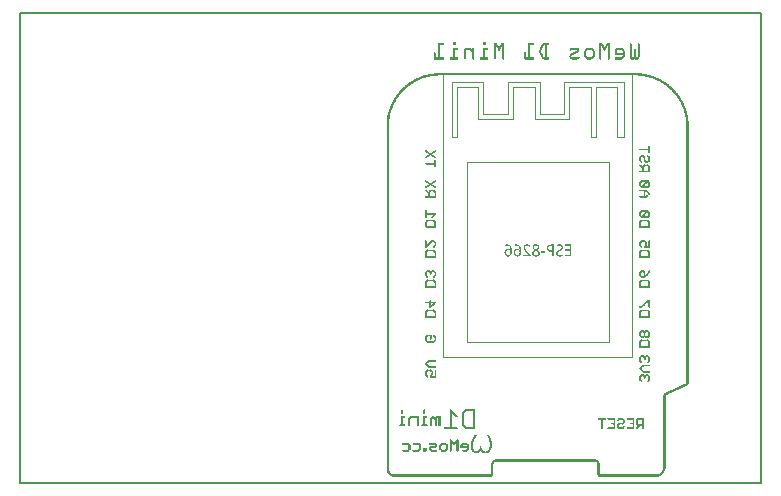
<source format=gbo>
G04 MADE WITH FRITZING*
G04 WWW.FRITZING.ORG*
G04 DOUBLE SIDED*
G04 HOLES PLATED*
G04 CONTOUR ON CENTER OF CONTOUR VECTOR*
%ASAXBY*%
%FSLAX23Y23*%
%MOIN*%
%OFA0B0*%
%SFA1.0B1.0*%
%ADD10R,2.480310X1.574800X2.464310X1.558800*%
%ADD11C,0.008000*%
%ADD12R,0.632695X0.947653X0.627139X0.942097*%
%ADD13C,0.002778*%
%ADD14R,0.477764X0.602764X0.472208X0.597208*%
%ADD15R,0.001000X0.001000*%
%LNSILK0*%
G90*
G70*
G54D11*
X4Y1571D02*
X2476Y1571D01*
X2476Y4D01*
X4Y4D01*
X4Y1571D01*
D02*
G54D13*
X1416Y1369D02*
X2046Y1369D01*
X2046Y425D01*
X1416Y425D01*
X1416Y1369D01*
D02*
X1493Y1074D02*
X1968Y1074D01*
X1968Y474D01*
X1493Y474D01*
X1493Y1074D01*
D02*
X1444Y1157D02*
X1461Y1157D01*
X1461Y1324D01*
X1532Y1324D01*
X1532Y1217D01*
X1648Y1217D01*
X1648Y1324D01*
X1721Y1324D01*
X1721Y1217D01*
X1836Y1217D01*
X1836Y1324D01*
X1907Y1324D01*
X1907Y1157D01*
X1924Y1157D01*
X1924Y1324D01*
X1994Y1324D01*
X1994Y1157D01*
X2017Y1157D01*
X2017Y1341D01*
X1819Y1341D01*
X1819Y1234D01*
X1738Y1234D01*
X1738Y1341D01*
X1631Y1341D01*
X1631Y1234D01*
X1549Y1234D01*
X1549Y1341D01*
X1444Y1341D01*
X1444Y1157D01*
D02*
G54D15*
X1450Y1472D02*
X1456Y1472D01*
X1550Y1472D02*
X1557Y1472D01*
X1449Y1471D02*
X1457Y1471D01*
X1549Y1471D02*
X1558Y1471D01*
X1448Y1470D02*
X1458Y1470D01*
X1549Y1470D02*
X1558Y1470D01*
X1398Y1469D02*
X1416Y1469D01*
X1448Y1469D02*
X1458Y1469D01*
X1549Y1469D02*
X1558Y1469D01*
X1585Y1469D02*
X1593Y1469D01*
X1610Y1469D02*
X1619Y1469D01*
X1699Y1469D02*
X1718Y1469D01*
X1750Y1469D02*
X1768Y1469D01*
X1936Y1469D02*
X1945Y1469D01*
X1962Y1469D02*
X1970Y1469D01*
X2038Y1469D02*
X2041Y1469D01*
X2066Y1469D02*
X2069Y1469D01*
X1398Y1468D02*
X1417Y1468D01*
X1448Y1468D02*
X1458Y1468D01*
X1549Y1468D02*
X1558Y1468D01*
X1585Y1468D02*
X1594Y1468D01*
X1610Y1468D02*
X1619Y1468D01*
X1699Y1468D02*
X1718Y1468D01*
X1748Y1468D02*
X1769Y1468D01*
X1936Y1468D02*
X1945Y1468D01*
X1961Y1468D02*
X1970Y1468D01*
X2037Y1468D02*
X2042Y1468D01*
X2065Y1468D02*
X2070Y1468D01*
X1398Y1467D02*
X1418Y1467D01*
X1448Y1467D02*
X1458Y1467D01*
X1549Y1467D02*
X1558Y1467D01*
X1585Y1467D02*
X1595Y1467D01*
X1609Y1467D02*
X1619Y1467D01*
X1699Y1467D02*
X1719Y1467D01*
X1747Y1467D02*
X1769Y1467D01*
X1936Y1467D02*
X1946Y1467D01*
X1960Y1467D02*
X1970Y1467D01*
X2037Y1467D02*
X2043Y1467D01*
X2065Y1467D02*
X2070Y1467D01*
X1398Y1466D02*
X1418Y1466D01*
X1448Y1466D02*
X1458Y1466D01*
X1549Y1466D02*
X1558Y1466D01*
X1585Y1466D02*
X1595Y1466D01*
X1608Y1466D02*
X1619Y1466D01*
X1699Y1466D02*
X1719Y1466D01*
X1746Y1466D02*
X1769Y1466D01*
X1936Y1466D02*
X1947Y1466D01*
X1960Y1466D02*
X1970Y1466D01*
X2037Y1466D02*
X2043Y1466D01*
X2064Y1466D02*
X2070Y1466D01*
X1398Y1465D02*
X1418Y1465D01*
X1449Y1465D02*
X1457Y1465D01*
X1549Y1465D02*
X1558Y1465D01*
X1585Y1465D02*
X1596Y1465D01*
X1607Y1465D02*
X1619Y1465D01*
X1699Y1465D02*
X1719Y1465D01*
X1745Y1465D02*
X1769Y1465D01*
X1936Y1465D02*
X1948Y1465D01*
X1959Y1465D02*
X1970Y1465D01*
X2037Y1465D02*
X2043Y1465D01*
X2064Y1465D02*
X2070Y1465D01*
X1398Y1464D02*
X1417Y1464D01*
X1449Y1464D02*
X1457Y1464D01*
X1550Y1464D02*
X1557Y1464D01*
X1585Y1464D02*
X1597Y1464D01*
X1607Y1464D02*
X1619Y1464D01*
X1699Y1464D02*
X1718Y1464D01*
X1744Y1464D02*
X1768Y1464D01*
X1936Y1464D02*
X1948Y1464D01*
X1958Y1464D02*
X1970Y1464D01*
X2037Y1464D02*
X2043Y1464D01*
X2064Y1464D02*
X2070Y1464D01*
X1398Y1463D02*
X1415Y1463D01*
X1451Y1463D02*
X1455Y1463D01*
X1551Y1463D02*
X1556Y1463D01*
X1585Y1463D02*
X1598Y1463D01*
X1606Y1463D02*
X1619Y1463D01*
X1699Y1463D02*
X1717Y1463D01*
X1744Y1463D02*
X1767Y1463D01*
X1936Y1463D02*
X1949Y1463D01*
X1957Y1463D02*
X1970Y1463D01*
X2037Y1463D02*
X2043Y1463D01*
X2064Y1463D02*
X2070Y1463D01*
X1398Y1462D02*
X1404Y1462D01*
X1585Y1462D02*
X1598Y1462D01*
X1605Y1462D02*
X1619Y1462D01*
X1699Y1462D02*
X1705Y1462D01*
X1743Y1462D02*
X1751Y1462D01*
X1756Y1462D02*
X1762Y1462D01*
X1936Y1462D02*
X1950Y1462D01*
X1957Y1462D02*
X1970Y1462D01*
X2037Y1462D02*
X2043Y1462D01*
X2064Y1462D02*
X2070Y1462D01*
X1398Y1461D02*
X1404Y1461D01*
X1585Y1461D02*
X1599Y1461D01*
X1605Y1461D02*
X1619Y1461D01*
X1699Y1461D02*
X1705Y1461D01*
X1743Y1461D02*
X1750Y1461D01*
X1756Y1461D02*
X1762Y1461D01*
X1936Y1461D02*
X1950Y1461D01*
X1956Y1461D02*
X1970Y1461D01*
X2037Y1461D02*
X2043Y1461D01*
X2064Y1461D02*
X2070Y1461D01*
X1398Y1460D02*
X1404Y1460D01*
X1585Y1460D02*
X1600Y1460D01*
X1604Y1460D02*
X1619Y1460D01*
X1699Y1460D02*
X1705Y1460D01*
X1742Y1460D02*
X1749Y1460D01*
X1756Y1460D02*
X1762Y1460D01*
X1936Y1460D02*
X1951Y1460D01*
X1955Y1460D02*
X1970Y1460D01*
X2037Y1460D02*
X2043Y1460D01*
X2064Y1460D02*
X2070Y1460D01*
X1398Y1459D02*
X1404Y1459D01*
X1585Y1459D02*
X1591Y1459D01*
X1593Y1459D02*
X1600Y1459D01*
X1603Y1459D02*
X1611Y1459D01*
X1613Y1459D02*
X1619Y1459D01*
X1699Y1459D02*
X1705Y1459D01*
X1742Y1459D02*
X1749Y1459D01*
X1756Y1459D02*
X1762Y1459D01*
X1936Y1459D02*
X1942Y1459D01*
X1944Y1459D02*
X1952Y1459D01*
X1955Y1459D02*
X1962Y1459D01*
X1964Y1459D02*
X1970Y1459D01*
X2037Y1459D02*
X2043Y1459D01*
X2064Y1459D02*
X2070Y1459D01*
X1398Y1458D02*
X1404Y1458D01*
X1585Y1458D02*
X1591Y1458D01*
X1593Y1458D02*
X1610Y1458D01*
X1613Y1458D02*
X1619Y1458D01*
X1699Y1458D02*
X1705Y1458D01*
X1741Y1458D02*
X1748Y1458D01*
X1756Y1458D02*
X1762Y1458D01*
X1936Y1458D02*
X1942Y1458D01*
X1945Y1458D02*
X1962Y1458D01*
X1964Y1458D02*
X1970Y1458D01*
X2037Y1458D02*
X2043Y1458D01*
X2064Y1458D02*
X2070Y1458D01*
X1398Y1457D02*
X1404Y1457D01*
X1585Y1457D02*
X1591Y1457D01*
X1594Y1457D02*
X1609Y1457D01*
X1613Y1457D02*
X1619Y1457D01*
X1699Y1457D02*
X1705Y1457D01*
X1741Y1457D02*
X1748Y1457D01*
X1756Y1457D02*
X1762Y1457D01*
X1936Y1457D02*
X1942Y1457D01*
X1946Y1457D02*
X1961Y1457D01*
X1964Y1457D02*
X1970Y1457D01*
X2037Y1457D02*
X2043Y1457D01*
X2064Y1457D02*
X2070Y1457D01*
X1398Y1456D02*
X1404Y1456D01*
X1585Y1456D02*
X1591Y1456D01*
X1595Y1456D02*
X1609Y1456D01*
X1613Y1456D02*
X1619Y1456D01*
X1699Y1456D02*
X1705Y1456D01*
X1740Y1456D02*
X1747Y1456D01*
X1756Y1456D02*
X1762Y1456D01*
X1936Y1456D02*
X1942Y1456D01*
X1946Y1456D02*
X1960Y1456D01*
X1964Y1456D02*
X1970Y1456D01*
X2037Y1456D02*
X2043Y1456D01*
X2064Y1456D02*
X2070Y1456D01*
X1398Y1455D02*
X1404Y1455D01*
X1452Y1455D02*
X1461Y1455D01*
X1496Y1455D02*
X1499Y1455D01*
X1552Y1455D02*
X1562Y1455D01*
X1585Y1455D02*
X1591Y1455D01*
X1596Y1455D02*
X1608Y1455D01*
X1613Y1455D02*
X1619Y1455D01*
X1699Y1455D02*
X1705Y1455D01*
X1740Y1455D02*
X1747Y1455D01*
X1756Y1455D02*
X1762Y1455D01*
X1846Y1455D02*
X1860Y1455D01*
X1899Y1455D02*
X1907Y1455D01*
X1936Y1455D02*
X1942Y1455D01*
X1947Y1455D02*
X1959Y1455D01*
X1964Y1455D02*
X1970Y1455D01*
X1999Y1455D02*
X2008Y1455D01*
X2037Y1455D02*
X2043Y1455D01*
X2064Y1455D02*
X2070Y1455D01*
X1398Y1454D02*
X1404Y1454D01*
X1449Y1454D02*
X1463Y1454D01*
X1491Y1454D02*
X1503Y1454D01*
X1513Y1454D02*
X1517Y1454D01*
X1550Y1454D02*
X1564Y1454D01*
X1585Y1454D02*
X1591Y1454D01*
X1596Y1454D02*
X1607Y1454D01*
X1613Y1454D02*
X1619Y1454D01*
X1699Y1454D02*
X1705Y1454D01*
X1739Y1454D02*
X1746Y1454D01*
X1756Y1454D02*
X1762Y1454D01*
X1841Y1454D02*
X1864Y1454D01*
X1895Y1454D02*
X1911Y1454D01*
X1936Y1454D02*
X1942Y1454D01*
X1948Y1454D02*
X1959Y1454D01*
X1964Y1454D02*
X1970Y1454D01*
X1995Y1454D02*
X2012Y1454D01*
X2037Y1454D02*
X2043Y1454D01*
X2064Y1454D02*
X2070Y1454D01*
X1398Y1453D02*
X1404Y1453D01*
X1449Y1453D02*
X1464Y1453D01*
X1490Y1453D02*
X1505Y1453D01*
X1513Y1453D02*
X1518Y1453D01*
X1549Y1453D02*
X1565Y1453D01*
X1585Y1453D02*
X1591Y1453D01*
X1597Y1453D02*
X1607Y1453D01*
X1613Y1453D02*
X1619Y1453D01*
X1699Y1453D02*
X1705Y1453D01*
X1739Y1453D02*
X1746Y1453D01*
X1756Y1453D02*
X1762Y1453D01*
X1840Y1453D02*
X1865Y1453D01*
X1893Y1453D02*
X1913Y1453D01*
X1936Y1453D02*
X1942Y1453D01*
X1948Y1453D02*
X1958Y1453D01*
X1964Y1453D02*
X1970Y1453D01*
X1993Y1453D02*
X2013Y1453D01*
X2037Y1453D02*
X2043Y1453D01*
X2064Y1453D02*
X2070Y1453D01*
X1398Y1452D02*
X1404Y1452D01*
X1448Y1452D02*
X1464Y1452D01*
X1489Y1452D02*
X1507Y1452D01*
X1512Y1452D02*
X1518Y1452D01*
X1549Y1452D02*
X1565Y1452D01*
X1585Y1452D02*
X1591Y1452D01*
X1598Y1452D02*
X1606Y1452D01*
X1613Y1452D02*
X1619Y1452D01*
X1699Y1452D02*
X1705Y1452D01*
X1738Y1452D02*
X1745Y1452D01*
X1756Y1452D02*
X1762Y1452D01*
X1839Y1452D02*
X1867Y1452D01*
X1892Y1452D02*
X1914Y1452D01*
X1936Y1452D02*
X1942Y1452D01*
X1949Y1452D02*
X1957Y1452D01*
X1964Y1452D02*
X1970Y1452D01*
X1992Y1452D02*
X2015Y1452D01*
X2037Y1452D02*
X2043Y1452D01*
X2064Y1452D02*
X2070Y1452D01*
X1398Y1451D02*
X1404Y1451D01*
X1448Y1451D02*
X1464Y1451D01*
X1488Y1451D02*
X1508Y1451D01*
X1512Y1451D02*
X1518Y1451D01*
X1549Y1451D02*
X1565Y1451D01*
X1585Y1451D02*
X1591Y1451D01*
X1598Y1451D02*
X1605Y1451D01*
X1613Y1451D02*
X1619Y1451D01*
X1699Y1451D02*
X1705Y1451D01*
X1738Y1451D02*
X1745Y1451D01*
X1756Y1451D02*
X1762Y1451D01*
X1838Y1451D02*
X1867Y1451D01*
X1891Y1451D02*
X1915Y1451D01*
X1936Y1451D02*
X1942Y1451D01*
X1950Y1451D02*
X1957Y1451D01*
X1964Y1451D02*
X1970Y1451D01*
X1991Y1451D02*
X2016Y1451D01*
X2037Y1451D02*
X2043Y1451D01*
X2052Y1451D02*
X2056Y1451D01*
X2064Y1451D02*
X2070Y1451D01*
X1398Y1450D02*
X1404Y1450D01*
X1448Y1450D02*
X1464Y1450D01*
X1487Y1450D02*
X1510Y1450D01*
X1512Y1450D02*
X1518Y1450D01*
X1549Y1450D02*
X1565Y1450D01*
X1585Y1450D02*
X1591Y1450D01*
X1599Y1450D02*
X1605Y1450D01*
X1613Y1450D02*
X1619Y1450D01*
X1699Y1450D02*
X1705Y1450D01*
X1737Y1450D02*
X1744Y1450D01*
X1756Y1450D02*
X1762Y1450D01*
X1837Y1450D02*
X1868Y1450D01*
X1890Y1450D02*
X1917Y1450D01*
X1936Y1450D02*
X1942Y1450D01*
X1950Y1450D02*
X1956Y1450D01*
X1964Y1450D02*
X1970Y1450D01*
X1990Y1450D02*
X2017Y1450D01*
X2037Y1450D02*
X2043Y1450D01*
X2051Y1450D02*
X2056Y1450D01*
X2064Y1450D02*
X2070Y1450D01*
X1398Y1449D02*
X1404Y1449D01*
X1448Y1449D02*
X1463Y1449D01*
X1486Y1449D02*
X1518Y1449D01*
X1549Y1449D02*
X1564Y1449D01*
X1585Y1449D02*
X1591Y1449D01*
X1599Y1449D02*
X1605Y1449D01*
X1613Y1449D02*
X1619Y1449D01*
X1699Y1449D02*
X1705Y1449D01*
X1737Y1449D02*
X1744Y1449D01*
X1756Y1449D02*
X1762Y1449D01*
X1837Y1449D02*
X1868Y1449D01*
X1889Y1449D02*
X1917Y1449D01*
X1936Y1449D02*
X1942Y1449D01*
X1950Y1449D02*
X1956Y1449D01*
X1964Y1449D02*
X1970Y1449D01*
X1989Y1449D02*
X2018Y1449D01*
X2037Y1449D02*
X2043Y1449D01*
X2051Y1449D02*
X2057Y1449D01*
X2064Y1449D02*
X2070Y1449D01*
X1398Y1448D02*
X1404Y1448D01*
X1448Y1448D02*
X1455Y1448D01*
X1486Y1448D02*
X1495Y1448D01*
X1501Y1448D02*
X1518Y1448D01*
X1549Y1448D02*
X1555Y1448D01*
X1585Y1448D02*
X1591Y1448D01*
X1599Y1448D02*
X1605Y1448D01*
X1613Y1448D02*
X1619Y1448D01*
X1699Y1448D02*
X1705Y1448D01*
X1737Y1448D02*
X1743Y1448D01*
X1756Y1448D02*
X1762Y1448D01*
X1837Y1448D02*
X1845Y1448D01*
X1861Y1448D02*
X1869Y1448D01*
X1888Y1448D02*
X1898Y1448D01*
X1908Y1448D02*
X1918Y1448D01*
X1936Y1448D02*
X1942Y1448D01*
X1950Y1448D02*
X1956Y1448D01*
X1964Y1448D02*
X1970Y1448D01*
X1988Y1448D02*
X1999Y1448D01*
X2008Y1448D02*
X2018Y1448D01*
X2037Y1448D02*
X2043Y1448D01*
X2051Y1448D02*
X2057Y1448D01*
X2064Y1448D02*
X2070Y1448D01*
X1398Y1447D02*
X1404Y1447D01*
X1448Y1447D02*
X1454Y1447D01*
X1486Y1447D02*
X1493Y1447D01*
X1502Y1447D02*
X1518Y1447D01*
X1549Y1447D02*
X1555Y1447D01*
X1585Y1447D02*
X1591Y1447D01*
X1599Y1447D02*
X1604Y1447D01*
X1613Y1447D02*
X1619Y1447D01*
X1699Y1447D02*
X1705Y1447D01*
X1736Y1447D02*
X1743Y1447D01*
X1756Y1447D02*
X1762Y1447D01*
X1837Y1447D02*
X1843Y1447D01*
X1863Y1447D02*
X1869Y1447D01*
X1887Y1447D02*
X1896Y1447D01*
X1910Y1447D02*
X1919Y1447D01*
X1936Y1447D02*
X1942Y1447D01*
X1951Y1447D02*
X1956Y1447D01*
X1964Y1447D02*
X1970Y1447D01*
X1988Y1447D02*
X1996Y1447D01*
X2011Y1447D02*
X2019Y1447D01*
X2037Y1447D02*
X2043Y1447D01*
X2051Y1447D02*
X2057Y1447D01*
X2064Y1447D02*
X2070Y1447D01*
X1398Y1446D02*
X1404Y1446D01*
X1448Y1446D02*
X1454Y1446D01*
X1486Y1446D02*
X1492Y1446D01*
X1504Y1446D02*
X1518Y1446D01*
X1549Y1446D02*
X1555Y1446D01*
X1585Y1446D02*
X1591Y1446D01*
X1600Y1446D02*
X1604Y1446D01*
X1613Y1446D02*
X1619Y1446D01*
X1699Y1446D02*
X1705Y1446D01*
X1736Y1446D02*
X1742Y1446D01*
X1756Y1446D02*
X1762Y1446D01*
X1838Y1446D02*
X1841Y1446D01*
X1863Y1446D02*
X1869Y1446D01*
X1887Y1446D02*
X1894Y1446D01*
X1912Y1446D02*
X1919Y1446D01*
X1936Y1446D02*
X1942Y1446D01*
X1951Y1446D02*
X1955Y1446D01*
X1964Y1446D02*
X1970Y1446D01*
X1987Y1446D02*
X1995Y1446D01*
X2012Y1446D02*
X2019Y1446D01*
X2037Y1446D02*
X2043Y1446D01*
X2051Y1446D02*
X2057Y1446D01*
X2064Y1446D02*
X2070Y1446D01*
X1398Y1445D02*
X1404Y1445D01*
X1448Y1445D02*
X1454Y1445D01*
X1486Y1445D02*
X1492Y1445D01*
X1506Y1445D02*
X1518Y1445D01*
X1549Y1445D02*
X1555Y1445D01*
X1585Y1445D02*
X1591Y1445D01*
X1613Y1445D02*
X1619Y1445D01*
X1699Y1445D02*
X1705Y1445D01*
X1736Y1445D02*
X1742Y1445D01*
X1756Y1445D02*
X1762Y1445D01*
X1862Y1445D02*
X1869Y1445D01*
X1887Y1445D02*
X1893Y1445D01*
X1913Y1445D02*
X1919Y1445D01*
X1936Y1445D02*
X1942Y1445D01*
X1964Y1445D02*
X1970Y1445D01*
X1987Y1445D02*
X1994Y1445D01*
X2013Y1445D02*
X2020Y1445D01*
X2037Y1445D02*
X2043Y1445D01*
X2051Y1445D02*
X2057Y1445D01*
X2064Y1445D02*
X2070Y1445D01*
X1398Y1444D02*
X1404Y1444D01*
X1448Y1444D02*
X1454Y1444D01*
X1485Y1444D02*
X1491Y1444D01*
X1507Y1444D02*
X1518Y1444D01*
X1549Y1444D02*
X1555Y1444D01*
X1585Y1444D02*
X1591Y1444D01*
X1613Y1444D02*
X1619Y1444D01*
X1699Y1444D02*
X1705Y1444D01*
X1736Y1444D02*
X1742Y1444D01*
X1756Y1444D02*
X1762Y1444D01*
X1861Y1444D02*
X1868Y1444D01*
X1886Y1444D02*
X1893Y1444D01*
X1913Y1444D02*
X1920Y1444D01*
X1936Y1444D02*
X1942Y1444D01*
X1964Y1444D02*
X1970Y1444D01*
X1987Y1444D02*
X1993Y1444D01*
X2014Y1444D02*
X2020Y1444D01*
X2037Y1444D02*
X2043Y1444D01*
X2051Y1444D02*
X2057Y1444D01*
X2064Y1444D02*
X2070Y1444D01*
X1398Y1443D02*
X1404Y1443D01*
X1448Y1443D02*
X1454Y1443D01*
X1485Y1443D02*
X1491Y1443D01*
X1509Y1443D02*
X1518Y1443D01*
X1549Y1443D02*
X1555Y1443D01*
X1585Y1443D02*
X1591Y1443D01*
X1613Y1443D02*
X1619Y1443D01*
X1699Y1443D02*
X1705Y1443D01*
X1736Y1443D02*
X1742Y1443D01*
X1756Y1443D02*
X1762Y1443D01*
X1859Y1443D02*
X1868Y1443D01*
X1886Y1443D02*
X1892Y1443D01*
X1914Y1443D02*
X1920Y1443D01*
X1936Y1443D02*
X1942Y1443D01*
X1964Y1443D02*
X1970Y1443D01*
X1987Y1443D02*
X1993Y1443D01*
X2014Y1443D02*
X2020Y1443D01*
X2037Y1443D02*
X2043Y1443D01*
X2051Y1443D02*
X2057Y1443D01*
X2064Y1443D02*
X2070Y1443D01*
X1398Y1442D02*
X1404Y1442D01*
X1448Y1442D02*
X1454Y1442D01*
X1485Y1442D02*
X1491Y1442D01*
X1510Y1442D02*
X1518Y1442D01*
X1549Y1442D02*
X1555Y1442D01*
X1585Y1442D02*
X1591Y1442D01*
X1613Y1442D02*
X1619Y1442D01*
X1699Y1442D02*
X1705Y1442D01*
X1736Y1442D02*
X1742Y1442D01*
X1756Y1442D02*
X1762Y1442D01*
X1856Y1442D02*
X1868Y1442D01*
X1886Y1442D02*
X1892Y1442D01*
X1914Y1442D02*
X1920Y1442D01*
X1936Y1442D02*
X1942Y1442D01*
X1964Y1442D02*
X1970Y1442D01*
X1987Y1442D02*
X1993Y1442D01*
X2014Y1442D02*
X2020Y1442D01*
X2037Y1442D02*
X2043Y1442D01*
X2051Y1442D02*
X2057Y1442D01*
X2064Y1442D02*
X2070Y1442D01*
X1398Y1441D02*
X1404Y1441D01*
X1448Y1441D02*
X1454Y1441D01*
X1485Y1441D02*
X1491Y1441D01*
X1512Y1441D02*
X1518Y1441D01*
X1549Y1441D02*
X1555Y1441D01*
X1585Y1441D02*
X1591Y1441D01*
X1613Y1441D02*
X1619Y1441D01*
X1699Y1441D02*
X1705Y1441D01*
X1736Y1441D02*
X1742Y1441D01*
X1756Y1441D02*
X1762Y1441D01*
X1854Y1441D02*
X1867Y1441D01*
X1886Y1441D02*
X1892Y1441D01*
X1914Y1441D02*
X1920Y1441D01*
X1936Y1441D02*
X1942Y1441D01*
X1964Y1441D02*
X1970Y1441D01*
X1987Y1441D02*
X1993Y1441D01*
X2014Y1441D02*
X2020Y1441D01*
X2037Y1441D02*
X2043Y1441D01*
X2051Y1441D02*
X2057Y1441D01*
X2064Y1441D02*
X2070Y1441D01*
X1386Y1440D02*
X1388Y1440D01*
X1398Y1440D02*
X1404Y1440D01*
X1448Y1440D02*
X1454Y1440D01*
X1485Y1440D02*
X1491Y1440D01*
X1512Y1440D02*
X1518Y1440D01*
X1549Y1440D02*
X1555Y1440D01*
X1585Y1440D02*
X1591Y1440D01*
X1613Y1440D02*
X1619Y1440D01*
X1688Y1440D02*
X1689Y1440D01*
X1699Y1440D02*
X1705Y1440D01*
X1736Y1440D02*
X1742Y1440D01*
X1756Y1440D02*
X1762Y1440D01*
X1852Y1440D02*
X1866Y1440D01*
X1886Y1440D02*
X1892Y1440D01*
X1914Y1440D02*
X1920Y1440D01*
X1936Y1440D02*
X1942Y1440D01*
X1964Y1440D02*
X1970Y1440D01*
X1987Y1440D02*
X1993Y1440D01*
X2014Y1440D02*
X2020Y1440D01*
X2037Y1440D02*
X2043Y1440D01*
X2051Y1440D02*
X2057Y1440D01*
X2064Y1440D02*
X2070Y1440D01*
X1385Y1439D02*
X1389Y1439D01*
X1398Y1439D02*
X1404Y1439D01*
X1448Y1439D02*
X1454Y1439D01*
X1485Y1439D02*
X1491Y1439D01*
X1512Y1439D02*
X1518Y1439D01*
X1549Y1439D02*
X1555Y1439D01*
X1585Y1439D02*
X1591Y1439D01*
X1613Y1439D02*
X1619Y1439D01*
X1686Y1439D02*
X1691Y1439D01*
X1699Y1439D02*
X1705Y1439D01*
X1736Y1439D02*
X1742Y1439D01*
X1756Y1439D02*
X1762Y1439D01*
X1849Y1439D02*
X1865Y1439D01*
X1886Y1439D02*
X1892Y1439D01*
X1914Y1439D02*
X1920Y1439D01*
X1936Y1439D02*
X1942Y1439D01*
X1964Y1439D02*
X1970Y1439D01*
X1987Y1439D02*
X1993Y1439D01*
X2014Y1439D02*
X2020Y1439D01*
X2037Y1439D02*
X2043Y1439D01*
X2051Y1439D02*
X2057Y1439D01*
X2064Y1439D02*
X2070Y1439D01*
X1384Y1438D02*
X1390Y1438D01*
X1398Y1438D02*
X1404Y1438D01*
X1448Y1438D02*
X1454Y1438D01*
X1485Y1438D02*
X1491Y1438D01*
X1512Y1438D02*
X1518Y1438D01*
X1549Y1438D02*
X1555Y1438D01*
X1585Y1438D02*
X1591Y1438D01*
X1613Y1438D02*
X1619Y1438D01*
X1686Y1438D02*
X1691Y1438D01*
X1699Y1438D02*
X1705Y1438D01*
X1736Y1438D02*
X1743Y1438D01*
X1756Y1438D02*
X1762Y1438D01*
X1847Y1438D02*
X1863Y1438D01*
X1886Y1438D02*
X1892Y1438D01*
X1914Y1438D02*
X1920Y1438D01*
X1936Y1438D02*
X1942Y1438D01*
X1964Y1438D02*
X1970Y1438D01*
X1987Y1438D02*
X1993Y1438D01*
X2014Y1438D02*
X2020Y1438D01*
X2037Y1438D02*
X2043Y1438D01*
X2051Y1438D02*
X2057Y1438D01*
X2064Y1438D02*
X2070Y1438D01*
X1384Y1437D02*
X1390Y1437D01*
X1398Y1437D02*
X1404Y1437D01*
X1448Y1437D02*
X1454Y1437D01*
X1485Y1437D02*
X1491Y1437D01*
X1512Y1437D02*
X1518Y1437D01*
X1549Y1437D02*
X1555Y1437D01*
X1585Y1437D02*
X1591Y1437D01*
X1613Y1437D02*
X1619Y1437D01*
X1685Y1437D02*
X1691Y1437D01*
X1699Y1437D02*
X1705Y1437D01*
X1737Y1437D02*
X1743Y1437D01*
X1756Y1437D02*
X1762Y1437D01*
X1845Y1437D02*
X1861Y1437D01*
X1886Y1437D02*
X1892Y1437D01*
X1914Y1437D02*
X1920Y1437D01*
X1936Y1437D02*
X1942Y1437D01*
X1964Y1437D02*
X1970Y1437D01*
X1987Y1437D02*
X2020Y1437D01*
X2037Y1437D02*
X2043Y1437D01*
X2051Y1437D02*
X2057Y1437D01*
X2064Y1437D02*
X2070Y1437D01*
X1384Y1436D02*
X1390Y1436D01*
X1398Y1436D02*
X1404Y1436D01*
X1448Y1436D02*
X1454Y1436D01*
X1485Y1436D02*
X1491Y1436D01*
X1512Y1436D02*
X1518Y1436D01*
X1549Y1436D02*
X1555Y1436D01*
X1585Y1436D02*
X1591Y1436D01*
X1613Y1436D02*
X1619Y1436D01*
X1685Y1436D02*
X1691Y1436D01*
X1699Y1436D02*
X1705Y1436D01*
X1737Y1436D02*
X1744Y1436D01*
X1756Y1436D02*
X1762Y1436D01*
X1842Y1436D02*
X1859Y1436D01*
X1886Y1436D02*
X1892Y1436D01*
X1914Y1436D02*
X1920Y1436D01*
X1936Y1436D02*
X1942Y1436D01*
X1964Y1436D02*
X1970Y1436D01*
X1987Y1436D02*
X2020Y1436D01*
X2037Y1436D02*
X2043Y1436D01*
X2051Y1436D02*
X2057Y1436D01*
X2064Y1436D02*
X2070Y1436D01*
X1384Y1435D02*
X1390Y1435D01*
X1398Y1435D02*
X1404Y1435D01*
X1448Y1435D02*
X1454Y1435D01*
X1485Y1435D02*
X1491Y1435D01*
X1512Y1435D02*
X1518Y1435D01*
X1549Y1435D02*
X1555Y1435D01*
X1585Y1435D02*
X1591Y1435D01*
X1613Y1435D02*
X1619Y1435D01*
X1685Y1435D02*
X1691Y1435D01*
X1699Y1435D02*
X1705Y1435D01*
X1738Y1435D02*
X1744Y1435D01*
X1756Y1435D02*
X1762Y1435D01*
X1841Y1435D02*
X1857Y1435D01*
X1886Y1435D02*
X1892Y1435D01*
X1914Y1435D02*
X1920Y1435D01*
X1936Y1435D02*
X1942Y1435D01*
X1964Y1435D02*
X1970Y1435D01*
X1987Y1435D02*
X2020Y1435D01*
X2037Y1435D02*
X2043Y1435D01*
X2051Y1435D02*
X2057Y1435D01*
X2064Y1435D02*
X2070Y1435D01*
X1384Y1434D02*
X1390Y1434D01*
X1398Y1434D02*
X1404Y1434D01*
X1448Y1434D02*
X1454Y1434D01*
X1485Y1434D02*
X1491Y1434D01*
X1512Y1434D02*
X1518Y1434D01*
X1549Y1434D02*
X1555Y1434D01*
X1585Y1434D02*
X1591Y1434D01*
X1613Y1434D02*
X1619Y1434D01*
X1685Y1434D02*
X1691Y1434D01*
X1699Y1434D02*
X1705Y1434D01*
X1738Y1434D02*
X1745Y1434D01*
X1756Y1434D02*
X1762Y1434D01*
X1840Y1434D02*
X1854Y1434D01*
X1886Y1434D02*
X1892Y1434D01*
X1914Y1434D02*
X1920Y1434D01*
X1936Y1434D02*
X1942Y1434D01*
X1964Y1434D02*
X1970Y1434D01*
X1987Y1434D02*
X2020Y1434D01*
X2037Y1434D02*
X2043Y1434D01*
X2051Y1434D02*
X2057Y1434D01*
X2064Y1434D02*
X2070Y1434D01*
X1384Y1433D02*
X1390Y1433D01*
X1398Y1433D02*
X1404Y1433D01*
X1448Y1433D02*
X1454Y1433D01*
X1485Y1433D02*
X1491Y1433D01*
X1512Y1433D02*
X1518Y1433D01*
X1549Y1433D02*
X1555Y1433D01*
X1585Y1433D02*
X1591Y1433D01*
X1613Y1433D02*
X1619Y1433D01*
X1685Y1433D02*
X1691Y1433D01*
X1699Y1433D02*
X1705Y1433D01*
X1739Y1433D02*
X1745Y1433D01*
X1756Y1433D02*
X1762Y1433D01*
X1839Y1433D02*
X1852Y1433D01*
X1886Y1433D02*
X1892Y1433D01*
X1914Y1433D02*
X1920Y1433D01*
X1936Y1433D02*
X1942Y1433D01*
X1964Y1433D02*
X1970Y1433D01*
X1987Y1433D02*
X2020Y1433D01*
X2037Y1433D02*
X2043Y1433D01*
X2051Y1433D02*
X2057Y1433D01*
X2064Y1433D02*
X2070Y1433D01*
X1384Y1432D02*
X1390Y1432D01*
X1398Y1432D02*
X1404Y1432D01*
X1448Y1432D02*
X1454Y1432D01*
X1485Y1432D02*
X1491Y1432D01*
X1512Y1432D02*
X1518Y1432D01*
X1549Y1432D02*
X1555Y1432D01*
X1585Y1432D02*
X1591Y1432D01*
X1613Y1432D02*
X1619Y1432D01*
X1685Y1432D02*
X1691Y1432D01*
X1699Y1432D02*
X1705Y1432D01*
X1739Y1432D02*
X1746Y1432D01*
X1756Y1432D02*
X1762Y1432D01*
X1838Y1432D02*
X1850Y1432D01*
X1886Y1432D02*
X1892Y1432D01*
X1914Y1432D02*
X1920Y1432D01*
X1936Y1432D02*
X1942Y1432D01*
X1964Y1432D02*
X1970Y1432D01*
X1987Y1432D02*
X2020Y1432D01*
X2037Y1432D02*
X2043Y1432D01*
X2051Y1432D02*
X2057Y1432D01*
X2064Y1432D02*
X2070Y1432D01*
X1384Y1431D02*
X1390Y1431D01*
X1398Y1431D02*
X1404Y1431D01*
X1448Y1431D02*
X1454Y1431D01*
X1485Y1431D02*
X1491Y1431D01*
X1512Y1431D02*
X1518Y1431D01*
X1549Y1431D02*
X1555Y1431D01*
X1585Y1431D02*
X1591Y1431D01*
X1613Y1431D02*
X1619Y1431D01*
X1685Y1431D02*
X1691Y1431D01*
X1699Y1431D02*
X1705Y1431D01*
X1740Y1431D02*
X1746Y1431D01*
X1756Y1431D02*
X1762Y1431D01*
X1837Y1431D02*
X1847Y1431D01*
X1886Y1431D02*
X1892Y1431D01*
X1914Y1431D02*
X1920Y1431D01*
X1936Y1431D02*
X1942Y1431D01*
X1964Y1431D02*
X1970Y1431D01*
X1988Y1431D02*
X2020Y1431D01*
X2037Y1431D02*
X2043Y1431D01*
X2051Y1431D02*
X2057Y1431D01*
X2064Y1431D02*
X2070Y1431D01*
X1384Y1430D02*
X1390Y1430D01*
X1398Y1430D02*
X1404Y1430D01*
X1448Y1430D02*
X1454Y1430D01*
X1485Y1430D02*
X1491Y1430D01*
X1512Y1430D02*
X1518Y1430D01*
X1549Y1430D02*
X1555Y1430D01*
X1585Y1430D02*
X1591Y1430D01*
X1613Y1430D02*
X1619Y1430D01*
X1685Y1430D02*
X1691Y1430D01*
X1699Y1430D02*
X1705Y1430D01*
X1740Y1430D02*
X1747Y1430D01*
X1756Y1430D02*
X1762Y1430D01*
X1837Y1430D02*
X1845Y1430D01*
X1886Y1430D02*
X1892Y1430D01*
X1914Y1430D02*
X1920Y1430D01*
X1936Y1430D02*
X1942Y1430D01*
X1964Y1430D02*
X1970Y1430D01*
X2014Y1430D02*
X2020Y1430D01*
X2037Y1430D02*
X2043Y1430D01*
X2051Y1430D02*
X2057Y1430D01*
X2064Y1430D02*
X2070Y1430D01*
X1384Y1429D02*
X1390Y1429D01*
X1398Y1429D02*
X1404Y1429D01*
X1448Y1429D02*
X1454Y1429D01*
X1485Y1429D02*
X1491Y1429D01*
X1512Y1429D02*
X1518Y1429D01*
X1549Y1429D02*
X1555Y1429D01*
X1585Y1429D02*
X1591Y1429D01*
X1613Y1429D02*
X1619Y1429D01*
X1685Y1429D02*
X1691Y1429D01*
X1699Y1429D02*
X1705Y1429D01*
X1741Y1429D02*
X1747Y1429D01*
X1756Y1429D02*
X1762Y1429D01*
X1837Y1429D02*
X1843Y1429D01*
X1886Y1429D02*
X1892Y1429D01*
X1914Y1429D02*
X1920Y1429D01*
X1936Y1429D02*
X1942Y1429D01*
X1964Y1429D02*
X1970Y1429D01*
X2014Y1429D02*
X2020Y1429D01*
X2037Y1429D02*
X2043Y1429D01*
X2051Y1429D02*
X2057Y1429D01*
X2064Y1429D02*
X2070Y1429D01*
X1384Y1428D02*
X1390Y1428D01*
X1398Y1428D02*
X1404Y1428D01*
X1448Y1428D02*
X1454Y1428D01*
X1485Y1428D02*
X1491Y1428D01*
X1512Y1428D02*
X1518Y1428D01*
X1549Y1428D02*
X1555Y1428D01*
X1585Y1428D02*
X1591Y1428D01*
X1613Y1428D02*
X1619Y1428D01*
X1685Y1428D02*
X1691Y1428D01*
X1699Y1428D02*
X1705Y1428D01*
X1741Y1428D02*
X1748Y1428D01*
X1756Y1428D02*
X1762Y1428D01*
X1836Y1428D02*
X1843Y1428D01*
X1886Y1428D02*
X1892Y1428D01*
X1914Y1428D02*
X1920Y1428D01*
X1936Y1428D02*
X1942Y1428D01*
X1964Y1428D02*
X1970Y1428D01*
X2014Y1428D02*
X2020Y1428D01*
X2037Y1428D02*
X2043Y1428D01*
X2051Y1428D02*
X2057Y1428D01*
X2064Y1428D02*
X2070Y1428D01*
X1384Y1427D02*
X1390Y1427D01*
X1398Y1427D02*
X1404Y1427D01*
X1448Y1427D02*
X1454Y1427D01*
X1485Y1427D02*
X1491Y1427D01*
X1512Y1427D02*
X1518Y1427D01*
X1549Y1427D02*
X1555Y1427D01*
X1585Y1427D02*
X1591Y1427D01*
X1613Y1427D02*
X1619Y1427D01*
X1685Y1427D02*
X1691Y1427D01*
X1699Y1427D02*
X1705Y1427D01*
X1742Y1427D02*
X1749Y1427D01*
X1756Y1427D02*
X1762Y1427D01*
X1836Y1427D02*
X1842Y1427D01*
X1886Y1427D02*
X1892Y1427D01*
X1913Y1427D02*
X1920Y1427D01*
X1936Y1427D02*
X1942Y1427D01*
X1964Y1427D02*
X1970Y1427D01*
X2014Y1427D02*
X2020Y1427D01*
X2037Y1427D02*
X2043Y1427D01*
X2051Y1427D02*
X2057Y1427D01*
X2064Y1427D02*
X2070Y1427D01*
X1384Y1426D02*
X1390Y1426D01*
X1398Y1426D02*
X1404Y1426D01*
X1448Y1426D02*
X1454Y1426D01*
X1485Y1426D02*
X1491Y1426D01*
X1512Y1426D02*
X1518Y1426D01*
X1549Y1426D02*
X1555Y1426D01*
X1585Y1426D02*
X1591Y1426D01*
X1613Y1426D02*
X1619Y1426D01*
X1685Y1426D02*
X1691Y1426D01*
X1699Y1426D02*
X1705Y1426D01*
X1742Y1426D02*
X1749Y1426D01*
X1756Y1426D02*
X1762Y1426D01*
X1836Y1426D02*
X1842Y1426D01*
X1886Y1426D02*
X1893Y1426D01*
X1913Y1426D02*
X1920Y1426D01*
X1936Y1426D02*
X1942Y1426D01*
X1964Y1426D02*
X1970Y1426D01*
X2013Y1426D02*
X2020Y1426D01*
X2037Y1426D02*
X2043Y1426D01*
X2051Y1426D02*
X2057Y1426D01*
X2064Y1426D02*
X2070Y1426D01*
X1384Y1425D02*
X1390Y1425D01*
X1398Y1425D02*
X1404Y1425D01*
X1448Y1425D02*
X1454Y1425D01*
X1485Y1425D02*
X1491Y1425D01*
X1512Y1425D02*
X1518Y1425D01*
X1549Y1425D02*
X1555Y1425D01*
X1585Y1425D02*
X1591Y1425D01*
X1613Y1425D02*
X1619Y1425D01*
X1685Y1425D02*
X1691Y1425D01*
X1699Y1425D02*
X1705Y1425D01*
X1743Y1425D02*
X1750Y1425D01*
X1756Y1425D02*
X1762Y1425D01*
X1836Y1425D02*
X1842Y1425D01*
X1865Y1425D02*
X1868Y1425D01*
X1887Y1425D02*
X1894Y1425D01*
X1912Y1425D02*
X1919Y1425D01*
X1936Y1425D02*
X1942Y1425D01*
X1964Y1425D02*
X1970Y1425D01*
X2012Y1425D02*
X2020Y1425D01*
X2037Y1425D02*
X2043Y1425D01*
X2050Y1425D02*
X2057Y1425D01*
X2064Y1425D02*
X2070Y1425D01*
X1384Y1424D02*
X1390Y1424D01*
X1398Y1424D02*
X1404Y1424D01*
X1448Y1424D02*
X1454Y1424D01*
X1485Y1424D02*
X1491Y1424D01*
X1512Y1424D02*
X1518Y1424D01*
X1549Y1424D02*
X1555Y1424D01*
X1585Y1424D02*
X1591Y1424D01*
X1613Y1424D02*
X1619Y1424D01*
X1685Y1424D02*
X1691Y1424D01*
X1699Y1424D02*
X1705Y1424D01*
X1743Y1424D02*
X1750Y1424D01*
X1756Y1424D02*
X1762Y1424D01*
X1836Y1424D02*
X1843Y1424D01*
X1864Y1424D02*
X1869Y1424D01*
X1887Y1424D02*
X1895Y1424D01*
X1911Y1424D02*
X1919Y1424D01*
X1936Y1424D02*
X1942Y1424D01*
X1964Y1424D02*
X1970Y1424D01*
X2011Y1424D02*
X2019Y1424D01*
X2037Y1424D02*
X2044Y1424D01*
X2049Y1424D02*
X2058Y1424D01*
X2063Y1424D02*
X2070Y1424D01*
X1384Y1423D02*
X1390Y1423D01*
X1398Y1423D02*
X1404Y1423D01*
X1448Y1423D02*
X1454Y1423D01*
X1485Y1423D02*
X1491Y1423D01*
X1512Y1423D02*
X1518Y1423D01*
X1549Y1423D02*
X1555Y1423D01*
X1585Y1423D02*
X1591Y1423D01*
X1613Y1423D02*
X1619Y1423D01*
X1685Y1423D02*
X1691Y1423D01*
X1699Y1423D02*
X1705Y1423D01*
X1744Y1423D02*
X1751Y1423D01*
X1756Y1423D02*
X1762Y1423D01*
X1837Y1423D02*
X1844Y1423D01*
X1862Y1423D02*
X1869Y1423D01*
X1888Y1423D02*
X1897Y1423D01*
X1909Y1423D02*
X1918Y1423D01*
X1936Y1423D02*
X1942Y1423D01*
X1964Y1423D02*
X1970Y1423D01*
X2010Y1423D02*
X2019Y1423D01*
X2037Y1423D02*
X2045Y1423D01*
X2049Y1423D02*
X2058Y1423D01*
X2063Y1423D02*
X2070Y1423D01*
X1384Y1422D02*
X1416Y1422D01*
X1440Y1422D02*
X1463Y1422D01*
X1485Y1422D02*
X1491Y1422D01*
X1512Y1422D02*
X1518Y1422D01*
X1540Y1422D02*
X1563Y1422D01*
X1585Y1422D02*
X1591Y1422D01*
X1613Y1422D02*
X1619Y1422D01*
X1685Y1422D02*
X1717Y1422D01*
X1744Y1422D02*
X1768Y1422D01*
X1837Y1422D02*
X1870Y1422D01*
X1888Y1422D02*
X1918Y1422D01*
X1936Y1422D02*
X1942Y1422D01*
X1964Y1422D02*
X1970Y1422D01*
X1988Y1422D02*
X2018Y1422D01*
X2038Y1422D02*
X2069Y1422D01*
X1384Y1421D02*
X1417Y1421D01*
X1439Y1421D02*
X1464Y1421D01*
X1485Y1421D02*
X1491Y1421D01*
X1512Y1421D02*
X1518Y1421D01*
X1539Y1421D02*
X1564Y1421D01*
X1585Y1421D02*
X1591Y1421D01*
X1613Y1421D02*
X1619Y1421D01*
X1685Y1421D02*
X1718Y1421D01*
X1745Y1421D02*
X1769Y1421D01*
X1838Y1421D02*
X1869Y1421D01*
X1889Y1421D02*
X1917Y1421D01*
X1936Y1421D02*
X1942Y1421D01*
X1964Y1421D02*
X1970Y1421D01*
X1987Y1421D02*
X2017Y1421D01*
X2039Y1421D02*
X2069Y1421D01*
X1384Y1420D02*
X1418Y1420D01*
X1438Y1420D02*
X1464Y1420D01*
X1485Y1420D02*
X1491Y1420D01*
X1512Y1420D02*
X1518Y1420D01*
X1538Y1420D02*
X1565Y1420D01*
X1585Y1420D02*
X1591Y1420D01*
X1613Y1420D02*
X1619Y1420D01*
X1685Y1420D02*
X1719Y1420D01*
X1745Y1420D02*
X1769Y1420D01*
X1838Y1420D02*
X1869Y1420D01*
X1890Y1420D02*
X1916Y1420D01*
X1936Y1420D02*
X1942Y1420D01*
X1964Y1420D02*
X1970Y1420D01*
X1987Y1420D02*
X2016Y1420D01*
X2039Y1420D02*
X2068Y1420D01*
X1384Y1419D02*
X1418Y1419D01*
X1438Y1419D02*
X1465Y1419D01*
X1485Y1419D02*
X1491Y1419D01*
X1512Y1419D02*
X1518Y1419D01*
X1538Y1419D02*
X1565Y1419D01*
X1585Y1419D02*
X1591Y1419D01*
X1613Y1419D02*
X1619Y1419D01*
X1685Y1419D02*
X1719Y1419D01*
X1746Y1419D02*
X1769Y1419D01*
X1839Y1419D02*
X1868Y1419D01*
X1891Y1419D02*
X1915Y1419D01*
X1936Y1419D02*
X1942Y1419D01*
X1964Y1419D02*
X1970Y1419D01*
X1987Y1419D02*
X2015Y1419D01*
X2040Y1419D02*
X2067Y1419D01*
X1384Y1418D02*
X1418Y1418D01*
X1438Y1418D02*
X1464Y1418D01*
X1485Y1418D02*
X1490Y1418D01*
X1512Y1418D02*
X1518Y1418D01*
X1539Y1418D02*
X1565Y1418D01*
X1585Y1418D02*
X1591Y1418D01*
X1613Y1418D02*
X1618Y1418D01*
X1686Y1418D02*
X1719Y1418D01*
X1747Y1418D02*
X1769Y1418D01*
X1840Y1418D02*
X1867Y1418D01*
X1893Y1418D02*
X1913Y1418D01*
X1937Y1418D02*
X1942Y1418D01*
X1964Y1418D02*
X1970Y1418D01*
X1987Y1418D02*
X2014Y1418D01*
X2040Y1418D02*
X2067Y1418D01*
X1385Y1417D02*
X1417Y1417D01*
X1439Y1417D02*
X1464Y1417D01*
X1485Y1417D02*
X1490Y1417D01*
X1513Y1417D02*
X1517Y1417D01*
X1539Y1417D02*
X1564Y1417D01*
X1586Y1417D02*
X1590Y1417D01*
X1613Y1417D02*
X1618Y1417D01*
X1686Y1417D02*
X1718Y1417D01*
X1749Y1417D02*
X1768Y1417D01*
X1842Y1417D02*
X1865Y1417D01*
X1894Y1417D02*
X1912Y1417D01*
X1937Y1417D02*
X1942Y1417D01*
X1965Y1417D02*
X1969Y1417D01*
X1987Y1417D02*
X2012Y1417D01*
X2041Y1417D02*
X2052Y1417D01*
X2055Y1417D02*
X2066Y1417D01*
X1386Y1416D02*
X1416Y1416D01*
X1440Y1416D02*
X1463Y1416D01*
X1487Y1416D02*
X1489Y1416D01*
X1514Y1416D02*
X1516Y1416D01*
X1540Y1416D02*
X1563Y1416D01*
X1587Y1416D02*
X1589Y1416D01*
X1615Y1416D02*
X1617Y1416D01*
X1687Y1416D02*
X1717Y1416D01*
X1751Y1416D02*
X1767Y1416D01*
X1844Y1416D02*
X1862Y1416D01*
X1896Y1416D02*
X1909Y1416D01*
X1938Y1416D02*
X1940Y1416D01*
X1966Y1416D02*
X1968Y1416D01*
X1989Y1416D02*
X2010Y1416D01*
X2042Y1416D02*
X2051Y1416D01*
X2056Y1416D02*
X2065Y1416D01*
X1397Y1370D02*
X2063Y1370D01*
X1384Y1369D02*
X2076Y1369D01*
X1376Y1368D02*
X2084Y1368D01*
X1370Y1367D02*
X2089Y1367D01*
X1366Y1366D02*
X2094Y1366D01*
X1361Y1365D02*
X2098Y1365D01*
X1357Y1364D02*
X2102Y1364D01*
X1354Y1363D02*
X2106Y1363D01*
X1350Y1362D02*
X1396Y1362D01*
X2064Y1362D02*
X2109Y1362D01*
X1347Y1361D02*
X1383Y1361D01*
X2077Y1361D02*
X2112Y1361D01*
X1345Y1360D02*
X1376Y1360D01*
X2084Y1360D02*
X2115Y1360D01*
X1342Y1359D02*
X1370Y1359D01*
X2090Y1359D02*
X2118Y1359D01*
X1339Y1358D02*
X1366Y1358D01*
X2094Y1358D02*
X2120Y1358D01*
X1337Y1357D02*
X1361Y1357D01*
X2099Y1357D02*
X2123Y1357D01*
X1334Y1356D02*
X1358Y1356D01*
X2102Y1356D02*
X2125Y1356D01*
X1332Y1355D02*
X1354Y1355D01*
X2106Y1355D02*
X2128Y1355D01*
X1330Y1354D02*
X1351Y1354D01*
X2109Y1354D02*
X2130Y1354D01*
X1328Y1353D02*
X1348Y1353D01*
X2112Y1353D02*
X2132Y1353D01*
X1325Y1352D02*
X1345Y1352D01*
X2115Y1352D02*
X2134Y1352D01*
X1324Y1351D02*
X1343Y1351D01*
X2117Y1351D02*
X2136Y1351D01*
X1322Y1350D02*
X1340Y1350D01*
X2120Y1350D02*
X2138Y1350D01*
X1320Y1349D02*
X1338Y1349D01*
X2122Y1349D02*
X2140Y1349D01*
X1318Y1348D02*
X1335Y1348D01*
X2125Y1348D02*
X2142Y1348D01*
X1316Y1347D02*
X1333Y1347D01*
X2127Y1347D02*
X2143Y1347D01*
X1314Y1346D02*
X1331Y1346D01*
X2129Y1346D02*
X2145Y1346D01*
X1313Y1345D02*
X1329Y1345D01*
X2131Y1345D02*
X2147Y1345D01*
X1311Y1344D02*
X1327Y1344D01*
X2133Y1344D02*
X2148Y1344D01*
X1309Y1343D02*
X1325Y1343D01*
X2135Y1343D02*
X2150Y1343D01*
X1308Y1342D02*
X1323Y1342D01*
X2137Y1342D02*
X2152Y1342D01*
X1306Y1341D02*
X1321Y1341D01*
X2139Y1341D02*
X2153Y1341D01*
X1305Y1340D02*
X1319Y1340D01*
X2141Y1340D02*
X2155Y1340D01*
X1303Y1339D02*
X1318Y1339D01*
X2142Y1339D02*
X2156Y1339D01*
X1302Y1338D02*
X1316Y1338D01*
X2144Y1338D02*
X2158Y1338D01*
X1300Y1337D02*
X1314Y1337D01*
X2146Y1337D02*
X2159Y1337D01*
X1299Y1336D02*
X1313Y1336D01*
X2147Y1336D02*
X2160Y1336D01*
X1298Y1335D02*
X1311Y1335D01*
X2149Y1335D02*
X2162Y1335D01*
X1296Y1334D02*
X1310Y1334D01*
X2150Y1334D02*
X2163Y1334D01*
X1295Y1333D02*
X1308Y1333D01*
X2152Y1333D02*
X2164Y1333D01*
X1294Y1332D02*
X1307Y1332D01*
X2153Y1332D02*
X2166Y1332D01*
X1293Y1331D02*
X1305Y1331D01*
X2155Y1331D02*
X2167Y1331D01*
X1291Y1330D02*
X1304Y1330D01*
X2156Y1330D02*
X2168Y1330D01*
X1290Y1329D02*
X1303Y1329D01*
X2158Y1329D02*
X2169Y1329D01*
X1289Y1328D02*
X1301Y1328D01*
X2159Y1328D02*
X2170Y1328D01*
X1288Y1327D02*
X1300Y1327D01*
X2160Y1327D02*
X2172Y1327D01*
X1287Y1326D02*
X1299Y1326D01*
X2161Y1326D02*
X2173Y1326D01*
X1286Y1325D02*
X1297Y1325D01*
X2163Y1325D02*
X2174Y1325D01*
X1284Y1324D02*
X1296Y1324D01*
X2164Y1324D02*
X2175Y1324D01*
X1283Y1323D02*
X1295Y1323D01*
X2165Y1323D02*
X2176Y1323D01*
X1282Y1322D02*
X1294Y1322D01*
X2166Y1322D02*
X2177Y1322D01*
X1281Y1321D02*
X1293Y1321D01*
X2167Y1321D02*
X2178Y1321D01*
X1280Y1320D02*
X1291Y1320D01*
X2169Y1320D02*
X2179Y1320D01*
X1279Y1319D02*
X1290Y1319D01*
X2170Y1319D02*
X2180Y1319D01*
X1278Y1318D02*
X1289Y1318D01*
X2171Y1318D02*
X2181Y1318D01*
X1277Y1317D02*
X1288Y1317D01*
X2172Y1317D02*
X2182Y1317D01*
X1276Y1316D02*
X1287Y1316D01*
X2173Y1316D02*
X2183Y1316D01*
X1275Y1315D02*
X1286Y1315D01*
X2174Y1315D02*
X2184Y1315D01*
X1274Y1314D02*
X1285Y1314D01*
X2175Y1314D02*
X2185Y1314D01*
X1273Y1313D02*
X1284Y1313D01*
X2176Y1313D02*
X2186Y1313D01*
X1272Y1312D02*
X1283Y1312D01*
X2177Y1312D02*
X2187Y1312D01*
X1272Y1311D02*
X1282Y1311D01*
X2178Y1311D02*
X2188Y1311D01*
X1271Y1310D02*
X1281Y1310D01*
X2179Y1310D02*
X2189Y1310D01*
X1270Y1309D02*
X1280Y1309D01*
X2180Y1309D02*
X2190Y1309D01*
X1269Y1308D02*
X1279Y1308D01*
X2181Y1308D02*
X2191Y1308D01*
X1268Y1307D02*
X1278Y1307D01*
X2182Y1307D02*
X2191Y1307D01*
X1267Y1306D02*
X1277Y1306D01*
X2183Y1306D02*
X2192Y1306D01*
X1266Y1305D02*
X1276Y1305D01*
X2184Y1305D02*
X2193Y1305D01*
X1266Y1304D02*
X1275Y1304D01*
X2185Y1304D02*
X2194Y1304D01*
X1265Y1303D02*
X1275Y1303D01*
X2185Y1303D02*
X2195Y1303D01*
X1264Y1302D02*
X1274Y1302D01*
X2186Y1302D02*
X2196Y1302D01*
X1263Y1301D02*
X1273Y1301D01*
X2187Y1301D02*
X2196Y1301D01*
X1263Y1300D02*
X1272Y1300D01*
X2188Y1300D02*
X2197Y1300D01*
X1262Y1299D02*
X1271Y1299D01*
X2189Y1299D02*
X2198Y1299D01*
X1261Y1298D02*
X1270Y1298D01*
X2190Y1298D02*
X2199Y1298D01*
X1260Y1297D02*
X1270Y1297D01*
X2190Y1297D02*
X2199Y1297D01*
X1260Y1296D02*
X1269Y1296D01*
X2191Y1296D02*
X2200Y1296D01*
X1259Y1295D02*
X1268Y1295D01*
X2192Y1295D02*
X2201Y1295D01*
X1258Y1294D02*
X1267Y1294D01*
X2193Y1294D02*
X2201Y1294D01*
X1257Y1293D02*
X1267Y1293D01*
X2193Y1293D02*
X2202Y1293D01*
X1257Y1292D02*
X1266Y1292D01*
X2194Y1292D02*
X2203Y1292D01*
X1256Y1291D02*
X1265Y1291D01*
X2195Y1291D02*
X2204Y1291D01*
X1256Y1290D02*
X1264Y1290D01*
X2196Y1290D02*
X2204Y1290D01*
X1255Y1289D02*
X1264Y1289D01*
X2196Y1289D02*
X2205Y1289D01*
X1254Y1288D02*
X1263Y1288D01*
X2197Y1288D02*
X2205Y1288D01*
X1254Y1287D02*
X1262Y1287D01*
X2198Y1287D02*
X2206Y1287D01*
X1253Y1286D02*
X1262Y1286D01*
X2198Y1286D02*
X2207Y1286D01*
X1252Y1285D02*
X1261Y1285D01*
X2199Y1285D02*
X2207Y1285D01*
X1252Y1284D02*
X1260Y1284D01*
X2200Y1284D02*
X2208Y1284D01*
X1251Y1283D02*
X1260Y1283D01*
X2200Y1283D02*
X2209Y1283D01*
X1251Y1282D02*
X1259Y1282D01*
X2201Y1282D02*
X2209Y1282D01*
X1250Y1281D02*
X1259Y1281D01*
X2201Y1281D02*
X2210Y1281D01*
X1249Y1280D02*
X1258Y1280D01*
X2202Y1280D02*
X2210Y1280D01*
X1249Y1279D02*
X1257Y1279D01*
X2203Y1279D02*
X2211Y1279D01*
X1248Y1278D02*
X1257Y1278D01*
X2203Y1278D02*
X2211Y1278D01*
X1248Y1277D02*
X1256Y1277D01*
X2204Y1277D02*
X2212Y1277D01*
X1247Y1276D02*
X1256Y1276D01*
X2204Y1276D02*
X2213Y1276D01*
X1247Y1275D02*
X1255Y1275D01*
X2205Y1275D02*
X2213Y1275D01*
X1246Y1274D02*
X1254Y1274D01*
X2206Y1274D02*
X2214Y1274D01*
X1246Y1273D02*
X1254Y1273D01*
X2206Y1273D02*
X2214Y1273D01*
X1245Y1272D02*
X1253Y1272D01*
X2207Y1272D02*
X2215Y1272D01*
X1245Y1271D02*
X1253Y1271D01*
X2207Y1271D02*
X2215Y1271D01*
X1244Y1270D02*
X1252Y1270D01*
X2208Y1270D02*
X2216Y1270D01*
X1244Y1269D02*
X1252Y1269D01*
X2208Y1269D02*
X2216Y1269D01*
X1243Y1268D02*
X1251Y1268D01*
X2209Y1268D02*
X2217Y1268D01*
X1243Y1267D02*
X1251Y1267D01*
X2209Y1267D02*
X2217Y1267D01*
X1242Y1266D02*
X1250Y1266D01*
X2210Y1266D02*
X2217Y1266D01*
X1242Y1265D02*
X1250Y1265D01*
X2210Y1265D02*
X2218Y1265D01*
X1241Y1264D02*
X1249Y1264D01*
X2211Y1264D02*
X2218Y1264D01*
X1241Y1263D02*
X1249Y1263D01*
X2211Y1263D02*
X2219Y1263D01*
X1241Y1262D02*
X1249Y1262D01*
X2211Y1262D02*
X2219Y1262D01*
X1240Y1261D02*
X1248Y1261D01*
X2212Y1261D02*
X2220Y1261D01*
X1240Y1260D02*
X1248Y1260D01*
X2212Y1260D02*
X2220Y1260D01*
X1239Y1259D02*
X1247Y1259D01*
X2213Y1259D02*
X2220Y1259D01*
X1239Y1258D02*
X1247Y1258D01*
X2213Y1258D02*
X2221Y1258D01*
X1239Y1257D02*
X1246Y1257D01*
X2214Y1257D02*
X2221Y1257D01*
X1238Y1256D02*
X1246Y1256D01*
X2214Y1256D02*
X2222Y1256D01*
X1238Y1255D02*
X1246Y1255D01*
X2214Y1255D02*
X2222Y1255D01*
X1237Y1254D02*
X1245Y1254D01*
X2215Y1254D02*
X2222Y1254D01*
X1237Y1253D02*
X1245Y1253D01*
X2215Y1253D02*
X2223Y1253D01*
X1237Y1252D02*
X1244Y1252D01*
X2216Y1252D02*
X2223Y1252D01*
X1236Y1251D02*
X1244Y1251D01*
X2216Y1251D02*
X2223Y1251D01*
X1236Y1250D02*
X1244Y1250D01*
X2216Y1250D02*
X2224Y1250D01*
X1236Y1249D02*
X1243Y1249D01*
X2217Y1249D02*
X2224Y1249D01*
X1235Y1248D02*
X1243Y1248D01*
X2217Y1248D02*
X2225Y1248D01*
X1235Y1247D02*
X1243Y1247D01*
X2217Y1247D02*
X2225Y1247D01*
X1235Y1246D02*
X1242Y1246D01*
X2218Y1246D02*
X2225Y1246D01*
X1234Y1245D02*
X1242Y1245D01*
X2218Y1245D02*
X2226Y1245D01*
X1234Y1244D02*
X1242Y1244D01*
X2218Y1244D02*
X2226Y1244D01*
X1234Y1243D02*
X1241Y1243D01*
X2219Y1243D02*
X2226Y1243D01*
X1234Y1242D02*
X1241Y1242D01*
X2219Y1242D02*
X2226Y1242D01*
X1233Y1241D02*
X1241Y1241D01*
X2219Y1241D02*
X2227Y1241D01*
X1233Y1240D02*
X1240Y1240D01*
X2220Y1240D02*
X2227Y1240D01*
X1233Y1239D02*
X1240Y1239D01*
X2220Y1239D02*
X2227Y1239D01*
X1232Y1238D02*
X1240Y1238D01*
X2220Y1238D02*
X2228Y1238D01*
X1232Y1237D02*
X1240Y1237D01*
X2220Y1237D02*
X2228Y1237D01*
X1232Y1236D02*
X1239Y1236D01*
X2221Y1236D02*
X2228Y1236D01*
X1232Y1235D02*
X1239Y1235D01*
X2221Y1235D02*
X2228Y1235D01*
X1231Y1234D02*
X1239Y1234D01*
X2221Y1234D02*
X2228Y1234D01*
X1231Y1233D02*
X1239Y1233D01*
X2221Y1233D02*
X2229Y1233D01*
X1231Y1232D02*
X1238Y1232D01*
X2222Y1232D02*
X2229Y1232D01*
X1231Y1231D02*
X1238Y1231D01*
X2222Y1231D02*
X2229Y1231D01*
X1231Y1230D02*
X1238Y1230D01*
X2222Y1230D02*
X2229Y1230D01*
X1230Y1229D02*
X1238Y1229D01*
X2222Y1229D02*
X2230Y1229D01*
X1230Y1228D02*
X1237Y1228D01*
X2223Y1228D02*
X2230Y1228D01*
X1230Y1227D02*
X1237Y1227D01*
X2223Y1227D02*
X2230Y1227D01*
X1230Y1226D02*
X1237Y1226D01*
X2223Y1226D02*
X2230Y1226D01*
X1230Y1225D02*
X1237Y1225D01*
X2223Y1225D02*
X2230Y1225D01*
X1229Y1224D02*
X1237Y1224D01*
X2223Y1224D02*
X2231Y1224D01*
X1229Y1223D02*
X1236Y1223D01*
X2224Y1223D02*
X2231Y1223D01*
X1229Y1222D02*
X1236Y1222D01*
X2224Y1222D02*
X2231Y1222D01*
X1229Y1221D02*
X1236Y1221D01*
X2224Y1221D02*
X2231Y1221D01*
X1229Y1220D02*
X1236Y1220D01*
X2224Y1220D02*
X2231Y1220D01*
X1229Y1219D02*
X1236Y1219D01*
X2224Y1219D02*
X2231Y1219D01*
X1228Y1218D02*
X1236Y1218D01*
X2224Y1218D02*
X2232Y1218D01*
X1228Y1217D02*
X1235Y1217D01*
X2225Y1217D02*
X2232Y1217D01*
X1228Y1216D02*
X1235Y1216D01*
X2225Y1216D02*
X2232Y1216D01*
X1228Y1215D02*
X1235Y1215D01*
X2225Y1215D02*
X2232Y1215D01*
X1228Y1214D02*
X1235Y1214D01*
X2225Y1214D02*
X2232Y1214D01*
X1228Y1213D02*
X1235Y1213D01*
X2225Y1213D02*
X2232Y1213D01*
X1228Y1212D02*
X1235Y1212D01*
X2225Y1212D02*
X2232Y1212D01*
X1228Y1211D02*
X1235Y1211D01*
X2225Y1211D02*
X2232Y1211D01*
X1227Y1210D02*
X1235Y1210D01*
X2226Y1210D02*
X2233Y1210D01*
X1227Y1209D02*
X1234Y1209D01*
X2226Y1209D02*
X2233Y1209D01*
X1227Y1208D02*
X1234Y1208D01*
X2226Y1208D02*
X2233Y1208D01*
X1227Y1207D02*
X1234Y1207D01*
X2226Y1207D02*
X2233Y1207D01*
X1227Y1206D02*
X1234Y1206D01*
X2226Y1206D02*
X2233Y1206D01*
X1227Y1205D02*
X1234Y1205D01*
X2226Y1205D02*
X2233Y1205D01*
X1227Y1204D02*
X1234Y1204D01*
X2226Y1204D02*
X2233Y1204D01*
X1227Y1203D02*
X1234Y1203D01*
X2226Y1203D02*
X2233Y1203D01*
X1227Y1202D02*
X1234Y1202D01*
X2226Y1202D02*
X2233Y1202D01*
X1227Y1201D02*
X1234Y1201D01*
X2226Y1201D02*
X2233Y1201D01*
X1227Y1200D02*
X1234Y1200D01*
X2226Y1200D02*
X2233Y1200D01*
X1227Y1199D02*
X1234Y1199D01*
X2226Y1199D02*
X2233Y1199D01*
X1227Y1198D02*
X1234Y1198D01*
X2226Y1198D02*
X2233Y1198D01*
X1227Y1197D02*
X1234Y1197D01*
X2226Y1197D02*
X2233Y1197D01*
X1227Y1196D02*
X1234Y1196D01*
X2226Y1196D02*
X2233Y1196D01*
X1227Y1195D02*
X1234Y1195D01*
X2226Y1195D02*
X2233Y1195D01*
X1227Y1194D02*
X1234Y1194D01*
X2226Y1194D02*
X2233Y1194D01*
X1227Y1193D02*
X1234Y1193D01*
X2226Y1193D02*
X2233Y1193D01*
X1227Y1192D02*
X1234Y1192D01*
X2226Y1192D02*
X2233Y1192D01*
X1227Y1191D02*
X1234Y1191D01*
X2226Y1191D02*
X2233Y1191D01*
X1227Y1190D02*
X1234Y1190D01*
X2226Y1190D02*
X2233Y1190D01*
X1227Y1189D02*
X1234Y1189D01*
X2226Y1189D02*
X2233Y1189D01*
X1227Y1188D02*
X1234Y1188D01*
X2226Y1188D02*
X2233Y1188D01*
X1227Y1187D02*
X1234Y1187D01*
X2226Y1187D02*
X2233Y1187D01*
X1227Y1186D02*
X1234Y1186D01*
X2226Y1186D02*
X2233Y1186D01*
X1227Y1185D02*
X1234Y1185D01*
X2226Y1185D02*
X2233Y1185D01*
X1227Y1184D02*
X1234Y1184D01*
X2226Y1184D02*
X2233Y1184D01*
X1227Y1183D02*
X1234Y1183D01*
X2226Y1183D02*
X2233Y1183D01*
X1227Y1182D02*
X1234Y1182D01*
X2226Y1182D02*
X2233Y1182D01*
X1227Y1181D02*
X1234Y1181D01*
X2226Y1181D02*
X2233Y1181D01*
X1227Y1180D02*
X1234Y1180D01*
X2226Y1180D02*
X2233Y1180D01*
X1227Y1179D02*
X1234Y1179D01*
X2226Y1179D02*
X2233Y1179D01*
X1227Y1178D02*
X1234Y1178D01*
X2226Y1178D02*
X2233Y1178D01*
X1227Y1177D02*
X1234Y1177D01*
X2226Y1177D02*
X2233Y1177D01*
X1227Y1176D02*
X1234Y1176D01*
X2226Y1176D02*
X2233Y1176D01*
X1227Y1175D02*
X1234Y1175D01*
X2226Y1175D02*
X2233Y1175D01*
X1227Y1174D02*
X1234Y1174D01*
X2226Y1174D02*
X2233Y1174D01*
X1227Y1173D02*
X1234Y1173D01*
X2226Y1173D02*
X2233Y1173D01*
X1227Y1172D02*
X1234Y1172D01*
X2226Y1172D02*
X2233Y1172D01*
X1227Y1171D02*
X1234Y1171D01*
X2226Y1171D02*
X2233Y1171D01*
X1227Y1170D02*
X1234Y1170D01*
X2226Y1170D02*
X2233Y1170D01*
X1227Y1169D02*
X1234Y1169D01*
X2226Y1169D02*
X2233Y1169D01*
X1227Y1168D02*
X1234Y1168D01*
X2226Y1168D02*
X2233Y1168D01*
X1227Y1167D02*
X1234Y1167D01*
X2226Y1167D02*
X2233Y1167D01*
X1227Y1166D02*
X1234Y1166D01*
X2226Y1166D02*
X2233Y1166D01*
X1227Y1165D02*
X1234Y1165D01*
X2226Y1165D02*
X2233Y1165D01*
X1227Y1164D02*
X1234Y1164D01*
X2226Y1164D02*
X2233Y1164D01*
X1227Y1163D02*
X1234Y1163D01*
X2226Y1163D02*
X2233Y1163D01*
X1227Y1162D02*
X1234Y1162D01*
X2226Y1162D02*
X2233Y1162D01*
X1227Y1161D02*
X1234Y1161D01*
X2226Y1161D02*
X2233Y1161D01*
X1227Y1160D02*
X1234Y1160D01*
X2226Y1160D02*
X2233Y1160D01*
X1227Y1159D02*
X1234Y1159D01*
X2226Y1159D02*
X2233Y1159D01*
X1227Y1158D02*
X1234Y1158D01*
X2226Y1158D02*
X2233Y1158D01*
X1227Y1157D02*
X1234Y1157D01*
X2226Y1157D02*
X2233Y1157D01*
X1227Y1156D02*
X1234Y1156D01*
X2226Y1156D02*
X2233Y1156D01*
X1227Y1155D02*
X1234Y1155D01*
X2226Y1155D02*
X2233Y1155D01*
X1227Y1154D02*
X1234Y1154D01*
X2226Y1154D02*
X2233Y1154D01*
X1227Y1153D02*
X1234Y1153D01*
X2226Y1153D02*
X2233Y1153D01*
X1227Y1152D02*
X1234Y1152D01*
X2226Y1152D02*
X2233Y1152D01*
X1227Y1151D02*
X1234Y1151D01*
X2226Y1151D02*
X2233Y1151D01*
X1227Y1150D02*
X1234Y1150D01*
X2226Y1150D02*
X2233Y1150D01*
X1227Y1149D02*
X1234Y1149D01*
X2226Y1149D02*
X2233Y1149D01*
X1227Y1148D02*
X1234Y1148D01*
X2226Y1148D02*
X2233Y1148D01*
X1227Y1147D02*
X1234Y1147D01*
X2226Y1147D02*
X2233Y1147D01*
X1227Y1146D02*
X1234Y1146D01*
X2226Y1146D02*
X2233Y1146D01*
X1227Y1145D02*
X1234Y1145D01*
X2226Y1145D02*
X2233Y1145D01*
X1227Y1144D02*
X1234Y1144D01*
X2226Y1144D02*
X2233Y1144D01*
X1227Y1143D02*
X1234Y1143D01*
X2226Y1143D02*
X2233Y1143D01*
X1227Y1142D02*
X1234Y1142D01*
X2226Y1142D02*
X2233Y1142D01*
X1227Y1141D02*
X1234Y1141D01*
X2226Y1141D02*
X2233Y1141D01*
X1227Y1140D02*
X1234Y1140D01*
X2226Y1140D02*
X2233Y1140D01*
X1227Y1139D02*
X1234Y1139D01*
X2226Y1139D02*
X2233Y1139D01*
X1227Y1138D02*
X1234Y1138D01*
X2226Y1138D02*
X2233Y1138D01*
X1227Y1137D02*
X1234Y1137D01*
X2226Y1137D02*
X2233Y1137D01*
X1227Y1136D02*
X1234Y1136D01*
X2226Y1136D02*
X2233Y1136D01*
X1227Y1135D02*
X1234Y1135D01*
X2226Y1135D02*
X2233Y1135D01*
X1227Y1134D02*
X1234Y1134D01*
X2226Y1134D02*
X2233Y1134D01*
X1227Y1133D02*
X1234Y1133D01*
X2226Y1133D02*
X2233Y1133D01*
X1227Y1132D02*
X1234Y1132D01*
X2226Y1132D02*
X2233Y1132D01*
X1227Y1131D02*
X1234Y1131D01*
X2226Y1131D02*
X2233Y1131D01*
X1227Y1130D02*
X1234Y1130D01*
X2226Y1130D02*
X2233Y1130D01*
X1227Y1129D02*
X1234Y1129D01*
X2226Y1129D02*
X2233Y1129D01*
X1227Y1128D02*
X1234Y1128D01*
X2101Y1128D02*
X2104Y1128D01*
X2226Y1128D02*
X2233Y1128D01*
X1227Y1127D02*
X1234Y1127D01*
X2101Y1127D02*
X2105Y1127D01*
X2226Y1127D02*
X2233Y1127D01*
X1227Y1126D02*
X1234Y1126D01*
X2100Y1126D02*
X2105Y1126D01*
X2226Y1126D02*
X2233Y1126D01*
X1227Y1125D02*
X1234Y1125D01*
X2100Y1125D02*
X2105Y1125D01*
X2226Y1125D02*
X2233Y1125D01*
X1227Y1124D02*
X1234Y1124D01*
X2100Y1124D02*
X2105Y1124D01*
X2226Y1124D02*
X2233Y1124D01*
X1227Y1123D02*
X1234Y1123D01*
X2100Y1123D02*
X2105Y1123D01*
X2226Y1123D02*
X2233Y1123D01*
X1227Y1122D02*
X1234Y1122D01*
X2100Y1122D02*
X2105Y1122D01*
X2226Y1122D02*
X2233Y1122D01*
X1227Y1121D02*
X1234Y1121D01*
X2100Y1121D02*
X2105Y1121D01*
X2226Y1121D02*
X2233Y1121D01*
X1227Y1120D02*
X1234Y1120D01*
X2100Y1120D02*
X2105Y1120D01*
X2226Y1120D02*
X2233Y1120D01*
X1227Y1119D02*
X1234Y1119D01*
X2100Y1119D02*
X2105Y1119D01*
X2226Y1119D02*
X2233Y1119D01*
X1227Y1118D02*
X1234Y1118D01*
X2070Y1118D02*
X2105Y1118D01*
X2226Y1118D02*
X2233Y1118D01*
X1227Y1117D02*
X1234Y1117D01*
X2069Y1117D02*
X2105Y1117D01*
X2226Y1117D02*
X2233Y1117D01*
X1227Y1116D02*
X1234Y1116D01*
X2069Y1116D02*
X2105Y1116D01*
X2226Y1116D02*
X2233Y1116D01*
X1227Y1115D02*
X1234Y1115D01*
X2069Y1115D02*
X2105Y1115D01*
X2226Y1115D02*
X2233Y1115D01*
X1227Y1114D02*
X1234Y1114D01*
X2070Y1114D02*
X2105Y1114D01*
X2226Y1114D02*
X2233Y1114D01*
X1227Y1113D02*
X1234Y1113D01*
X2100Y1113D02*
X2105Y1113D01*
X2226Y1113D02*
X2233Y1113D01*
X1227Y1112D02*
X1234Y1112D01*
X1356Y1112D02*
X1360Y1112D01*
X1387Y1112D02*
X1390Y1112D01*
X2100Y1112D02*
X2105Y1112D01*
X2226Y1112D02*
X2233Y1112D01*
X1227Y1111D02*
X1234Y1111D01*
X1356Y1111D02*
X1361Y1111D01*
X1385Y1111D02*
X1390Y1111D01*
X2100Y1111D02*
X2105Y1111D01*
X2226Y1111D02*
X2233Y1111D01*
X1227Y1110D02*
X1234Y1110D01*
X1356Y1110D02*
X1363Y1110D01*
X1384Y1110D02*
X1391Y1110D01*
X2100Y1110D02*
X2105Y1110D01*
X2226Y1110D02*
X2233Y1110D01*
X1227Y1109D02*
X1234Y1109D01*
X1356Y1109D02*
X1364Y1109D01*
X1382Y1109D02*
X1390Y1109D01*
X2100Y1109D02*
X2105Y1109D01*
X2226Y1109D02*
X2233Y1109D01*
X1227Y1108D02*
X1234Y1108D01*
X1357Y1108D02*
X1366Y1108D01*
X1381Y1108D02*
X1389Y1108D01*
X2100Y1108D02*
X2105Y1108D01*
X2226Y1108D02*
X2233Y1108D01*
X1227Y1107D02*
X1234Y1107D01*
X1358Y1107D02*
X1367Y1107D01*
X1379Y1107D02*
X1388Y1107D01*
X2100Y1107D02*
X2105Y1107D01*
X2226Y1107D02*
X2233Y1107D01*
X1227Y1106D02*
X1234Y1106D01*
X1360Y1106D02*
X1369Y1106D01*
X1378Y1106D02*
X1387Y1106D01*
X2100Y1106D02*
X2105Y1106D01*
X2226Y1106D02*
X2233Y1106D01*
X1227Y1105D02*
X1234Y1105D01*
X1361Y1105D02*
X1370Y1105D01*
X1376Y1105D02*
X1385Y1105D01*
X2100Y1105D02*
X2105Y1105D01*
X2226Y1105D02*
X2233Y1105D01*
X1227Y1104D02*
X1234Y1104D01*
X1363Y1104D02*
X1372Y1104D01*
X1375Y1104D02*
X1384Y1104D01*
X2101Y1104D02*
X2105Y1104D01*
X2226Y1104D02*
X2233Y1104D01*
X1227Y1103D02*
X1234Y1103D01*
X1364Y1103D02*
X1382Y1103D01*
X2102Y1103D02*
X2104Y1103D01*
X2226Y1103D02*
X2233Y1103D01*
X1227Y1102D02*
X1234Y1102D01*
X1366Y1102D02*
X1381Y1102D01*
X2226Y1102D02*
X2233Y1102D01*
X1227Y1101D02*
X1234Y1101D01*
X1367Y1101D02*
X1379Y1101D01*
X2226Y1101D02*
X2233Y1101D01*
X1227Y1100D02*
X1234Y1100D01*
X1368Y1100D02*
X1378Y1100D01*
X2226Y1100D02*
X2233Y1100D01*
X1227Y1099D02*
X1234Y1099D01*
X1367Y1099D02*
X1379Y1099D01*
X2226Y1099D02*
X2233Y1099D01*
X1227Y1098D02*
X1234Y1098D01*
X1366Y1098D02*
X1380Y1098D01*
X2226Y1098D02*
X2233Y1098D01*
X1227Y1097D02*
X1234Y1097D01*
X1364Y1097D02*
X1382Y1097D01*
X2075Y1097D02*
X2083Y1097D01*
X2097Y1097D02*
X2098Y1097D01*
X2226Y1097D02*
X2233Y1097D01*
X1227Y1096D02*
X1234Y1096D01*
X1363Y1096D02*
X1372Y1096D01*
X1374Y1096D02*
X1383Y1096D01*
X2074Y1096D02*
X2084Y1096D01*
X2095Y1096D02*
X2099Y1096D01*
X2226Y1096D02*
X2233Y1096D01*
X1227Y1095D02*
X1234Y1095D01*
X1361Y1095D02*
X1370Y1095D01*
X1376Y1095D02*
X1385Y1095D01*
X2074Y1095D02*
X2085Y1095D01*
X2095Y1095D02*
X2100Y1095D01*
X2226Y1095D02*
X2233Y1095D01*
X1227Y1094D02*
X1234Y1094D01*
X1360Y1094D02*
X1369Y1094D01*
X1377Y1094D02*
X1386Y1094D01*
X2073Y1094D02*
X2086Y1094D01*
X2095Y1094D02*
X2101Y1094D01*
X2226Y1094D02*
X2233Y1094D01*
X1227Y1093D02*
X1234Y1093D01*
X1358Y1093D02*
X1367Y1093D01*
X1379Y1093D02*
X1388Y1093D01*
X2072Y1093D02*
X2086Y1093D01*
X2095Y1093D02*
X2102Y1093D01*
X2226Y1093D02*
X2233Y1093D01*
X1227Y1092D02*
X1234Y1092D01*
X1357Y1092D02*
X1366Y1092D01*
X1380Y1092D02*
X1389Y1092D01*
X2071Y1092D02*
X2087Y1092D01*
X2096Y1092D02*
X2103Y1092D01*
X2226Y1092D02*
X2233Y1092D01*
X1227Y1091D02*
X1234Y1091D01*
X1356Y1091D02*
X1364Y1091D01*
X1382Y1091D02*
X1390Y1091D01*
X2069Y1091D02*
X2077Y1091D01*
X2082Y1091D02*
X2088Y1091D01*
X2097Y1091D02*
X2104Y1091D01*
X2226Y1091D02*
X2233Y1091D01*
X1227Y1090D02*
X1234Y1090D01*
X1356Y1090D02*
X1363Y1090D01*
X1383Y1090D02*
X1391Y1090D01*
X2069Y1090D02*
X2076Y1090D01*
X2083Y1090D02*
X2089Y1090D01*
X2098Y1090D02*
X2105Y1090D01*
X2226Y1090D02*
X2233Y1090D01*
X1227Y1089D02*
X1234Y1089D01*
X1356Y1089D02*
X1361Y1089D01*
X1385Y1089D02*
X1391Y1089D01*
X2069Y1089D02*
X2075Y1089D01*
X2083Y1089D02*
X2089Y1089D01*
X2099Y1089D02*
X2105Y1089D01*
X2226Y1089D02*
X2233Y1089D01*
X1227Y1088D02*
X1234Y1088D01*
X1356Y1088D02*
X1360Y1088D01*
X1386Y1088D02*
X1390Y1088D01*
X2069Y1088D02*
X2074Y1088D01*
X2084Y1088D02*
X2089Y1088D01*
X2100Y1088D02*
X2105Y1088D01*
X2226Y1088D02*
X2233Y1088D01*
X1227Y1087D02*
X1234Y1087D01*
X1358Y1087D02*
X1358Y1087D01*
X1388Y1087D02*
X1389Y1087D01*
X2069Y1087D02*
X2074Y1087D01*
X2084Y1087D02*
X2089Y1087D01*
X2100Y1087D02*
X2105Y1087D01*
X2226Y1087D02*
X2233Y1087D01*
X1227Y1086D02*
X1234Y1086D01*
X2069Y1086D02*
X2074Y1086D01*
X2084Y1086D02*
X2089Y1086D01*
X2100Y1086D02*
X2105Y1086D01*
X2226Y1086D02*
X2233Y1086D01*
X1227Y1085D02*
X1234Y1085D01*
X2069Y1085D02*
X2074Y1085D01*
X2084Y1085D02*
X2089Y1085D01*
X2100Y1085D02*
X2105Y1085D01*
X2226Y1085D02*
X2233Y1085D01*
X1227Y1084D02*
X1234Y1084D01*
X2069Y1084D02*
X2074Y1084D01*
X2084Y1084D02*
X2089Y1084D01*
X2100Y1084D02*
X2105Y1084D01*
X2226Y1084D02*
X2233Y1084D01*
X1227Y1083D02*
X1234Y1083D01*
X2069Y1083D02*
X2074Y1083D01*
X2084Y1083D02*
X2089Y1083D01*
X2100Y1083D02*
X2105Y1083D01*
X2226Y1083D02*
X2233Y1083D01*
X1227Y1082D02*
X1234Y1082D01*
X2069Y1082D02*
X2074Y1082D01*
X2084Y1082D02*
X2089Y1082D01*
X2100Y1082D02*
X2105Y1082D01*
X2226Y1082D02*
X2233Y1082D01*
X1227Y1081D02*
X1234Y1081D01*
X1387Y1081D02*
X1390Y1081D01*
X2069Y1081D02*
X2074Y1081D01*
X2084Y1081D02*
X2089Y1081D01*
X2100Y1081D02*
X2105Y1081D01*
X2226Y1081D02*
X2233Y1081D01*
X1227Y1080D02*
X1234Y1080D01*
X1386Y1080D02*
X1390Y1080D01*
X2069Y1080D02*
X2074Y1080D01*
X2084Y1080D02*
X2089Y1080D01*
X2100Y1080D02*
X2105Y1080D01*
X2226Y1080D02*
X2233Y1080D01*
X1227Y1079D02*
X1234Y1079D01*
X1386Y1079D02*
X1391Y1079D01*
X2069Y1079D02*
X2075Y1079D01*
X2084Y1079D02*
X2090Y1079D01*
X2099Y1079D02*
X2105Y1079D01*
X2226Y1079D02*
X2233Y1079D01*
X1227Y1078D02*
X1234Y1078D01*
X1386Y1078D02*
X1391Y1078D01*
X2069Y1078D02*
X2076Y1078D01*
X2084Y1078D02*
X2091Y1078D01*
X2098Y1078D02*
X2105Y1078D01*
X2226Y1078D02*
X2233Y1078D01*
X1227Y1077D02*
X1234Y1077D01*
X1386Y1077D02*
X1391Y1077D01*
X2070Y1077D02*
X2077Y1077D01*
X2085Y1077D02*
X2092Y1077D01*
X2097Y1077D02*
X2104Y1077D01*
X2226Y1077D02*
X2233Y1077D01*
X1227Y1076D02*
X1234Y1076D01*
X1386Y1076D02*
X1391Y1076D01*
X2071Y1076D02*
X2078Y1076D01*
X2086Y1076D02*
X2103Y1076D01*
X2226Y1076D02*
X2233Y1076D01*
X1227Y1075D02*
X1234Y1075D01*
X1386Y1075D02*
X1391Y1075D01*
X2072Y1075D02*
X2079Y1075D01*
X2087Y1075D02*
X2102Y1075D01*
X2226Y1075D02*
X2233Y1075D01*
X1227Y1074D02*
X1234Y1074D01*
X1386Y1074D02*
X1391Y1074D01*
X2073Y1074D02*
X2079Y1074D01*
X2088Y1074D02*
X2101Y1074D01*
X2226Y1074D02*
X2233Y1074D01*
X1227Y1073D02*
X1234Y1073D01*
X1386Y1073D02*
X1391Y1073D01*
X2074Y1073D02*
X2079Y1073D01*
X2089Y1073D02*
X2100Y1073D01*
X2226Y1073D02*
X2233Y1073D01*
X1227Y1072D02*
X1234Y1072D01*
X1386Y1072D02*
X1391Y1072D01*
X2075Y1072D02*
X2078Y1072D01*
X2090Y1072D02*
X2099Y1072D01*
X2226Y1072D02*
X2233Y1072D01*
X1227Y1071D02*
X1234Y1071D01*
X1386Y1071D02*
X1391Y1071D01*
X2092Y1071D02*
X2092Y1071D01*
X2097Y1071D02*
X2097Y1071D01*
X2226Y1071D02*
X2233Y1071D01*
X1227Y1070D02*
X1234Y1070D01*
X1356Y1070D02*
X1391Y1070D01*
X2226Y1070D02*
X2233Y1070D01*
X1227Y1069D02*
X1234Y1069D01*
X1356Y1069D02*
X1391Y1069D01*
X2226Y1069D02*
X2233Y1069D01*
X1227Y1068D02*
X1234Y1068D01*
X1356Y1068D02*
X1391Y1068D01*
X2226Y1068D02*
X2233Y1068D01*
X1227Y1067D02*
X1234Y1067D01*
X1356Y1067D02*
X1391Y1067D01*
X2226Y1067D02*
X2233Y1067D01*
X1227Y1066D02*
X1234Y1066D01*
X1357Y1066D02*
X1391Y1066D01*
X2086Y1066D02*
X2087Y1066D01*
X2096Y1066D02*
X2098Y1066D01*
X2226Y1066D02*
X2233Y1066D01*
X1227Y1065D02*
X1234Y1065D01*
X1386Y1065D02*
X1391Y1065D01*
X2070Y1065D02*
X2073Y1065D01*
X2085Y1065D02*
X2099Y1065D01*
X2226Y1065D02*
X2233Y1065D01*
X1227Y1064D02*
X1234Y1064D01*
X1386Y1064D02*
X1391Y1064D01*
X2069Y1064D02*
X2074Y1064D01*
X2084Y1064D02*
X2100Y1064D01*
X2226Y1064D02*
X2233Y1064D01*
X1227Y1063D02*
X1234Y1063D01*
X1386Y1063D02*
X1391Y1063D01*
X2069Y1063D02*
X2075Y1063D01*
X2083Y1063D02*
X2101Y1063D01*
X2226Y1063D02*
X2233Y1063D01*
X1227Y1062D02*
X1234Y1062D01*
X1386Y1062D02*
X1391Y1062D01*
X2069Y1062D02*
X2076Y1062D01*
X2082Y1062D02*
X2102Y1062D01*
X2226Y1062D02*
X2233Y1062D01*
X1227Y1061D02*
X1234Y1061D01*
X1386Y1061D02*
X1391Y1061D01*
X2070Y1061D02*
X2077Y1061D01*
X2082Y1061D02*
X2103Y1061D01*
X2226Y1061D02*
X2233Y1061D01*
X1227Y1060D02*
X1234Y1060D01*
X1386Y1060D02*
X1391Y1060D01*
X2071Y1060D02*
X2078Y1060D01*
X2081Y1060D02*
X2087Y1060D01*
X2097Y1060D02*
X2104Y1060D01*
X2226Y1060D02*
X2233Y1060D01*
X1227Y1059D02*
X1234Y1059D01*
X1386Y1059D02*
X1391Y1059D01*
X2072Y1059D02*
X2086Y1059D01*
X2098Y1059D02*
X2105Y1059D01*
X2226Y1059D02*
X2233Y1059D01*
X1227Y1058D02*
X1234Y1058D01*
X1386Y1058D02*
X1391Y1058D01*
X2073Y1058D02*
X2085Y1058D01*
X2099Y1058D02*
X2105Y1058D01*
X2226Y1058D02*
X2233Y1058D01*
X1227Y1057D02*
X1234Y1057D01*
X1386Y1057D02*
X1390Y1057D01*
X2074Y1057D02*
X2085Y1057D01*
X2100Y1057D02*
X2105Y1057D01*
X2226Y1057D02*
X2233Y1057D01*
X1227Y1056D02*
X1234Y1056D01*
X1387Y1056D02*
X1389Y1056D01*
X2075Y1056D02*
X2084Y1056D01*
X2100Y1056D02*
X2105Y1056D01*
X2226Y1056D02*
X2233Y1056D01*
X1227Y1055D02*
X1234Y1055D01*
X2076Y1055D02*
X2084Y1055D01*
X2100Y1055D02*
X2105Y1055D01*
X2226Y1055D02*
X2233Y1055D01*
X1227Y1054D02*
X1234Y1054D01*
X2077Y1054D02*
X2084Y1054D01*
X2100Y1054D02*
X2105Y1054D01*
X2226Y1054D02*
X2233Y1054D01*
X1227Y1053D02*
X1234Y1053D01*
X2078Y1053D02*
X2084Y1053D01*
X2100Y1053D02*
X2105Y1053D01*
X2226Y1053D02*
X2233Y1053D01*
X1227Y1052D02*
X1234Y1052D01*
X2079Y1052D02*
X2084Y1052D01*
X2100Y1052D02*
X2105Y1052D01*
X2226Y1052D02*
X2233Y1052D01*
X1227Y1051D02*
X1234Y1051D01*
X2080Y1051D02*
X2084Y1051D01*
X2100Y1051D02*
X2105Y1051D01*
X2226Y1051D02*
X2233Y1051D01*
X1227Y1050D02*
X1234Y1050D01*
X2080Y1050D02*
X2084Y1050D01*
X2100Y1050D02*
X2105Y1050D01*
X2226Y1050D02*
X2233Y1050D01*
X1227Y1049D02*
X1234Y1049D01*
X2080Y1049D02*
X2084Y1049D01*
X2100Y1049D02*
X2105Y1049D01*
X2226Y1049D02*
X2233Y1049D01*
X1227Y1048D02*
X1234Y1048D01*
X2080Y1048D02*
X2084Y1048D01*
X2100Y1048D02*
X2105Y1048D01*
X2226Y1048D02*
X2233Y1048D01*
X1227Y1047D02*
X1234Y1047D01*
X2080Y1047D02*
X2084Y1047D01*
X2100Y1047D02*
X2105Y1047D01*
X2226Y1047D02*
X2233Y1047D01*
X1227Y1046D02*
X1234Y1046D01*
X2080Y1046D02*
X2084Y1046D01*
X2100Y1046D02*
X2105Y1046D01*
X2226Y1046D02*
X2233Y1046D01*
X1227Y1045D02*
X1234Y1045D01*
X2071Y1045D02*
X2105Y1045D01*
X2226Y1045D02*
X2233Y1045D01*
X1227Y1044D02*
X1234Y1044D01*
X2069Y1044D02*
X2105Y1044D01*
X2226Y1044D02*
X2233Y1044D01*
X1227Y1043D02*
X1234Y1043D01*
X2069Y1043D02*
X2105Y1043D01*
X2226Y1043D02*
X2233Y1043D01*
X1227Y1042D02*
X1234Y1042D01*
X2069Y1042D02*
X2105Y1042D01*
X2226Y1042D02*
X2233Y1042D01*
X1227Y1041D02*
X1234Y1041D01*
X2069Y1041D02*
X2105Y1041D01*
X2226Y1041D02*
X2233Y1041D01*
X1227Y1040D02*
X1234Y1040D01*
X2071Y1040D02*
X2104Y1040D01*
X2226Y1040D02*
X2233Y1040D01*
X1227Y1039D02*
X1234Y1039D01*
X2226Y1039D02*
X2233Y1039D01*
X1227Y1038D02*
X1234Y1038D01*
X2226Y1038D02*
X2233Y1038D01*
X1227Y1037D02*
X1234Y1037D01*
X2226Y1037D02*
X2233Y1037D01*
X1227Y1036D02*
X1234Y1036D01*
X2226Y1036D02*
X2233Y1036D01*
X1227Y1035D02*
X1234Y1035D01*
X2226Y1035D02*
X2233Y1035D01*
X1227Y1034D02*
X1234Y1034D01*
X2226Y1034D02*
X2233Y1034D01*
X1227Y1033D02*
X1234Y1033D01*
X2226Y1033D02*
X2233Y1033D01*
X1227Y1032D02*
X1234Y1032D01*
X2226Y1032D02*
X2233Y1032D01*
X1227Y1031D02*
X1234Y1031D01*
X2226Y1031D02*
X2233Y1031D01*
X1227Y1030D02*
X1234Y1030D01*
X2226Y1030D02*
X2233Y1030D01*
X1227Y1029D02*
X1234Y1029D01*
X2226Y1029D02*
X2233Y1029D01*
X1227Y1028D02*
X1234Y1028D01*
X2226Y1028D02*
X2233Y1028D01*
X1227Y1027D02*
X1234Y1027D01*
X2226Y1027D02*
X2233Y1027D01*
X1227Y1026D02*
X1234Y1026D01*
X2226Y1026D02*
X2233Y1026D01*
X1227Y1025D02*
X1234Y1025D01*
X2226Y1025D02*
X2233Y1025D01*
X1227Y1024D02*
X1234Y1024D01*
X2226Y1024D02*
X2233Y1024D01*
X1227Y1023D02*
X1234Y1023D01*
X2226Y1023D02*
X2233Y1023D01*
X1227Y1022D02*
X1234Y1022D01*
X2226Y1022D02*
X2233Y1022D01*
X1227Y1021D02*
X1234Y1021D01*
X2226Y1021D02*
X2233Y1021D01*
X1227Y1020D02*
X1234Y1020D01*
X2226Y1020D02*
X2233Y1020D01*
X1227Y1019D02*
X1234Y1019D01*
X2226Y1019D02*
X2233Y1019D01*
X1227Y1018D02*
X1234Y1018D01*
X2226Y1018D02*
X2233Y1018D01*
X1227Y1017D02*
X1234Y1017D01*
X2226Y1017D02*
X2233Y1017D01*
X1227Y1016D02*
X1234Y1016D01*
X2226Y1016D02*
X2233Y1016D01*
X1227Y1015D02*
X1234Y1015D01*
X2226Y1015D02*
X2233Y1015D01*
X1227Y1014D02*
X1234Y1014D01*
X2226Y1014D02*
X2233Y1014D01*
X1227Y1013D02*
X1234Y1013D01*
X2076Y1013D02*
X2098Y1013D01*
X2226Y1013D02*
X2233Y1013D01*
X1227Y1012D02*
X1234Y1012D01*
X1356Y1012D02*
X1359Y1012D01*
X1387Y1012D02*
X1390Y1012D01*
X2074Y1012D02*
X2100Y1012D01*
X2226Y1012D02*
X2233Y1012D01*
X1227Y1011D02*
X1234Y1011D01*
X1355Y1011D02*
X1361Y1011D01*
X1385Y1011D02*
X1391Y1011D01*
X2074Y1011D02*
X2100Y1011D01*
X2226Y1011D02*
X2233Y1011D01*
X1227Y1010D02*
X1234Y1010D01*
X1355Y1010D02*
X1362Y1010D01*
X1384Y1010D02*
X1391Y1010D01*
X2073Y1010D02*
X2101Y1010D01*
X2226Y1010D02*
X2233Y1010D01*
X1227Y1009D02*
X1234Y1009D01*
X1356Y1009D02*
X1364Y1009D01*
X1382Y1009D02*
X1391Y1009D01*
X2072Y1009D02*
X2102Y1009D01*
X2226Y1009D02*
X2233Y1009D01*
X1227Y1008D02*
X1234Y1008D01*
X1356Y1008D02*
X1365Y1008D01*
X1381Y1008D02*
X1390Y1008D01*
X2071Y1008D02*
X2103Y1008D01*
X2226Y1008D02*
X2233Y1008D01*
X1227Y1007D02*
X1234Y1007D01*
X1358Y1007D02*
X1367Y1007D01*
X1379Y1007D02*
X1388Y1007D01*
X2070Y1007D02*
X2077Y1007D01*
X2091Y1007D02*
X2104Y1007D01*
X2226Y1007D02*
X2233Y1007D01*
X1227Y1006D02*
X1234Y1006D01*
X1359Y1006D02*
X1368Y1006D01*
X1378Y1006D02*
X1387Y1006D01*
X2069Y1006D02*
X2076Y1006D01*
X2090Y1006D02*
X2104Y1006D01*
X2226Y1006D02*
X2233Y1006D01*
X1227Y1005D02*
X1234Y1005D01*
X1361Y1005D02*
X1370Y1005D01*
X1376Y1005D02*
X1385Y1005D01*
X2069Y1005D02*
X2075Y1005D01*
X2089Y1005D02*
X2096Y1005D01*
X2099Y1005D02*
X2105Y1005D01*
X2226Y1005D02*
X2233Y1005D01*
X1227Y1004D02*
X1234Y1004D01*
X1362Y1004D02*
X1372Y1004D01*
X1375Y1004D02*
X1384Y1004D01*
X2069Y1004D02*
X2074Y1004D01*
X2088Y1004D02*
X2095Y1004D01*
X2100Y1004D02*
X2105Y1004D01*
X2226Y1004D02*
X2233Y1004D01*
X1227Y1003D02*
X1234Y1003D01*
X1364Y1003D02*
X1382Y1003D01*
X2069Y1003D02*
X2074Y1003D01*
X2087Y1003D02*
X2094Y1003D01*
X2100Y1003D02*
X2104Y1003D01*
X2226Y1003D02*
X2233Y1003D01*
X1227Y1002D02*
X1234Y1002D01*
X1365Y1002D02*
X1381Y1002D01*
X2069Y1002D02*
X2074Y1002D01*
X2086Y1002D02*
X2093Y1002D01*
X2100Y1002D02*
X2104Y1002D01*
X2226Y1002D02*
X2233Y1002D01*
X1227Y1001D02*
X1234Y1001D01*
X1367Y1001D02*
X1379Y1001D01*
X2069Y1001D02*
X2074Y1001D01*
X2084Y1001D02*
X2092Y1001D01*
X2100Y1001D02*
X2104Y1001D01*
X2226Y1001D02*
X2233Y1001D01*
X1227Y1000D02*
X1234Y1000D01*
X1368Y1000D02*
X1378Y1000D01*
X2069Y1000D02*
X2074Y1000D01*
X2083Y1000D02*
X2090Y1000D01*
X2100Y1000D02*
X2104Y1000D01*
X2226Y1000D02*
X2233Y1000D01*
X1227Y999D02*
X1234Y999D01*
X1367Y999D02*
X1379Y999D01*
X2069Y999D02*
X2074Y999D01*
X2082Y999D02*
X2089Y999D01*
X2100Y999D02*
X2104Y999D01*
X2226Y999D02*
X2233Y999D01*
X1227Y998D02*
X1234Y998D01*
X1366Y998D02*
X1381Y998D01*
X2069Y998D02*
X2074Y998D01*
X2081Y998D02*
X2088Y998D01*
X2100Y998D02*
X2104Y998D01*
X2226Y998D02*
X2233Y998D01*
X1227Y997D02*
X1234Y997D01*
X1364Y997D02*
X1382Y997D01*
X2069Y997D02*
X2074Y997D01*
X2080Y997D02*
X2087Y997D01*
X2100Y997D02*
X2104Y997D01*
X2226Y997D02*
X2233Y997D01*
X1227Y996D02*
X1234Y996D01*
X1362Y996D02*
X1372Y996D01*
X1375Y996D02*
X1384Y996D01*
X2069Y996D02*
X2074Y996D01*
X2079Y996D02*
X2086Y996D01*
X2100Y996D02*
X2105Y996D01*
X2226Y996D02*
X2233Y996D01*
X1227Y995D02*
X1234Y995D01*
X1361Y995D02*
X1370Y995D01*
X1376Y995D02*
X1385Y995D01*
X2069Y995D02*
X2075Y995D01*
X2078Y995D02*
X2085Y995D01*
X2099Y995D02*
X2105Y995D01*
X2226Y995D02*
X2233Y995D01*
X1227Y994D02*
X1234Y994D01*
X1359Y994D02*
X1369Y994D01*
X1378Y994D02*
X1387Y994D01*
X2069Y994D02*
X2084Y994D01*
X2098Y994D02*
X2104Y994D01*
X2226Y994D02*
X2233Y994D01*
X1227Y993D02*
X1234Y993D01*
X1358Y993D02*
X1367Y993D01*
X1379Y993D02*
X1388Y993D01*
X2070Y993D02*
X2083Y993D01*
X2097Y993D02*
X2104Y993D01*
X2226Y993D02*
X2233Y993D01*
X1227Y992D02*
X1234Y992D01*
X1356Y992D02*
X1366Y992D01*
X1381Y992D02*
X1390Y992D01*
X2071Y992D02*
X2103Y992D01*
X2226Y992D02*
X2233Y992D01*
X1227Y991D02*
X1234Y991D01*
X1356Y991D02*
X1364Y991D01*
X1382Y991D02*
X1391Y991D01*
X2072Y991D02*
X2102Y991D01*
X2226Y991D02*
X2233Y991D01*
X1227Y990D02*
X1234Y990D01*
X1355Y990D02*
X1362Y990D01*
X1384Y990D02*
X1391Y990D01*
X2073Y990D02*
X2101Y990D01*
X2226Y990D02*
X2233Y990D01*
X1227Y989D02*
X1234Y989D01*
X1355Y989D02*
X1361Y989D01*
X1385Y989D02*
X1391Y989D01*
X2074Y989D02*
X2100Y989D01*
X2226Y989D02*
X2233Y989D01*
X1227Y988D02*
X1234Y988D01*
X1356Y988D02*
X1359Y988D01*
X1387Y988D02*
X1390Y988D01*
X2074Y988D02*
X2100Y988D01*
X2226Y988D02*
X2233Y988D01*
X1227Y987D02*
X1234Y987D01*
X1357Y987D02*
X1357Y987D01*
X1389Y987D02*
X1389Y987D01*
X2075Y987D02*
X2098Y987D01*
X2226Y987D02*
X2233Y987D01*
X1227Y986D02*
X1234Y986D01*
X2226Y986D02*
X2233Y986D01*
X1227Y985D02*
X1234Y985D01*
X2226Y985D02*
X2233Y985D01*
X1227Y984D02*
X1234Y984D01*
X2226Y984D02*
X2233Y984D01*
X1227Y983D02*
X1234Y983D01*
X2226Y983D02*
X2233Y983D01*
X1227Y982D02*
X1234Y982D01*
X2226Y982D02*
X2233Y982D01*
X1227Y981D02*
X1234Y981D01*
X1356Y981D02*
X1359Y981D01*
X1371Y981D02*
X1385Y981D01*
X2070Y981D02*
X2094Y981D01*
X2226Y981D02*
X2233Y981D01*
X1227Y980D02*
X1234Y980D01*
X1355Y980D02*
X1360Y980D01*
X1370Y980D02*
X1386Y980D01*
X2070Y980D02*
X2095Y980D01*
X2226Y980D02*
X2233Y980D01*
X1227Y979D02*
X1234Y979D01*
X1355Y979D02*
X1361Y979D01*
X1370Y979D02*
X1387Y979D01*
X2069Y979D02*
X2095Y979D01*
X2226Y979D02*
X2233Y979D01*
X1227Y978D02*
X1234Y978D01*
X1355Y978D02*
X1362Y978D01*
X1369Y978D02*
X1388Y978D01*
X2070Y978D02*
X2096Y978D01*
X2226Y978D02*
X2233Y978D01*
X1227Y977D02*
X1234Y977D01*
X1356Y977D02*
X1363Y977D01*
X1368Y977D02*
X1389Y977D01*
X2070Y977D02*
X2097Y977D01*
X2226Y977D02*
X2233Y977D01*
X1227Y976D02*
X1234Y976D01*
X1357Y976D02*
X1364Y976D01*
X1367Y976D02*
X1374Y976D01*
X1382Y976D02*
X1390Y976D01*
X2084Y976D02*
X2098Y976D01*
X2226Y976D02*
X2233Y976D01*
X1227Y975D02*
X1234Y975D01*
X1358Y975D02*
X1373Y975D01*
X1384Y975D02*
X1391Y975D01*
X2085Y975D02*
X2089Y975D01*
X2093Y975D02*
X2099Y975D01*
X2226Y975D02*
X2233Y975D01*
X1227Y974D02*
X1234Y974D01*
X1359Y974D02*
X1372Y974D01*
X1385Y974D02*
X1391Y974D01*
X2085Y974D02*
X2089Y974D01*
X2093Y974D02*
X2100Y974D01*
X2226Y974D02*
X2233Y974D01*
X1227Y973D02*
X1234Y973D01*
X1360Y973D02*
X1371Y973D01*
X1386Y973D02*
X1391Y973D01*
X2085Y973D02*
X2089Y973D01*
X2094Y973D02*
X2101Y973D01*
X2226Y973D02*
X2233Y973D01*
X1227Y972D02*
X1234Y972D01*
X1361Y972D02*
X1371Y972D01*
X1386Y972D02*
X1391Y972D01*
X2085Y972D02*
X2089Y972D01*
X2095Y972D02*
X2102Y972D01*
X2226Y972D02*
X2233Y972D01*
X1227Y971D02*
X1234Y971D01*
X1362Y971D02*
X1370Y971D01*
X1387Y971D02*
X1391Y971D01*
X2085Y971D02*
X2089Y971D01*
X2096Y971D02*
X2103Y971D01*
X2226Y971D02*
X2233Y971D01*
X1227Y970D02*
X1234Y970D01*
X1363Y970D02*
X1370Y970D01*
X1387Y970D02*
X1391Y970D01*
X2085Y970D02*
X2089Y970D01*
X2097Y970D02*
X2104Y970D01*
X2226Y970D02*
X2233Y970D01*
X1227Y969D02*
X1234Y969D01*
X1364Y969D02*
X1371Y969D01*
X1387Y969D02*
X1391Y969D01*
X2085Y969D02*
X2089Y969D01*
X2098Y969D02*
X2104Y969D01*
X2226Y969D02*
X2233Y969D01*
X1227Y968D02*
X1234Y968D01*
X1365Y968D02*
X1371Y968D01*
X1387Y968D02*
X1391Y968D01*
X2085Y968D02*
X2089Y968D01*
X2098Y968D02*
X2105Y968D01*
X2226Y968D02*
X2233Y968D01*
X1227Y967D02*
X1234Y967D01*
X1366Y967D02*
X1371Y967D01*
X1387Y967D02*
X1391Y967D01*
X2085Y967D02*
X2089Y967D01*
X2098Y967D02*
X2104Y967D01*
X2226Y967D02*
X2233Y967D01*
X1227Y966D02*
X1234Y966D01*
X1366Y966D02*
X1370Y966D01*
X1387Y966D02*
X1391Y966D01*
X2085Y966D02*
X2089Y966D01*
X2097Y966D02*
X2104Y966D01*
X2226Y966D02*
X2233Y966D01*
X1227Y965D02*
X1234Y965D01*
X1366Y965D02*
X1370Y965D01*
X1387Y965D02*
X1391Y965D01*
X2085Y965D02*
X2089Y965D01*
X2096Y965D02*
X2102Y965D01*
X2226Y965D02*
X2233Y965D01*
X1227Y964D02*
X1234Y964D01*
X1366Y964D02*
X1370Y964D01*
X1387Y964D02*
X1391Y964D01*
X2085Y964D02*
X2089Y964D01*
X2095Y964D02*
X2101Y964D01*
X2226Y964D02*
X2233Y964D01*
X1227Y963D02*
X1234Y963D01*
X1366Y963D02*
X1370Y963D01*
X1387Y963D02*
X1391Y963D01*
X2085Y963D02*
X2089Y963D01*
X2094Y963D02*
X2100Y963D01*
X2226Y963D02*
X2233Y963D01*
X1227Y962D02*
X1234Y962D01*
X1366Y962D02*
X1370Y962D01*
X1387Y962D02*
X1391Y962D01*
X2085Y962D02*
X2089Y962D01*
X2093Y962D02*
X2099Y962D01*
X2226Y962D02*
X2233Y962D01*
X1227Y961D02*
X1234Y961D01*
X1358Y961D02*
X1391Y961D01*
X2072Y961D02*
X2098Y961D01*
X2226Y961D02*
X2233Y961D01*
X1227Y960D02*
X1234Y960D01*
X1356Y960D02*
X1391Y960D01*
X2070Y960D02*
X2097Y960D01*
X2226Y960D02*
X2233Y960D01*
X1227Y959D02*
X1234Y959D01*
X1355Y959D02*
X1391Y959D01*
X2070Y959D02*
X2096Y959D01*
X2226Y959D02*
X2233Y959D01*
X1227Y958D02*
X1234Y958D01*
X1355Y958D02*
X1391Y958D01*
X2069Y958D02*
X2095Y958D01*
X2226Y958D02*
X2233Y958D01*
X1227Y957D02*
X1234Y957D01*
X1356Y957D02*
X1391Y957D01*
X2070Y957D02*
X2095Y957D01*
X2226Y957D02*
X2233Y957D01*
X1227Y956D02*
X1234Y956D01*
X1356Y956D02*
X1390Y956D01*
X2071Y956D02*
X2094Y956D01*
X2226Y956D02*
X2233Y956D01*
X1227Y955D02*
X1234Y955D01*
X2226Y955D02*
X2233Y955D01*
X1227Y954D02*
X1234Y954D01*
X2226Y954D02*
X2233Y954D01*
X1227Y953D02*
X1234Y953D01*
X2226Y953D02*
X2233Y953D01*
X1227Y952D02*
X1234Y952D01*
X2226Y952D02*
X2233Y952D01*
X1227Y951D02*
X1234Y951D01*
X2226Y951D02*
X2233Y951D01*
X1227Y950D02*
X1234Y950D01*
X2226Y950D02*
X2233Y950D01*
X1227Y949D02*
X1234Y949D01*
X2226Y949D02*
X2233Y949D01*
X1227Y948D02*
X1234Y948D01*
X2226Y948D02*
X2233Y948D01*
X1227Y947D02*
X1234Y947D01*
X2226Y947D02*
X2233Y947D01*
X1227Y946D02*
X1234Y946D01*
X2226Y946D02*
X2233Y946D01*
X1227Y945D02*
X1234Y945D01*
X2226Y945D02*
X2233Y945D01*
X1227Y944D02*
X1234Y944D01*
X2226Y944D02*
X2233Y944D01*
X1227Y943D02*
X1234Y943D01*
X2226Y943D02*
X2233Y943D01*
X1227Y942D02*
X1234Y942D01*
X2226Y942D02*
X2233Y942D01*
X1227Y941D02*
X1234Y941D01*
X2226Y941D02*
X2233Y941D01*
X1227Y940D02*
X1234Y940D01*
X2226Y940D02*
X2233Y940D01*
X1227Y939D02*
X1234Y939D01*
X2226Y939D02*
X2233Y939D01*
X1227Y938D02*
X1234Y938D01*
X2226Y938D02*
X2233Y938D01*
X1227Y937D02*
X1234Y937D01*
X2226Y937D02*
X2233Y937D01*
X1227Y936D02*
X1234Y936D01*
X2226Y936D02*
X2233Y936D01*
X1227Y935D02*
X1234Y935D01*
X2226Y935D02*
X2233Y935D01*
X1227Y934D02*
X1234Y934D01*
X2226Y934D02*
X2233Y934D01*
X1227Y933D02*
X1234Y933D01*
X2226Y933D02*
X2233Y933D01*
X1227Y932D02*
X1234Y932D01*
X2226Y932D02*
X2233Y932D01*
X1227Y931D02*
X1234Y931D01*
X2226Y931D02*
X2233Y931D01*
X1227Y930D02*
X1234Y930D01*
X2226Y930D02*
X2233Y930D01*
X1227Y929D02*
X1234Y929D01*
X2226Y929D02*
X2233Y929D01*
X1227Y928D02*
X1234Y928D01*
X2226Y928D02*
X2233Y928D01*
X1227Y927D02*
X1234Y927D01*
X2226Y927D02*
X2233Y927D01*
X1227Y926D02*
X1234Y926D01*
X2226Y926D02*
X2233Y926D01*
X1227Y925D02*
X1234Y925D01*
X2226Y925D02*
X2233Y925D01*
X1227Y924D02*
X1234Y924D01*
X2226Y924D02*
X2233Y924D01*
X1227Y923D02*
X1234Y923D01*
X2226Y923D02*
X2233Y923D01*
X1227Y922D02*
X1234Y922D01*
X2226Y922D02*
X2233Y922D01*
X1227Y921D02*
X1234Y921D01*
X2226Y921D02*
X2233Y921D01*
X1227Y920D02*
X1234Y920D01*
X2226Y920D02*
X2233Y920D01*
X1227Y919D02*
X1234Y919D01*
X2226Y919D02*
X2233Y919D01*
X1227Y918D02*
X1234Y918D01*
X2226Y918D02*
X2233Y918D01*
X1227Y917D02*
X1234Y917D01*
X2226Y917D02*
X2233Y917D01*
X1227Y916D02*
X1234Y916D01*
X2226Y916D02*
X2233Y916D01*
X1227Y915D02*
X1234Y915D01*
X2226Y915D02*
X2233Y915D01*
X1227Y914D02*
X1234Y914D01*
X2226Y914D02*
X2233Y914D01*
X1227Y913D02*
X1234Y913D01*
X1358Y913D02*
X1358Y913D01*
X2076Y913D02*
X2098Y913D01*
X2226Y913D02*
X2233Y913D01*
X1227Y912D02*
X1234Y912D01*
X1356Y912D02*
X1360Y912D01*
X2075Y912D02*
X2099Y912D01*
X2226Y912D02*
X2233Y912D01*
X1227Y911D02*
X1234Y911D01*
X1356Y911D02*
X1360Y911D01*
X2074Y911D02*
X2100Y911D01*
X2226Y911D02*
X2233Y911D01*
X1227Y910D02*
X1234Y910D01*
X1356Y910D02*
X1360Y910D01*
X2073Y910D02*
X2101Y910D01*
X2226Y910D02*
X2233Y910D01*
X1227Y909D02*
X1234Y909D01*
X1356Y909D02*
X1360Y909D01*
X2072Y909D02*
X2102Y909D01*
X2226Y909D02*
X2233Y909D01*
X1227Y908D02*
X1234Y908D01*
X1356Y908D02*
X1360Y908D01*
X2071Y908D02*
X2103Y908D01*
X2226Y908D02*
X2233Y908D01*
X1227Y907D02*
X1234Y907D01*
X1356Y907D02*
X1360Y907D01*
X2070Y907D02*
X2077Y907D01*
X2090Y907D02*
X2104Y907D01*
X2226Y907D02*
X2233Y907D01*
X1227Y906D02*
X1234Y906D01*
X1356Y906D02*
X1360Y906D01*
X2069Y906D02*
X2076Y906D01*
X2089Y906D02*
X2096Y906D01*
X2098Y906D02*
X2105Y906D01*
X2226Y906D02*
X2233Y906D01*
X1227Y905D02*
X1234Y905D01*
X1356Y905D02*
X1360Y905D01*
X2069Y905D02*
X2075Y905D01*
X2088Y905D02*
X2095Y905D01*
X2099Y905D02*
X2105Y905D01*
X2226Y905D02*
X2233Y905D01*
X1227Y904D02*
X1234Y904D01*
X1356Y904D02*
X1360Y904D01*
X2069Y904D02*
X2074Y904D01*
X2087Y904D02*
X2094Y904D01*
X2100Y904D02*
X2105Y904D01*
X2226Y904D02*
X2233Y904D01*
X1227Y903D02*
X1234Y903D01*
X1356Y903D02*
X1389Y903D01*
X2069Y903D02*
X2074Y903D01*
X2086Y903D02*
X2093Y903D01*
X2100Y903D02*
X2105Y903D01*
X2226Y903D02*
X2233Y903D01*
X1227Y902D02*
X1234Y902D01*
X1356Y902D02*
X1390Y902D01*
X2069Y902D02*
X2074Y902D01*
X2085Y902D02*
X2092Y902D01*
X2100Y902D02*
X2105Y902D01*
X2226Y902D02*
X2233Y902D01*
X1227Y901D02*
X1234Y901D01*
X1355Y901D02*
X1391Y901D01*
X2069Y901D02*
X2074Y901D01*
X2084Y901D02*
X2091Y901D01*
X2100Y901D02*
X2105Y901D01*
X2226Y901D02*
X2233Y901D01*
X1227Y900D02*
X1234Y900D01*
X1355Y900D02*
X1391Y900D01*
X2069Y900D02*
X2074Y900D01*
X2083Y900D02*
X2090Y900D01*
X2100Y900D02*
X2105Y900D01*
X2226Y900D02*
X2233Y900D01*
X1227Y899D02*
X1234Y899D01*
X1356Y899D02*
X1390Y899D01*
X2069Y899D02*
X2074Y899D01*
X2082Y899D02*
X2089Y899D01*
X2100Y899D02*
X2105Y899D01*
X2226Y899D02*
X2233Y899D01*
X1227Y898D02*
X1234Y898D01*
X1356Y898D02*
X1390Y898D01*
X2069Y898D02*
X2074Y898D01*
X2081Y898D02*
X2088Y898D01*
X2100Y898D02*
X2105Y898D01*
X2226Y898D02*
X2233Y898D01*
X1227Y897D02*
X1234Y897D01*
X1356Y897D02*
X1360Y897D01*
X1382Y897D02*
X1388Y897D01*
X2069Y897D02*
X2074Y897D01*
X2080Y897D02*
X2087Y897D01*
X2100Y897D02*
X2105Y897D01*
X2226Y897D02*
X2233Y897D01*
X1227Y896D02*
X1234Y896D01*
X1356Y896D02*
X1360Y896D01*
X1381Y896D02*
X1388Y896D01*
X2069Y896D02*
X2074Y896D01*
X2079Y896D02*
X2086Y896D01*
X2100Y896D02*
X2105Y896D01*
X2226Y896D02*
X2233Y896D01*
X1227Y895D02*
X1234Y895D01*
X1356Y895D02*
X1360Y895D01*
X1380Y895D02*
X1387Y895D01*
X2069Y895D02*
X2075Y895D01*
X2078Y895D02*
X2085Y895D01*
X2099Y895D02*
X2105Y895D01*
X2226Y895D02*
X2233Y895D01*
X1227Y894D02*
X1234Y894D01*
X1356Y894D02*
X1360Y894D01*
X1379Y894D02*
X1386Y894D01*
X2069Y894D02*
X2084Y894D01*
X2098Y894D02*
X2105Y894D01*
X2226Y894D02*
X2233Y894D01*
X1227Y893D02*
X1234Y893D01*
X1356Y893D02*
X1360Y893D01*
X1378Y893D02*
X1385Y893D01*
X2070Y893D02*
X2083Y893D01*
X2097Y893D02*
X2104Y893D01*
X2226Y893D02*
X2233Y893D01*
X1227Y892D02*
X1234Y892D01*
X1356Y892D02*
X1360Y892D01*
X1377Y892D02*
X1384Y892D01*
X2071Y892D02*
X2103Y892D01*
X2226Y892D02*
X2233Y892D01*
X1227Y891D02*
X1234Y891D01*
X1356Y891D02*
X1360Y891D01*
X1377Y891D02*
X1383Y891D01*
X2072Y891D02*
X2102Y891D01*
X2226Y891D02*
X2233Y891D01*
X1227Y890D02*
X1234Y890D01*
X1356Y890D02*
X1360Y890D01*
X1376Y890D02*
X1382Y890D01*
X2073Y890D02*
X2101Y890D01*
X2226Y890D02*
X2233Y890D01*
X1227Y889D02*
X1234Y889D01*
X1356Y889D02*
X1360Y889D01*
X1376Y889D02*
X1381Y889D01*
X2074Y889D02*
X2100Y889D01*
X2226Y889D02*
X2233Y889D01*
X1227Y888D02*
X1234Y888D01*
X1356Y888D02*
X1360Y888D01*
X1377Y888D02*
X1380Y888D01*
X2075Y888D02*
X2099Y888D01*
X2226Y888D02*
X2233Y888D01*
X1227Y887D02*
X1234Y887D01*
X1358Y887D02*
X1358Y887D01*
X2076Y887D02*
X2098Y887D01*
X2226Y887D02*
X2233Y887D01*
X1227Y886D02*
X1234Y886D01*
X2226Y886D02*
X2233Y886D01*
X1227Y885D02*
X1234Y885D01*
X2226Y885D02*
X2233Y885D01*
X1227Y884D02*
X1234Y884D01*
X2226Y884D02*
X2233Y884D01*
X1227Y883D02*
X1234Y883D01*
X2226Y883D02*
X2233Y883D01*
X1227Y882D02*
X1234Y882D01*
X2226Y882D02*
X2233Y882D01*
X1227Y881D02*
X1234Y881D01*
X1361Y881D02*
X1385Y881D01*
X2075Y881D02*
X2099Y881D01*
X2226Y881D02*
X2233Y881D01*
X1227Y880D02*
X1234Y880D01*
X1360Y880D02*
X1386Y880D01*
X2074Y880D02*
X2100Y880D01*
X2226Y880D02*
X2233Y880D01*
X1227Y879D02*
X1234Y879D01*
X1359Y879D02*
X1387Y879D01*
X2073Y879D02*
X2101Y879D01*
X2226Y879D02*
X2233Y879D01*
X1227Y878D02*
X1234Y878D01*
X1358Y878D02*
X1388Y878D01*
X2072Y878D02*
X2102Y878D01*
X2226Y878D02*
X2233Y878D01*
X1227Y877D02*
X1234Y877D01*
X1358Y877D02*
X1389Y877D01*
X2071Y877D02*
X2103Y877D01*
X2226Y877D02*
X2233Y877D01*
X1227Y876D02*
X1234Y876D01*
X1357Y876D02*
X1363Y876D01*
X1383Y876D02*
X1390Y876D01*
X2070Y876D02*
X2078Y876D01*
X2096Y876D02*
X2104Y876D01*
X2226Y876D02*
X2233Y876D01*
X1227Y875D02*
X1234Y875D01*
X1356Y875D02*
X1362Y875D01*
X1384Y875D02*
X1390Y875D01*
X2069Y875D02*
X2076Y875D01*
X2098Y875D02*
X2105Y875D01*
X2226Y875D02*
X2233Y875D01*
X1227Y874D02*
X1234Y874D01*
X1355Y874D02*
X1361Y874D01*
X1385Y874D02*
X1391Y874D01*
X2069Y874D02*
X2075Y874D01*
X2099Y874D02*
X2105Y874D01*
X2226Y874D02*
X2233Y874D01*
X1227Y873D02*
X1234Y873D01*
X1355Y873D02*
X1361Y873D01*
X1386Y873D02*
X1391Y873D01*
X2069Y873D02*
X2074Y873D01*
X2100Y873D02*
X2105Y873D01*
X2226Y873D02*
X2233Y873D01*
X1227Y872D02*
X1234Y872D01*
X1356Y872D02*
X1360Y872D01*
X1386Y872D02*
X1391Y872D01*
X2069Y872D02*
X2074Y872D01*
X2100Y872D02*
X2105Y872D01*
X2226Y872D02*
X2233Y872D01*
X1227Y871D02*
X1234Y871D01*
X1356Y871D02*
X1360Y871D01*
X1386Y871D02*
X1391Y871D01*
X2069Y871D02*
X2074Y871D01*
X2100Y871D02*
X2105Y871D01*
X2226Y871D02*
X2233Y871D01*
X1227Y870D02*
X1234Y870D01*
X1356Y870D02*
X1360Y870D01*
X1386Y870D02*
X1391Y870D01*
X2069Y870D02*
X2074Y870D01*
X2100Y870D02*
X2105Y870D01*
X2226Y870D02*
X2233Y870D01*
X1227Y869D02*
X1234Y869D01*
X1356Y869D02*
X1360Y869D01*
X1386Y869D02*
X1391Y869D01*
X2069Y869D02*
X2074Y869D01*
X2100Y869D02*
X2105Y869D01*
X2226Y869D02*
X2233Y869D01*
X1227Y868D02*
X1234Y868D01*
X1356Y868D02*
X1360Y868D01*
X1386Y868D02*
X1391Y868D01*
X2069Y868D02*
X2074Y868D01*
X2100Y868D02*
X2105Y868D01*
X2226Y868D02*
X2233Y868D01*
X1227Y867D02*
X1234Y867D01*
X1356Y867D02*
X1360Y867D01*
X1386Y867D02*
X1391Y867D01*
X2069Y867D02*
X2074Y867D01*
X2100Y867D02*
X2105Y867D01*
X2226Y867D02*
X2233Y867D01*
X1227Y866D02*
X1234Y866D01*
X1356Y866D02*
X1360Y866D01*
X1386Y866D02*
X1391Y866D01*
X2069Y866D02*
X2074Y866D01*
X2100Y866D02*
X2105Y866D01*
X2226Y866D02*
X2233Y866D01*
X1227Y865D02*
X1234Y865D01*
X1356Y865D02*
X1360Y865D01*
X1386Y865D02*
X1391Y865D01*
X2069Y865D02*
X2074Y865D01*
X2100Y865D02*
X2105Y865D01*
X2226Y865D02*
X2233Y865D01*
X1227Y864D02*
X1234Y864D01*
X1356Y864D02*
X1360Y864D01*
X1386Y864D02*
X1391Y864D01*
X2069Y864D02*
X2074Y864D01*
X2100Y864D02*
X2105Y864D01*
X2226Y864D02*
X2233Y864D01*
X1227Y863D02*
X1234Y863D01*
X1356Y863D02*
X1360Y863D01*
X1386Y863D02*
X1391Y863D01*
X2069Y863D02*
X2074Y863D01*
X2100Y863D02*
X2105Y863D01*
X2226Y863D02*
X2233Y863D01*
X1227Y862D02*
X1234Y862D01*
X1356Y862D02*
X1360Y862D01*
X1386Y862D02*
X1391Y862D01*
X2069Y862D02*
X2074Y862D01*
X2100Y862D02*
X2105Y862D01*
X2226Y862D02*
X2233Y862D01*
X1227Y861D02*
X1234Y861D01*
X1356Y861D02*
X1391Y861D01*
X2069Y861D02*
X2105Y861D01*
X2226Y861D02*
X2233Y861D01*
X1227Y860D02*
X1234Y860D01*
X1356Y860D02*
X1391Y860D01*
X2069Y860D02*
X2105Y860D01*
X2226Y860D02*
X2233Y860D01*
X1227Y859D02*
X1234Y859D01*
X1355Y859D02*
X1391Y859D01*
X2069Y859D02*
X2105Y859D01*
X2226Y859D02*
X2233Y859D01*
X1227Y858D02*
X1234Y858D01*
X1355Y858D02*
X1391Y858D01*
X2069Y858D02*
X2105Y858D01*
X2226Y858D02*
X2233Y858D01*
X1227Y857D02*
X1234Y857D01*
X1356Y857D02*
X1390Y857D01*
X2069Y857D02*
X2105Y857D01*
X2226Y857D02*
X2233Y857D01*
X1227Y856D02*
X1234Y856D01*
X1357Y856D02*
X1390Y856D01*
X2070Y856D02*
X2104Y856D01*
X2226Y856D02*
X2233Y856D01*
X1227Y855D02*
X1234Y855D01*
X2226Y855D02*
X2233Y855D01*
X1227Y854D02*
X1234Y854D01*
X2226Y854D02*
X2233Y854D01*
X1227Y853D02*
X1234Y853D01*
X2226Y853D02*
X2233Y853D01*
X1227Y852D02*
X1234Y852D01*
X2226Y852D02*
X2233Y852D01*
X1227Y851D02*
X1234Y851D01*
X2226Y851D02*
X2233Y851D01*
X1227Y850D02*
X1234Y850D01*
X2226Y850D02*
X2233Y850D01*
X1227Y849D02*
X1234Y849D01*
X2226Y849D02*
X2233Y849D01*
X1227Y848D02*
X1234Y848D01*
X2226Y848D02*
X2233Y848D01*
X1227Y847D02*
X1234Y847D01*
X2226Y847D02*
X2233Y847D01*
X1227Y846D02*
X1234Y846D01*
X2226Y846D02*
X2233Y846D01*
X1227Y845D02*
X1234Y845D01*
X2226Y845D02*
X2233Y845D01*
X1227Y844D02*
X1234Y844D01*
X2226Y844D02*
X2233Y844D01*
X1227Y843D02*
X1234Y843D01*
X2226Y843D02*
X2233Y843D01*
X1227Y842D02*
X1234Y842D01*
X2226Y842D02*
X2233Y842D01*
X1227Y841D02*
X1234Y841D01*
X2226Y841D02*
X2233Y841D01*
X1227Y840D02*
X1234Y840D01*
X2226Y840D02*
X2233Y840D01*
X1227Y839D02*
X1234Y839D01*
X2226Y839D02*
X2233Y839D01*
X1227Y838D02*
X1234Y838D01*
X2226Y838D02*
X2233Y838D01*
X1227Y837D02*
X1234Y837D01*
X2226Y837D02*
X2233Y837D01*
X1227Y836D02*
X1234Y836D01*
X2226Y836D02*
X2233Y836D01*
X1227Y835D02*
X1234Y835D01*
X2226Y835D02*
X2233Y835D01*
X1227Y834D02*
X1234Y834D01*
X2226Y834D02*
X2233Y834D01*
X1227Y833D02*
X1234Y833D01*
X2226Y833D02*
X2233Y833D01*
X1227Y832D02*
X1234Y832D01*
X2226Y832D02*
X2233Y832D01*
X1227Y831D02*
X1234Y831D01*
X2226Y831D02*
X2233Y831D01*
X1227Y830D02*
X1234Y830D01*
X2226Y830D02*
X2233Y830D01*
X1227Y829D02*
X1234Y829D01*
X2226Y829D02*
X2233Y829D01*
X1227Y828D02*
X1234Y828D01*
X2226Y828D02*
X2233Y828D01*
X1227Y827D02*
X1234Y827D01*
X2226Y827D02*
X2233Y827D01*
X1227Y826D02*
X1234Y826D01*
X2226Y826D02*
X2233Y826D01*
X1227Y825D02*
X1234Y825D01*
X2226Y825D02*
X2233Y825D01*
X1227Y824D02*
X1234Y824D01*
X2226Y824D02*
X2233Y824D01*
X1227Y823D02*
X1234Y823D01*
X2226Y823D02*
X2233Y823D01*
X1227Y822D02*
X1234Y822D01*
X2226Y822D02*
X2233Y822D01*
X1227Y821D02*
X1234Y821D01*
X2226Y821D02*
X2233Y821D01*
X1227Y820D02*
X1234Y820D01*
X2226Y820D02*
X2233Y820D01*
X1227Y819D02*
X1234Y819D01*
X2226Y819D02*
X2233Y819D01*
X1227Y818D02*
X1234Y818D01*
X2226Y818D02*
X2233Y818D01*
X1227Y817D02*
X1234Y817D01*
X2226Y817D02*
X2233Y817D01*
X1227Y816D02*
X1234Y816D01*
X2226Y816D02*
X2233Y816D01*
X1227Y815D02*
X1234Y815D01*
X2226Y815D02*
X2233Y815D01*
X1227Y814D02*
X1234Y814D01*
X2226Y814D02*
X2233Y814D01*
X1227Y813D02*
X1234Y813D01*
X1357Y813D02*
X1358Y813D01*
X1377Y813D02*
X1384Y813D01*
X2076Y813D02*
X2088Y813D01*
X2102Y813D02*
X2103Y813D01*
X2226Y813D02*
X2233Y813D01*
X1227Y812D02*
X1234Y812D01*
X1356Y812D02*
X1359Y812D01*
X1376Y812D02*
X1385Y812D01*
X2075Y812D02*
X2089Y812D01*
X2101Y812D02*
X2104Y812D01*
X2226Y812D02*
X2233Y812D01*
X1227Y811D02*
X1234Y811D01*
X1355Y811D02*
X1360Y811D01*
X1375Y811D02*
X1386Y811D01*
X2074Y811D02*
X2090Y811D01*
X2100Y811D02*
X2105Y811D01*
X2226Y811D02*
X2233Y811D01*
X1227Y810D02*
X1234Y810D01*
X1355Y810D02*
X1360Y810D01*
X1374Y810D02*
X1387Y810D01*
X2073Y810D02*
X2091Y810D01*
X2100Y810D02*
X2105Y810D01*
X2226Y810D02*
X2233Y810D01*
X1227Y809D02*
X1234Y809D01*
X1355Y809D02*
X1360Y809D01*
X1373Y809D02*
X1388Y809D01*
X2072Y809D02*
X2092Y809D01*
X2100Y809D02*
X2105Y809D01*
X2226Y809D02*
X2233Y809D01*
X1227Y808D02*
X1234Y808D01*
X1355Y808D02*
X1360Y808D01*
X1372Y808D02*
X1389Y808D01*
X2071Y808D02*
X2093Y808D01*
X2100Y808D02*
X2105Y808D01*
X2226Y808D02*
X2233Y808D01*
X1227Y807D02*
X1234Y807D01*
X1355Y807D02*
X1360Y807D01*
X1371Y807D02*
X1378Y807D01*
X1383Y807D02*
X1390Y807D01*
X2070Y807D02*
X2077Y807D01*
X2087Y807D02*
X2094Y807D01*
X2100Y807D02*
X2105Y807D01*
X2226Y807D02*
X2233Y807D01*
X1227Y806D02*
X1234Y806D01*
X1355Y806D02*
X1360Y806D01*
X1370Y806D02*
X1377Y806D01*
X1384Y806D02*
X1391Y806D01*
X2069Y806D02*
X2076Y806D01*
X2088Y806D02*
X2095Y806D01*
X2100Y806D02*
X2105Y806D01*
X2226Y806D02*
X2233Y806D01*
X1227Y805D02*
X1234Y805D01*
X1355Y805D02*
X1360Y805D01*
X1369Y805D02*
X1376Y805D01*
X1385Y805D02*
X1391Y805D01*
X2069Y805D02*
X2075Y805D01*
X2089Y805D02*
X2095Y805D01*
X2100Y805D02*
X2105Y805D01*
X2226Y805D02*
X2233Y805D01*
X1227Y804D02*
X1234Y804D01*
X1355Y804D02*
X1360Y804D01*
X1368Y804D02*
X1375Y804D01*
X1386Y804D02*
X1391Y804D01*
X2069Y804D02*
X2074Y804D01*
X2090Y804D02*
X2095Y804D01*
X2100Y804D02*
X2105Y804D01*
X2226Y804D02*
X2233Y804D01*
X1227Y803D02*
X1234Y803D01*
X1355Y803D02*
X1360Y803D01*
X1367Y803D02*
X1374Y803D01*
X1387Y803D02*
X1391Y803D01*
X2069Y803D02*
X2074Y803D01*
X2090Y803D02*
X2095Y803D01*
X2100Y803D02*
X2105Y803D01*
X2226Y803D02*
X2233Y803D01*
X1227Y802D02*
X1234Y802D01*
X1355Y802D02*
X1360Y802D01*
X1366Y802D02*
X1373Y802D01*
X1387Y802D02*
X1391Y802D01*
X2069Y802D02*
X2074Y802D01*
X2090Y802D02*
X2095Y802D01*
X2100Y802D02*
X2105Y802D01*
X2226Y802D02*
X2233Y802D01*
X1227Y801D02*
X1234Y801D01*
X1355Y801D02*
X1360Y801D01*
X1365Y801D02*
X1372Y801D01*
X1387Y801D02*
X1391Y801D01*
X2069Y801D02*
X2074Y801D01*
X2090Y801D02*
X2095Y801D01*
X2100Y801D02*
X2105Y801D01*
X2226Y801D02*
X2233Y801D01*
X1227Y800D02*
X1234Y800D01*
X1355Y800D02*
X1360Y800D01*
X1364Y800D02*
X1371Y800D01*
X1387Y800D02*
X1391Y800D01*
X2069Y800D02*
X2074Y800D01*
X2090Y800D02*
X2095Y800D01*
X2100Y800D02*
X2105Y800D01*
X2226Y800D02*
X2233Y800D01*
X1227Y799D02*
X1234Y799D01*
X1355Y799D02*
X1360Y799D01*
X1363Y799D02*
X1370Y799D01*
X1387Y799D02*
X1391Y799D01*
X1624Y799D02*
X1632Y799D01*
X1654Y799D02*
X1662Y799D01*
X1691Y799D02*
X1698Y799D01*
X1720Y799D02*
X1728Y799D01*
X1775Y799D02*
X1783Y799D01*
X1798Y799D02*
X1807Y799D01*
X1823Y799D02*
X1841Y799D01*
X2069Y799D02*
X2074Y799D01*
X2089Y799D02*
X2095Y799D01*
X2100Y799D02*
X2105Y799D01*
X2226Y799D02*
X2233Y799D01*
X1227Y798D02*
X1234Y798D01*
X1355Y798D02*
X1360Y798D01*
X1362Y798D02*
X1369Y798D01*
X1387Y798D02*
X1391Y798D01*
X1623Y798D02*
X1635Y798D01*
X1654Y798D02*
X1665Y798D01*
X1689Y798D02*
X1701Y798D01*
X1718Y798D02*
X1730Y798D01*
X1768Y798D02*
X1784Y798D01*
X1795Y798D02*
X1810Y798D01*
X1822Y798D02*
X1842Y798D01*
X2069Y798D02*
X2074Y798D01*
X2089Y798D02*
X2094Y798D01*
X2100Y798D02*
X2105Y798D01*
X2226Y798D02*
X2233Y798D01*
X1227Y797D02*
X1234Y797D01*
X1355Y797D02*
X1368Y797D01*
X1386Y797D02*
X1391Y797D01*
X1623Y797D02*
X1637Y797D01*
X1654Y797D02*
X1667Y797D01*
X1687Y797D02*
X1703Y797D01*
X1717Y797D02*
X1732Y797D01*
X1766Y797D02*
X1784Y797D01*
X1793Y797D02*
X1811Y797D01*
X1822Y797D02*
X1842Y797D01*
X2069Y797D02*
X2074Y797D01*
X2088Y797D02*
X2094Y797D01*
X2100Y797D02*
X2105Y797D01*
X2226Y797D02*
X2233Y797D01*
X1227Y796D02*
X1234Y796D01*
X1355Y796D02*
X1367Y796D01*
X1386Y796D02*
X1391Y796D01*
X1623Y796D02*
X1638Y796D01*
X1654Y796D02*
X1668Y796D01*
X1686Y796D02*
X1704Y796D01*
X1716Y796D02*
X1733Y796D01*
X1764Y796D02*
X1784Y796D01*
X1794Y796D02*
X1812Y796D01*
X1822Y796D02*
X1842Y796D01*
X2069Y796D02*
X2074Y796D01*
X2088Y796D02*
X2093Y796D01*
X2100Y796D02*
X2105Y796D01*
X2226Y796D02*
X2233Y796D01*
X1227Y795D02*
X1234Y795D01*
X1355Y795D02*
X1366Y795D01*
X1385Y795D02*
X1391Y795D01*
X1632Y795D02*
X1639Y795D01*
X1662Y795D02*
X1670Y795D01*
X1685Y795D02*
X1692Y795D01*
X1698Y795D02*
X1705Y795D01*
X1715Y795D02*
X1721Y795D01*
X1728Y795D02*
X1734Y795D01*
X1763Y795D02*
X1784Y795D01*
X1794Y795D02*
X1800Y795D01*
X1805Y795D02*
X1813Y795D01*
X1822Y795D02*
X1842Y795D01*
X2069Y795D02*
X2075Y795D01*
X2087Y795D02*
X2093Y795D01*
X2100Y795D02*
X2105Y795D01*
X2226Y795D02*
X2233Y795D01*
X1227Y794D02*
X1234Y794D01*
X1355Y794D02*
X1365Y794D01*
X1384Y794D02*
X1391Y794D01*
X1634Y794D02*
X1640Y794D01*
X1665Y794D02*
X1670Y794D01*
X1685Y794D02*
X1690Y794D01*
X1700Y794D02*
X1705Y794D01*
X1714Y794D02*
X1719Y794D01*
X1729Y794D02*
X1734Y794D01*
X1763Y794D02*
X1769Y794D01*
X1780Y794D02*
X1784Y794D01*
X1795Y794D02*
X1796Y794D01*
X1808Y794D02*
X1813Y794D01*
X1838Y794D02*
X1842Y794D01*
X2069Y794D02*
X2076Y794D01*
X2087Y794D02*
X2092Y794D01*
X2100Y794D02*
X2105Y794D01*
X2226Y794D02*
X2233Y794D01*
X1227Y793D02*
X1234Y793D01*
X1355Y793D02*
X1364Y793D01*
X1383Y793D02*
X1390Y793D01*
X1636Y793D02*
X1640Y793D01*
X1666Y793D02*
X1671Y793D01*
X1684Y793D02*
X1689Y793D01*
X1702Y793D02*
X1704Y793D01*
X1714Y793D02*
X1718Y793D01*
X1730Y793D02*
X1735Y793D01*
X1762Y793D02*
X1768Y793D01*
X1780Y793D02*
X1784Y793D01*
X1809Y793D02*
X1814Y793D01*
X1838Y793D02*
X1842Y793D01*
X2070Y793D02*
X2077Y793D01*
X2086Y793D02*
X2092Y793D01*
X2100Y793D02*
X2105Y793D01*
X2226Y793D02*
X2233Y793D01*
X1227Y792D02*
X1234Y792D01*
X1355Y792D02*
X1363Y792D01*
X1382Y792D02*
X1389Y792D01*
X1637Y792D02*
X1641Y792D01*
X1667Y792D02*
X1672Y792D01*
X1684Y792D02*
X1688Y792D01*
X1703Y792D02*
X1703Y792D01*
X1714Y792D02*
X1718Y792D01*
X1731Y792D02*
X1735Y792D01*
X1762Y792D02*
X1767Y792D01*
X1780Y792D02*
X1784Y792D01*
X1810Y792D02*
X1814Y792D01*
X1838Y792D02*
X1842Y792D01*
X2071Y792D02*
X2078Y792D01*
X2086Y792D02*
X2105Y792D01*
X2226Y792D02*
X2233Y792D01*
X1227Y791D02*
X1234Y791D01*
X1355Y791D02*
X1362Y791D01*
X1382Y791D02*
X1388Y791D01*
X1637Y791D02*
X1642Y791D01*
X1668Y791D02*
X1672Y791D01*
X1684Y791D02*
X1688Y791D01*
X1714Y791D02*
X1718Y791D01*
X1731Y791D02*
X1735Y791D01*
X1761Y791D02*
X1766Y791D01*
X1780Y791D02*
X1784Y791D01*
X1810Y791D02*
X1814Y791D01*
X1838Y791D02*
X1842Y791D01*
X2072Y791D02*
X2079Y791D01*
X2085Y791D02*
X2105Y791D01*
X2226Y791D02*
X2233Y791D01*
X1227Y790D02*
X1234Y790D01*
X1355Y790D02*
X1361Y790D01*
X1381Y790D02*
X1387Y790D01*
X1638Y790D02*
X1642Y790D01*
X1669Y790D02*
X1673Y790D01*
X1684Y790D02*
X1688Y790D01*
X1714Y790D02*
X1717Y790D01*
X1731Y790D02*
X1735Y790D01*
X1761Y790D02*
X1765Y790D01*
X1780Y790D02*
X1784Y790D01*
X1811Y790D02*
X1814Y790D01*
X1838Y790D02*
X1842Y790D01*
X2073Y790D02*
X2079Y790D01*
X2085Y790D02*
X2105Y790D01*
X2226Y790D02*
X2233Y790D01*
X1227Y789D02*
X1234Y789D01*
X1355Y789D02*
X1360Y789D01*
X1381Y789D02*
X1386Y789D01*
X1638Y789D02*
X1642Y789D01*
X1669Y789D02*
X1673Y789D01*
X1684Y789D02*
X1688Y789D01*
X1714Y789D02*
X1718Y789D01*
X1731Y789D02*
X1735Y789D01*
X1761Y789D02*
X1765Y789D01*
X1780Y789D02*
X1784Y789D01*
X1811Y789D02*
X1814Y789D01*
X1838Y789D02*
X1842Y789D01*
X2074Y789D02*
X2079Y789D01*
X2085Y789D02*
X2105Y789D01*
X2226Y789D02*
X2233Y789D01*
X1227Y788D02*
X1234Y788D01*
X1356Y788D02*
X1359Y788D01*
X1382Y788D02*
X1385Y788D01*
X1639Y788D02*
X1643Y788D01*
X1669Y788D02*
X1673Y788D01*
X1684Y788D02*
X1688Y788D01*
X1714Y788D02*
X1718Y788D01*
X1731Y788D02*
X1735Y788D01*
X1761Y788D02*
X1765Y788D01*
X1780Y788D02*
X1784Y788D01*
X1810Y788D02*
X1814Y788D01*
X1838Y788D02*
X1842Y788D01*
X2075Y788D02*
X2078Y788D01*
X2085Y788D02*
X2104Y788D01*
X2226Y788D02*
X2233Y788D01*
X1227Y787D02*
X1234Y787D01*
X1357Y787D02*
X1358Y787D01*
X1639Y787D02*
X1643Y787D01*
X1670Y787D02*
X1674Y787D01*
X1684Y787D02*
X1688Y787D01*
X1714Y787D02*
X1718Y787D01*
X1730Y787D02*
X1734Y787D01*
X1761Y787D02*
X1765Y787D01*
X1780Y787D02*
X1784Y787D01*
X1810Y787D02*
X1814Y787D01*
X1838Y787D02*
X1842Y787D01*
X2087Y787D02*
X2103Y787D01*
X2226Y787D02*
X2233Y787D01*
X1227Y786D02*
X1234Y786D01*
X1639Y786D02*
X1643Y786D01*
X1670Y786D02*
X1674Y786D01*
X1684Y786D02*
X1688Y786D01*
X1715Y786D02*
X1719Y786D01*
X1730Y786D02*
X1734Y786D01*
X1761Y786D02*
X1765Y786D01*
X1780Y786D02*
X1784Y786D01*
X1810Y786D02*
X1814Y786D01*
X1838Y786D02*
X1842Y786D01*
X2226Y786D02*
X2233Y786D01*
X1227Y785D02*
X1234Y785D01*
X1640Y785D02*
X1644Y785D01*
X1670Y785D02*
X1674Y785D01*
X1684Y785D02*
X1688Y785D01*
X1715Y785D02*
X1720Y785D01*
X1729Y785D02*
X1734Y785D01*
X1761Y785D02*
X1765Y785D01*
X1780Y785D02*
X1784Y785D01*
X1809Y785D02*
X1814Y785D01*
X1838Y785D02*
X1842Y785D01*
X2226Y785D02*
X2233Y785D01*
X1227Y784D02*
X1234Y784D01*
X1629Y784D02*
X1632Y784D01*
X1640Y784D02*
X1644Y784D01*
X1660Y784D02*
X1663Y784D01*
X1670Y784D02*
X1674Y784D01*
X1685Y784D02*
X1689Y784D01*
X1716Y784D02*
X1721Y784D01*
X1728Y784D02*
X1733Y784D01*
X1761Y784D02*
X1766Y784D01*
X1780Y784D02*
X1784Y784D01*
X1808Y784D02*
X1813Y784D01*
X1838Y784D02*
X1842Y784D01*
X2226Y784D02*
X2233Y784D01*
X1227Y783D02*
X1234Y783D01*
X1626Y783D02*
X1635Y783D01*
X1640Y783D02*
X1644Y783D01*
X1657Y783D02*
X1666Y783D01*
X1671Y783D02*
X1674Y783D01*
X1685Y783D02*
X1689Y783D01*
X1717Y783D02*
X1723Y783D01*
X1726Y783D02*
X1732Y783D01*
X1762Y783D02*
X1766Y783D01*
X1780Y783D02*
X1784Y783D01*
X1806Y783D02*
X1813Y783D01*
X1838Y783D02*
X1842Y783D01*
X2226Y783D02*
X2233Y783D01*
X1227Y782D02*
X1234Y782D01*
X1363Y782D02*
X1363Y782D01*
X1625Y782D02*
X1637Y782D01*
X1640Y782D02*
X1644Y782D01*
X1655Y782D02*
X1667Y782D01*
X1671Y782D02*
X1675Y782D01*
X1686Y782D02*
X1690Y782D01*
X1718Y782D02*
X1731Y782D01*
X1762Y782D02*
X1767Y782D01*
X1780Y782D02*
X1784Y782D01*
X1804Y782D02*
X1812Y782D01*
X1823Y782D02*
X1842Y782D01*
X2226Y782D02*
X2233Y782D01*
X1227Y781D02*
X1234Y781D01*
X1361Y781D02*
X1385Y781D01*
X1623Y781D02*
X1638Y781D01*
X1640Y781D02*
X1644Y781D01*
X1654Y781D02*
X1668Y781D01*
X1671Y781D02*
X1675Y781D01*
X1686Y781D02*
X1690Y781D01*
X1720Y781D02*
X1730Y781D01*
X1762Y781D02*
X1768Y781D01*
X1780Y781D02*
X1784Y781D01*
X1802Y781D02*
X1811Y781D01*
X1823Y781D02*
X1842Y781D01*
X2075Y781D02*
X2099Y781D01*
X2226Y781D02*
X2233Y781D01*
X1227Y780D02*
X1234Y780D01*
X1360Y780D02*
X1386Y780D01*
X1623Y780D02*
X1629Y780D01*
X1634Y780D02*
X1644Y780D01*
X1653Y780D02*
X1660Y780D01*
X1665Y780D02*
X1669Y780D01*
X1671Y780D02*
X1675Y780D01*
X1687Y780D02*
X1691Y780D01*
X1720Y780D02*
X1729Y780D01*
X1763Y780D02*
X1769Y780D01*
X1780Y780D02*
X1784Y780D01*
X1800Y780D02*
X1810Y780D01*
X1823Y780D02*
X1842Y780D01*
X2074Y780D02*
X2100Y780D01*
X2226Y780D02*
X2233Y780D01*
X1227Y779D02*
X1234Y779D01*
X1359Y779D02*
X1387Y779D01*
X1622Y779D02*
X1627Y779D01*
X1637Y779D02*
X1644Y779D01*
X1653Y779D02*
X1657Y779D01*
X1667Y779D02*
X1675Y779D01*
X1688Y779D02*
X1692Y779D01*
X1719Y779D02*
X1731Y779D01*
X1764Y779D02*
X1784Y779D01*
X1798Y779D02*
X1808Y779D01*
X1823Y779D02*
X1842Y779D01*
X2073Y779D02*
X2101Y779D01*
X2226Y779D02*
X2233Y779D01*
X1227Y778D02*
X1234Y778D01*
X1358Y778D02*
X1388Y778D01*
X1621Y778D02*
X1626Y778D01*
X1638Y778D02*
X1644Y778D01*
X1652Y778D02*
X1656Y778D01*
X1669Y778D02*
X1675Y778D01*
X1688Y778D02*
X1693Y778D01*
X1717Y778D02*
X1724Y778D01*
X1726Y778D02*
X1732Y778D01*
X1765Y778D02*
X1784Y778D01*
X1796Y778D02*
X1806Y778D01*
X1824Y778D02*
X1842Y778D01*
X2072Y778D02*
X2102Y778D01*
X2226Y778D02*
X2233Y778D01*
X1227Y777D02*
X1234Y777D01*
X1357Y777D02*
X1389Y777D01*
X1621Y777D02*
X1625Y777D01*
X1639Y777D02*
X1644Y777D01*
X1652Y777D02*
X1656Y777D01*
X1670Y777D02*
X1675Y777D01*
X1689Y777D02*
X1694Y777D01*
X1716Y777D02*
X1722Y777D01*
X1728Y777D02*
X1733Y777D01*
X1766Y777D02*
X1784Y777D01*
X1795Y777D02*
X1804Y777D01*
X1838Y777D02*
X1842Y777D01*
X2071Y777D02*
X2103Y777D01*
X2226Y777D02*
X2233Y777D01*
X1227Y776D02*
X1234Y776D01*
X1356Y776D02*
X1364Y776D01*
X1383Y776D02*
X1390Y776D01*
X1621Y776D02*
X1625Y776D01*
X1640Y776D02*
X1644Y776D01*
X1651Y776D02*
X1655Y776D01*
X1670Y776D02*
X1675Y776D01*
X1690Y776D02*
X1695Y776D01*
X1715Y776D02*
X1720Y776D01*
X1729Y776D02*
X1734Y776D01*
X1742Y776D02*
X1755Y776D01*
X1768Y776D02*
X1784Y776D01*
X1794Y776D02*
X1801Y776D01*
X1838Y776D02*
X1842Y776D01*
X2070Y776D02*
X2077Y776D01*
X2096Y776D02*
X2104Y776D01*
X2226Y776D02*
X2233Y776D01*
X1227Y775D02*
X1234Y775D01*
X1355Y775D02*
X1362Y775D01*
X1384Y775D02*
X1391Y775D01*
X1621Y775D02*
X1624Y775D01*
X1640Y775D02*
X1644Y775D01*
X1651Y775D02*
X1655Y775D01*
X1671Y775D02*
X1675Y775D01*
X1691Y775D02*
X1695Y775D01*
X1714Y775D02*
X1719Y775D01*
X1730Y775D02*
X1735Y775D01*
X1742Y775D02*
X1755Y775D01*
X1773Y775D02*
X1784Y775D01*
X1794Y775D02*
X1800Y775D01*
X1838Y775D02*
X1842Y775D01*
X2069Y775D02*
X2076Y775D01*
X2098Y775D02*
X2105Y775D01*
X2226Y775D02*
X2233Y775D01*
X1227Y774D02*
X1234Y774D01*
X1355Y774D02*
X1361Y774D01*
X1385Y774D02*
X1391Y774D01*
X1620Y774D02*
X1624Y774D01*
X1640Y774D02*
X1644Y774D01*
X1651Y774D02*
X1655Y774D01*
X1671Y774D02*
X1675Y774D01*
X1692Y774D02*
X1696Y774D01*
X1713Y774D02*
X1718Y774D01*
X1731Y774D02*
X1735Y774D01*
X1742Y774D02*
X1755Y774D01*
X1780Y774D02*
X1784Y774D01*
X1793Y774D02*
X1798Y774D01*
X1838Y774D02*
X1842Y774D01*
X2069Y774D02*
X2075Y774D01*
X2099Y774D02*
X2105Y774D01*
X2226Y774D02*
X2233Y774D01*
X1227Y773D02*
X1234Y773D01*
X1355Y773D02*
X1360Y773D01*
X1386Y773D02*
X1391Y773D01*
X1620Y773D02*
X1624Y773D01*
X1640Y773D02*
X1644Y773D01*
X1651Y773D02*
X1655Y773D01*
X1671Y773D02*
X1675Y773D01*
X1693Y773D02*
X1697Y773D01*
X1713Y773D02*
X1717Y773D01*
X1732Y773D02*
X1736Y773D01*
X1742Y773D02*
X1755Y773D01*
X1780Y773D02*
X1784Y773D01*
X1793Y773D02*
X1797Y773D01*
X1838Y773D02*
X1842Y773D01*
X2069Y773D02*
X2074Y773D01*
X2100Y773D02*
X2105Y773D01*
X2226Y773D02*
X2233Y773D01*
X1227Y772D02*
X1234Y772D01*
X1355Y772D02*
X1360Y772D01*
X1386Y772D02*
X1391Y772D01*
X1620Y772D02*
X1624Y772D01*
X1640Y772D02*
X1644Y772D01*
X1651Y772D02*
X1655Y772D01*
X1671Y772D02*
X1675Y772D01*
X1693Y772D02*
X1698Y772D01*
X1713Y772D02*
X1717Y772D01*
X1732Y772D02*
X1736Y772D01*
X1743Y772D02*
X1754Y772D01*
X1780Y772D02*
X1784Y772D01*
X1793Y772D02*
X1797Y772D01*
X1838Y772D02*
X1842Y772D01*
X2069Y772D02*
X2074Y772D01*
X2100Y772D02*
X2105Y772D01*
X2226Y772D02*
X2233Y772D01*
X1227Y771D02*
X1234Y771D01*
X1355Y771D02*
X1360Y771D01*
X1387Y771D02*
X1391Y771D01*
X1620Y771D02*
X1624Y771D01*
X1640Y771D02*
X1644Y771D01*
X1651Y771D02*
X1655Y771D01*
X1671Y771D02*
X1674Y771D01*
X1694Y771D02*
X1699Y771D01*
X1712Y771D02*
X1716Y771D01*
X1732Y771D02*
X1736Y771D01*
X1780Y771D02*
X1784Y771D01*
X1793Y771D02*
X1797Y771D01*
X1838Y771D02*
X1842Y771D01*
X2069Y771D02*
X2074Y771D01*
X2100Y771D02*
X2105Y771D01*
X2226Y771D02*
X2233Y771D01*
X1227Y770D02*
X1234Y770D01*
X1355Y770D02*
X1360Y770D01*
X1387Y770D02*
X1391Y770D01*
X1620Y770D02*
X1624Y770D01*
X1640Y770D02*
X1644Y770D01*
X1651Y770D02*
X1655Y770D01*
X1671Y770D02*
X1674Y770D01*
X1695Y770D02*
X1700Y770D01*
X1712Y770D02*
X1716Y770D01*
X1732Y770D02*
X1736Y770D01*
X1780Y770D02*
X1784Y770D01*
X1793Y770D02*
X1797Y770D01*
X1838Y770D02*
X1842Y770D01*
X2069Y770D02*
X2074Y770D01*
X2100Y770D02*
X2105Y770D01*
X2226Y770D02*
X2233Y770D01*
X1227Y769D02*
X1234Y769D01*
X1355Y769D02*
X1360Y769D01*
X1387Y769D02*
X1391Y769D01*
X1621Y769D02*
X1624Y769D01*
X1640Y769D02*
X1643Y769D01*
X1651Y769D02*
X1655Y769D01*
X1670Y769D02*
X1674Y769D01*
X1696Y769D02*
X1701Y769D01*
X1712Y769D02*
X1716Y769D01*
X1732Y769D02*
X1736Y769D01*
X1780Y769D02*
X1784Y769D01*
X1793Y769D02*
X1797Y769D01*
X1838Y769D02*
X1842Y769D01*
X2069Y769D02*
X2074Y769D01*
X2100Y769D02*
X2105Y769D01*
X2226Y769D02*
X2233Y769D01*
X1227Y768D02*
X1234Y768D01*
X1355Y768D02*
X1360Y768D01*
X1387Y768D02*
X1391Y768D01*
X1621Y768D02*
X1625Y768D01*
X1639Y768D02*
X1643Y768D01*
X1651Y768D02*
X1655Y768D01*
X1670Y768D02*
X1674Y768D01*
X1697Y768D02*
X1702Y768D01*
X1713Y768D02*
X1716Y768D01*
X1732Y768D02*
X1736Y768D01*
X1780Y768D02*
X1784Y768D01*
X1793Y768D02*
X1797Y768D01*
X1838Y768D02*
X1842Y768D01*
X2069Y768D02*
X2074Y768D01*
X2100Y768D02*
X2105Y768D01*
X2226Y768D02*
X2233Y768D01*
X1227Y767D02*
X1234Y767D01*
X1355Y767D02*
X1360Y767D01*
X1387Y767D02*
X1391Y767D01*
X1621Y767D02*
X1625Y767D01*
X1639Y767D02*
X1643Y767D01*
X1652Y767D02*
X1656Y767D01*
X1669Y767D02*
X1673Y767D01*
X1698Y767D02*
X1703Y767D01*
X1713Y767D02*
X1717Y767D01*
X1732Y767D02*
X1736Y767D01*
X1780Y767D02*
X1784Y767D01*
X1793Y767D02*
X1797Y767D01*
X1838Y767D02*
X1842Y767D01*
X2069Y767D02*
X2074Y767D01*
X2100Y767D02*
X2105Y767D01*
X2226Y767D02*
X2233Y767D01*
X1227Y766D02*
X1234Y766D01*
X1355Y766D02*
X1360Y766D01*
X1387Y766D02*
X1391Y766D01*
X1621Y766D02*
X1626Y766D01*
X1638Y766D02*
X1642Y766D01*
X1652Y766D02*
X1656Y766D01*
X1669Y766D02*
X1673Y766D01*
X1699Y766D02*
X1704Y766D01*
X1713Y766D02*
X1717Y766D01*
X1732Y766D02*
X1736Y766D01*
X1780Y766D02*
X1784Y766D01*
X1793Y766D02*
X1798Y766D01*
X1838Y766D02*
X1842Y766D01*
X2069Y766D02*
X2074Y766D01*
X2100Y766D02*
X2105Y766D01*
X2226Y766D02*
X2233Y766D01*
X1227Y765D02*
X1234Y765D01*
X1355Y765D02*
X1360Y765D01*
X1387Y765D02*
X1391Y765D01*
X1622Y765D02*
X1626Y765D01*
X1637Y765D02*
X1642Y765D01*
X1652Y765D02*
X1657Y765D01*
X1668Y765D02*
X1672Y765D01*
X1700Y765D02*
X1705Y765D01*
X1713Y765D02*
X1718Y765D01*
X1731Y765D02*
X1735Y765D01*
X1780Y765D02*
X1784Y765D01*
X1794Y765D02*
X1798Y765D01*
X1815Y765D02*
X1815Y765D01*
X1838Y765D02*
X1842Y765D01*
X2069Y765D02*
X2074Y765D01*
X2100Y765D02*
X2105Y765D01*
X2226Y765D02*
X2233Y765D01*
X1227Y764D02*
X1234Y764D01*
X1355Y764D02*
X1360Y764D01*
X1387Y764D02*
X1391Y764D01*
X1622Y764D02*
X1628Y764D01*
X1636Y764D02*
X1641Y764D01*
X1653Y764D02*
X1658Y764D01*
X1667Y764D02*
X1672Y764D01*
X1700Y764D02*
X1706Y764D01*
X1714Y764D02*
X1719Y764D01*
X1730Y764D02*
X1735Y764D01*
X1780Y764D02*
X1784Y764D01*
X1794Y764D02*
X1800Y764D01*
X1812Y764D02*
X1815Y764D01*
X1837Y764D02*
X1842Y764D01*
X2069Y764D02*
X2074Y764D01*
X2100Y764D02*
X2105Y764D01*
X2226Y764D02*
X2233Y764D01*
X1227Y763D02*
X1234Y763D01*
X1355Y763D02*
X1360Y763D01*
X1387Y763D02*
X1391Y763D01*
X1623Y763D02*
X1640Y763D01*
X1654Y763D02*
X1671Y763D01*
X1682Y763D02*
X1706Y763D01*
X1715Y763D02*
X1723Y763D01*
X1726Y763D02*
X1734Y763D01*
X1780Y763D02*
X1784Y763D01*
X1795Y763D02*
X1815Y763D01*
X1822Y763D02*
X1842Y763D01*
X2069Y763D02*
X2074Y763D01*
X2100Y763D02*
X2105Y763D01*
X2226Y763D02*
X2233Y763D01*
X1227Y762D02*
X1234Y762D01*
X1355Y762D02*
X1360Y762D01*
X1387Y762D02*
X1391Y762D01*
X1624Y762D02*
X1639Y762D01*
X1655Y762D02*
X1670Y762D01*
X1682Y762D02*
X1706Y762D01*
X1716Y762D02*
X1733Y762D01*
X1780Y762D02*
X1784Y762D01*
X1796Y762D02*
X1815Y762D01*
X1822Y762D02*
X1842Y762D01*
X2069Y762D02*
X2074Y762D01*
X2100Y762D02*
X2105Y762D01*
X2226Y762D02*
X2233Y762D01*
X1227Y761D02*
X1234Y761D01*
X1355Y761D02*
X1391Y761D01*
X1625Y761D02*
X1638Y761D01*
X1656Y761D02*
X1669Y761D01*
X1682Y761D02*
X1706Y761D01*
X1717Y761D02*
X1732Y761D01*
X1780Y761D02*
X1784Y761D01*
X1797Y761D02*
X1815Y761D01*
X1822Y761D02*
X1842Y761D01*
X2069Y761D02*
X2105Y761D01*
X2226Y761D02*
X2233Y761D01*
X1227Y760D02*
X1234Y760D01*
X1355Y760D02*
X1391Y760D01*
X1627Y760D02*
X1637Y760D01*
X1657Y760D02*
X1667Y760D01*
X1682Y760D02*
X1706Y760D01*
X1719Y760D02*
X1730Y760D01*
X1780Y760D02*
X1784Y760D01*
X1799Y760D02*
X1813Y760D01*
X1822Y760D02*
X1842Y760D01*
X2069Y760D02*
X2105Y760D01*
X2226Y760D02*
X2233Y760D01*
X1227Y759D02*
X1234Y759D01*
X1355Y759D02*
X1391Y759D01*
X1630Y759D02*
X1633Y759D01*
X1661Y759D02*
X1664Y759D01*
X1722Y759D02*
X1726Y759D01*
X1803Y759D02*
X1808Y759D01*
X2069Y759D02*
X2105Y759D01*
X2226Y759D02*
X2233Y759D01*
X1227Y758D02*
X1234Y758D01*
X1355Y758D02*
X1391Y758D01*
X2069Y758D02*
X2105Y758D01*
X2226Y758D02*
X2233Y758D01*
X1227Y757D02*
X1234Y757D01*
X1355Y757D02*
X1391Y757D01*
X2069Y757D02*
X2105Y757D01*
X2226Y757D02*
X2233Y757D01*
X1227Y756D02*
X1234Y756D01*
X1356Y756D02*
X1390Y756D01*
X2070Y756D02*
X2104Y756D01*
X2226Y756D02*
X2233Y756D01*
X1227Y755D02*
X1234Y755D01*
X2226Y755D02*
X2233Y755D01*
X1227Y754D02*
X1234Y754D01*
X2226Y754D02*
X2233Y754D01*
X1227Y753D02*
X1234Y753D01*
X2226Y753D02*
X2233Y753D01*
X1227Y752D02*
X1234Y752D01*
X2226Y752D02*
X2233Y752D01*
X1227Y751D02*
X1234Y751D01*
X2226Y751D02*
X2233Y751D01*
X1227Y750D02*
X1234Y750D01*
X2226Y750D02*
X2233Y750D01*
X1227Y749D02*
X1234Y749D01*
X2226Y749D02*
X2233Y749D01*
X1227Y748D02*
X1234Y748D01*
X2226Y748D02*
X2233Y748D01*
X1227Y747D02*
X1234Y747D01*
X2226Y747D02*
X2233Y747D01*
X1227Y746D02*
X1234Y746D01*
X2226Y746D02*
X2233Y746D01*
X1227Y745D02*
X1234Y745D01*
X2226Y745D02*
X2233Y745D01*
X1227Y744D02*
X1234Y744D01*
X2226Y744D02*
X2233Y744D01*
X1227Y743D02*
X1234Y743D01*
X2226Y743D02*
X2233Y743D01*
X1227Y742D02*
X1234Y742D01*
X2226Y742D02*
X2233Y742D01*
X1227Y741D02*
X1234Y741D01*
X2226Y741D02*
X2233Y741D01*
X1227Y740D02*
X1234Y740D01*
X2226Y740D02*
X2233Y740D01*
X1227Y739D02*
X1234Y739D01*
X2226Y739D02*
X2233Y739D01*
X1227Y738D02*
X1234Y738D01*
X2226Y738D02*
X2233Y738D01*
X1227Y737D02*
X1234Y737D01*
X2226Y737D02*
X2233Y737D01*
X1227Y736D02*
X1234Y736D01*
X2226Y736D02*
X2233Y736D01*
X1227Y735D02*
X1234Y735D01*
X2226Y735D02*
X2233Y735D01*
X1227Y734D02*
X1234Y734D01*
X2226Y734D02*
X2233Y734D01*
X1227Y733D02*
X1234Y733D01*
X2226Y733D02*
X2233Y733D01*
X1227Y732D02*
X1234Y732D01*
X2226Y732D02*
X2233Y732D01*
X1227Y731D02*
X1234Y731D01*
X2226Y731D02*
X2233Y731D01*
X1227Y730D02*
X1234Y730D01*
X2226Y730D02*
X2233Y730D01*
X1227Y729D02*
X1234Y729D01*
X2226Y729D02*
X2233Y729D01*
X1227Y728D02*
X1234Y728D01*
X2226Y728D02*
X2233Y728D01*
X1227Y727D02*
X1234Y727D01*
X2226Y727D02*
X2233Y727D01*
X1227Y726D02*
X1234Y726D01*
X2226Y726D02*
X2233Y726D01*
X1227Y725D02*
X1234Y725D01*
X2226Y725D02*
X2233Y725D01*
X1227Y724D02*
X1234Y724D01*
X2226Y724D02*
X2233Y724D01*
X1227Y723D02*
X1234Y723D01*
X2226Y723D02*
X2233Y723D01*
X1227Y722D02*
X1234Y722D01*
X2226Y722D02*
X2233Y722D01*
X1227Y721D02*
X1234Y721D01*
X2226Y721D02*
X2233Y721D01*
X1227Y720D02*
X1234Y720D01*
X2226Y720D02*
X2233Y720D01*
X1227Y719D02*
X1234Y719D01*
X2226Y719D02*
X2233Y719D01*
X1227Y718D02*
X1234Y718D01*
X2226Y718D02*
X2233Y718D01*
X1227Y717D02*
X1234Y717D01*
X2226Y717D02*
X2233Y717D01*
X1227Y716D02*
X1234Y716D01*
X2226Y716D02*
X2233Y716D01*
X1227Y715D02*
X1234Y715D01*
X2226Y715D02*
X2233Y715D01*
X1227Y714D02*
X1234Y714D01*
X2226Y714D02*
X2233Y714D01*
X1227Y713D02*
X1234Y713D01*
X1362Y713D02*
X1369Y713D01*
X1378Y713D02*
X1384Y713D01*
X2076Y713D02*
X2083Y713D01*
X2102Y713D02*
X2103Y713D01*
X2226Y713D02*
X2233Y713D01*
X1227Y712D02*
X1234Y712D01*
X1361Y712D02*
X1370Y712D01*
X1377Y712D02*
X1385Y712D01*
X2075Y712D02*
X2084Y712D01*
X2101Y712D02*
X2104Y712D01*
X2226Y712D02*
X2233Y712D01*
X1227Y711D02*
X1234Y711D01*
X1360Y711D02*
X1371Y711D01*
X1376Y711D02*
X1386Y711D01*
X2074Y711D02*
X2085Y711D01*
X2100Y711D02*
X2105Y711D01*
X2226Y711D02*
X2233Y711D01*
X1227Y710D02*
X1234Y710D01*
X1359Y710D02*
X1372Y710D01*
X1375Y710D02*
X1387Y710D01*
X2073Y710D02*
X2085Y710D01*
X2100Y710D02*
X2105Y710D01*
X2226Y710D02*
X2233Y710D01*
X1227Y709D02*
X1234Y709D01*
X1358Y709D02*
X1388Y709D01*
X2072Y709D02*
X2086Y709D01*
X2099Y709D02*
X2104Y709D01*
X2226Y709D02*
X2233Y709D01*
X1227Y708D02*
X1234Y708D01*
X1357Y708D02*
X1389Y708D01*
X2071Y708D02*
X2087Y708D01*
X2099Y708D02*
X2104Y708D01*
X2226Y708D02*
X2233Y708D01*
X1227Y707D02*
X1234Y707D01*
X1356Y707D02*
X1363Y707D01*
X1368Y707D02*
X1379Y707D01*
X1383Y707D02*
X1390Y707D01*
X2070Y707D02*
X2077Y707D01*
X2082Y707D02*
X2088Y707D01*
X2098Y707D02*
X2103Y707D01*
X2226Y707D02*
X2233Y707D01*
X1227Y706D02*
X1234Y706D01*
X1355Y706D02*
X1362Y706D01*
X1369Y706D02*
X1378Y706D01*
X1384Y706D02*
X1391Y706D01*
X2069Y706D02*
X2076Y706D01*
X2083Y706D02*
X2089Y706D01*
X2098Y706D02*
X2103Y706D01*
X2226Y706D02*
X2233Y706D01*
X1227Y705D02*
X1234Y705D01*
X1355Y705D02*
X1361Y705D01*
X1370Y705D02*
X1377Y705D01*
X1385Y705D02*
X1391Y705D01*
X2069Y705D02*
X2075Y705D01*
X2083Y705D02*
X2089Y705D01*
X2097Y705D02*
X2102Y705D01*
X2226Y705D02*
X2233Y705D01*
X1227Y704D02*
X1234Y704D01*
X1355Y704D02*
X1360Y704D01*
X1371Y704D02*
X1376Y704D01*
X1386Y704D02*
X1391Y704D01*
X2069Y704D02*
X2074Y704D01*
X2084Y704D02*
X2089Y704D01*
X2096Y704D02*
X2102Y704D01*
X2226Y704D02*
X2233Y704D01*
X1227Y703D02*
X1234Y703D01*
X1355Y703D02*
X1360Y703D01*
X1371Y703D02*
X1376Y703D01*
X1387Y703D02*
X1391Y703D01*
X2069Y703D02*
X2074Y703D01*
X2084Y703D02*
X2089Y703D01*
X2096Y703D02*
X2101Y703D01*
X2226Y703D02*
X2233Y703D01*
X1227Y702D02*
X1234Y702D01*
X1355Y702D02*
X1360Y702D01*
X1371Y702D02*
X1376Y702D01*
X1387Y702D02*
X1391Y702D01*
X2069Y702D02*
X2074Y702D01*
X2084Y702D02*
X2089Y702D01*
X2095Y702D02*
X2101Y702D01*
X2226Y702D02*
X2233Y702D01*
X1227Y701D02*
X1234Y701D01*
X1355Y701D02*
X1360Y701D01*
X1371Y701D02*
X1376Y701D01*
X1387Y701D02*
X1391Y701D01*
X2069Y701D02*
X2074Y701D01*
X2084Y701D02*
X2089Y701D01*
X2094Y701D02*
X2100Y701D01*
X2226Y701D02*
X2233Y701D01*
X1227Y700D02*
X1234Y700D01*
X1355Y700D02*
X1360Y700D01*
X1371Y700D02*
X1376Y700D01*
X1387Y700D02*
X1391Y700D01*
X2069Y700D02*
X2074Y700D01*
X2084Y700D02*
X2089Y700D01*
X2093Y700D02*
X2100Y700D01*
X2226Y700D02*
X2233Y700D01*
X1227Y699D02*
X1234Y699D01*
X1355Y699D02*
X1360Y699D01*
X1372Y699D02*
X1375Y699D01*
X1387Y699D02*
X1391Y699D01*
X2069Y699D02*
X2074Y699D01*
X2084Y699D02*
X2089Y699D01*
X2092Y699D02*
X2099Y699D01*
X2226Y699D02*
X2233Y699D01*
X1227Y698D02*
X1234Y698D01*
X1355Y698D02*
X1360Y698D01*
X1373Y698D02*
X1374Y698D01*
X1387Y698D02*
X1391Y698D01*
X2069Y698D02*
X2074Y698D01*
X2084Y698D02*
X2089Y698D01*
X2091Y698D02*
X2098Y698D01*
X2226Y698D02*
X2233Y698D01*
X1227Y697D02*
X1234Y697D01*
X1355Y697D02*
X1360Y697D01*
X1386Y697D02*
X1391Y697D01*
X2069Y697D02*
X2074Y697D01*
X2084Y697D02*
X2097Y697D01*
X2226Y697D02*
X2233Y697D01*
X1227Y696D02*
X1234Y696D01*
X1355Y696D02*
X1360Y696D01*
X1386Y696D02*
X1391Y696D01*
X2069Y696D02*
X2074Y696D01*
X2084Y696D02*
X2096Y696D01*
X2226Y696D02*
X2233Y696D01*
X1227Y695D02*
X1234Y695D01*
X1355Y695D02*
X1361Y695D01*
X1385Y695D02*
X1391Y695D01*
X2069Y695D02*
X2075Y695D01*
X2084Y695D02*
X2095Y695D01*
X2226Y695D02*
X2233Y695D01*
X1227Y694D02*
X1234Y694D01*
X1355Y694D02*
X1362Y694D01*
X1384Y694D02*
X1391Y694D01*
X2069Y694D02*
X2076Y694D01*
X2084Y694D02*
X2094Y694D01*
X2226Y694D02*
X2233Y694D01*
X1227Y693D02*
X1234Y693D01*
X1356Y693D02*
X1363Y693D01*
X1383Y693D02*
X1390Y693D01*
X2070Y693D02*
X2077Y693D01*
X2084Y693D02*
X2093Y693D01*
X2226Y693D02*
X2233Y693D01*
X1227Y692D02*
X1234Y692D01*
X1357Y692D02*
X1364Y692D01*
X1382Y692D02*
X1389Y692D01*
X2071Y692D02*
X2092Y692D01*
X2226Y692D02*
X2233Y692D01*
X1227Y691D02*
X1234Y691D01*
X1358Y691D02*
X1365Y691D01*
X1381Y691D02*
X1388Y691D01*
X2072Y691D02*
X2091Y691D01*
X2226Y691D02*
X2233Y691D01*
X1227Y690D02*
X1234Y690D01*
X1359Y690D02*
X1365Y690D01*
X1381Y690D02*
X1387Y690D01*
X2073Y690D02*
X2090Y690D01*
X2226Y690D02*
X2233Y690D01*
X1227Y689D02*
X1234Y689D01*
X1360Y689D02*
X1365Y689D01*
X1381Y689D02*
X1386Y689D01*
X2074Y689D02*
X2089Y689D01*
X2226Y689D02*
X2233Y689D01*
X1227Y688D02*
X1234Y688D01*
X1361Y688D02*
X1364Y688D01*
X1382Y688D02*
X1385Y688D01*
X2075Y688D02*
X2088Y688D01*
X2226Y688D02*
X2233Y688D01*
X1227Y687D02*
X1234Y687D01*
X2076Y687D02*
X2078Y687D01*
X2085Y687D02*
X2087Y687D01*
X2226Y687D02*
X2233Y687D01*
X1227Y686D02*
X1234Y686D01*
X2226Y686D02*
X2233Y686D01*
X1227Y685D02*
X1234Y685D01*
X2226Y685D02*
X2233Y685D01*
X1227Y684D02*
X1234Y684D01*
X2226Y684D02*
X2233Y684D01*
X1227Y683D02*
X1234Y683D01*
X2226Y683D02*
X2233Y683D01*
X1227Y682D02*
X1234Y682D01*
X1363Y682D02*
X1363Y682D01*
X1383Y682D02*
X1383Y682D01*
X2077Y682D02*
X2077Y682D01*
X2097Y682D02*
X2097Y682D01*
X2226Y682D02*
X2233Y682D01*
X1227Y681D02*
X1234Y681D01*
X1361Y681D02*
X1385Y681D01*
X2075Y681D02*
X2099Y681D01*
X2226Y681D02*
X2233Y681D01*
X1227Y680D02*
X1234Y680D01*
X1360Y680D02*
X1386Y680D01*
X2074Y680D02*
X2100Y680D01*
X2226Y680D02*
X2233Y680D01*
X1227Y679D02*
X1234Y679D01*
X1359Y679D02*
X1387Y679D01*
X2073Y679D02*
X2101Y679D01*
X2226Y679D02*
X2233Y679D01*
X1227Y678D02*
X1234Y678D01*
X1358Y678D02*
X1388Y678D01*
X2072Y678D02*
X2102Y678D01*
X2226Y678D02*
X2233Y678D01*
X1227Y677D02*
X1234Y677D01*
X1357Y677D02*
X1389Y677D01*
X2071Y677D02*
X2103Y677D01*
X2226Y677D02*
X2233Y677D01*
X1227Y676D02*
X1234Y676D01*
X1356Y676D02*
X1363Y676D01*
X1383Y676D02*
X1390Y676D01*
X2070Y676D02*
X2077Y676D01*
X2097Y676D02*
X2104Y676D01*
X2226Y676D02*
X2233Y676D01*
X1227Y675D02*
X1234Y675D01*
X1355Y675D02*
X1362Y675D01*
X1384Y675D02*
X1391Y675D01*
X2069Y675D02*
X2076Y675D01*
X2098Y675D02*
X2105Y675D01*
X2226Y675D02*
X2233Y675D01*
X1227Y674D02*
X1234Y674D01*
X1355Y674D02*
X1361Y674D01*
X1385Y674D02*
X1391Y674D01*
X2069Y674D02*
X2075Y674D01*
X2099Y674D02*
X2105Y674D01*
X2226Y674D02*
X2233Y674D01*
X1227Y673D02*
X1234Y673D01*
X1355Y673D02*
X1360Y673D01*
X1386Y673D02*
X1391Y673D01*
X2069Y673D02*
X2074Y673D01*
X2100Y673D02*
X2105Y673D01*
X2226Y673D02*
X2233Y673D01*
X1227Y672D02*
X1234Y672D01*
X1355Y672D02*
X1360Y672D01*
X1386Y672D02*
X1391Y672D01*
X2069Y672D02*
X2074Y672D01*
X2100Y672D02*
X2105Y672D01*
X2226Y672D02*
X2233Y672D01*
X1227Y671D02*
X1234Y671D01*
X1355Y671D02*
X1360Y671D01*
X1387Y671D02*
X1391Y671D01*
X2069Y671D02*
X2074Y671D01*
X2100Y671D02*
X2105Y671D01*
X2226Y671D02*
X2233Y671D01*
X1227Y670D02*
X1234Y670D01*
X1355Y670D02*
X1360Y670D01*
X1387Y670D02*
X1391Y670D01*
X2069Y670D02*
X2074Y670D01*
X2100Y670D02*
X2105Y670D01*
X2226Y670D02*
X2233Y670D01*
X1227Y669D02*
X1234Y669D01*
X1355Y669D02*
X1360Y669D01*
X1387Y669D02*
X1391Y669D01*
X2069Y669D02*
X2074Y669D01*
X2100Y669D02*
X2105Y669D01*
X2226Y669D02*
X2233Y669D01*
X1227Y668D02*
X1234Y668D01*
X1355Y668D02*
X1360Y668D01*
X1387Y668D02*
X1391Y668D01*
X2069Y668D02*
X2074Y668D01*
X2100Y668D02*
X2105Y668D01*
X2226Y668D02*
X2233Y668D01*
X1227Y667D02*
X1234Y667D01*
X1355Y667D02*
X1360Y667D01*
X1387Y667D02*
X1391Y667D01*
X2069Y667D02*
X2074Y667D01*
X2100Y667D02*
X2105Y667D01*
X2226Y667D02*
X2233Y667D01*
X1227Y666D02*
X1234Y666D01*
X1355Y666D02*
X1360Y666D01*
X1387Y666D02*
X1391Y666D01*
X2069Y666D02*
X2074Y666D01*
X2100Y666D02*
X2105Y666D01*
X2226Y666D02*
X2233Y666D01*
X1227Y665D02*
X1234Y665D01*
X1355Y665D02*
X1360Y665D01*
X1387Y665D02*
X1391Y665D01*
X2069Y665D02*
X2074Y665D01*
X2100Y665D02*
X2105Y665D01*
X2226Y665D02*
X2233Y665D01*
X1227Y664D02*
X1234Y664D01*
X1355Y664D02*
X1360Y664D01*
X1387Y664D02*
X1391Y664D01*
X2069Y664D02*
X2074Y664D01*
X2100Y664D02*
X2105Y664D01*
X2226Y664D02*
X2233Y664D01*
X1227Y663D02*
X1234Y663D01*
X1355Y663D02*
X1360Y663D01*
X1387Y663D02*
X1391Y663D01*
X2069Y663D02*
X2074Y663D01*
X2100Y663D02*
X2105Y663D01*
X2226Y663D02*
X2233Y663D01*
X1227Y662D02*
X1234Y662D01*
X1355Y662D02*
X1360Y662D01*
X1387Y662D02*
X1391Y662D01*
X2069Y662D02*
X2074Y662D01*
X2100Y662D02*
X2105Y662D01*
X2226Y662D02*
X2233Y662D01*
X1227Y661D02*
X1234Y661D01*
X1355Y661D02*
X1391Y661D01*
X2069Y661D02*
X2105Y661D01*
X2226Y661D02*
X2233Y661D01*
X1227Y660D02*
X1234Y660D01*
X1355Y660D02*
X1391Y660D01*
X2069Y660D02*
X2105Y660D01*
X2226Y660D02*
X2233Y660D01*
X1227Y659D02*
X1234Y659D01*
X1355Y659D02*
X1391Y659D01*
X2069Y659D02*
X2105Y659D01*
X2226Y659D02*
X2233Y659D01*
X1227Y658D02*
X1234Y658D01*
X1355Y658D02*
X1391Y658D01*
X2069Y658D02*
X2105Y658D01*
X2226Y658D02*
X2233Y658D01*
X1227Y657D02*
X1234Y657D01*
X1355Y657D02*
X1391Y657D01*
X2069Y657D02*
X2105Y657D01*
X2226Y657D02*
X2233Y657D01*
X1227Y656D02*
X1234Y656D01*
X1356Y656D02*
X1390Y656D01*
X2070Y656D02*
X2104Y656D01*
X2226Y656D02*
X2233Y656D01*
X1227Y655D02*
X1234Y655D01*
X2226Y655D02*
X2233Y655D01*
X1227Y654D02*
X1234Y654D01*
X2226Y654D02*
X2233Y654D01*
X1227Y653D02*
X1234Y653D01*
X2226Y653D02*
X2233Y653D01*
X1227Y652D02*
X1234Y652D01*
X2226Y652D02*
X2233Y652D01*
X1227Y651D02*
X1234Y651D01*
X2226Y651D02*
X2233Y651D01*
X1227Y650D02*
X1234Y650D01*
X2226Y650D02*
X2233Y650D01*
X1227Y649D02*
X1234Y649D01*
X2226Y649D02*
X2233Y649D01*
X1227Y648D02*
X1234Y648D01*
X2226Y648D02*
X2233Y648D01*
X1227Y647D02*
X1234Y647D01*
X2226Y647D02*
X2233Y647D01*
X1227Y646D02*
X1234Y646D01*
X2226Y646D02*
X2233Y646D01*
X1227Y645D02*
X1234Y645D01*
X2226Y645D02*
X2233Y645D01*
X1227Y644D02*
X1234Y644D01*
X2226Y644D02*
X2233Y644D01*
X1227Y643D02*
X1234Y643D01*
X2226Y643D02*
X2233Y643D01*
X1227Y642D02*
X1234Y642D01*
X2226Y642D02*
X2233Y642D01*
X1227Y641D02*
X1234Y641D01*
X2226Y641D02*
X2233Y641D01*
X1227Y640D02*
X1234Y640D01*
X2226Y640D02*
X2233Y640D01*
X1227Y639D02*
X1234Y639D01*
X2226Y639D02*
X2233Y639D01*
X1227Y638D02*
X1234Y638D01*
X2226Y638D02*
X2233Y638D01*
X1227Y637D02*
X1234Y637D01*
X2226Y637D02*
X2233Y637D01*
X1227Y636D02*
X1234Y636D01*
X2226Y636D02*
X2233Y636D01*
X1227Y635D02*
X1234Y635D01*
X2226Y635D02*
X2233Y635D01*
X1227Y634D02*
X1234Y634D01*
X2226Y634D02*
X2233Y634D01*
X1227Y633D02*
X1234Y633D01*
X2226Y633D02*
X2233Y633D01*
X1227Y632D02*
X1234Y632D01*
X2226Y632D02*
X2233Y632D01*
X1227Y631D02*
X1234Y631D01*
X2226Y631D02*
X2233Y631D01*
X1227Y630D02*
X1234Y630D01*
X2226Y630D02*
X2233Y630D01*
X1227Y629D02*
X1234Y629D01*
X2226Y629D02*
X2233Y629D01*
X1227Y628D02*
X1234Y628D01*
X2226Y628D02*
X2233Y628D01*
X1227Y627D02*
X1234Y627D01*
X2226Y627D02*
X2233Y627D01*
X1227Y626D02*
X1234Y626D01*
X2226Y626D02*
X2233Y626D01*
X1227Y625D02*
X1234Y625D01*
X2226Y625D02*
X2233Y625D01*
X1227Y624D02*
X1234Y624D01*
X2226Y624D02*
X2233Y624D01*
X1227Y623D02*
X1234Y623D01*
X2226Y623D02*
X2233Y623D01*
X1227Y622D02*
X1234Y622D01*
X2226Y622D02*
X2233Y622D01*
X1227Y621D02*
X1234Y621D01*
X2226Y621D02*
X2233Y621D01*
X1227Y620D02*
X1234Y620D01*
X2226Y620D02*
X2233Y620D01*
X1227Y619D02*
X1234Y619D01*
X2226Y619D02*
X2233Y619D01*
X1227Y618D02*
X1234Y618D01*
X2226Y618D02*
X2233Y618D01*
X1227Y617D02*
X1234Y617D01*
X2226Y617D02*
X2233Y617D01*
X1227Y616D02*
X1234Y616D01*
X2226Y616D02*
X2233Y616D01*
X1227Y615D02*
X1234Y615D01*
X2226Y615D02*
X2233Y615D01*
X1227Y614D02*
X1234Y614D01*
X2226Y614D02*
X2233Y614D01*
X1227Y613D02*
X1234Y613D01*
X1372Y613D02*
X1373Y613D01*
X2096Y613D02*
X2104Y613D01*
X2226Y613D02*
X2233Y613D01*
X1227Y612D02*
X1234Y612D01*
X1371Y612D02*
X1374Y612D01*
X2095Y612D02*
X2105Y612D01*
X2226Y612D02*
X2233Y612D01*
X1227Y611D02*
X1234Y611D01*
X1370Y611D02*
X1375Y611D01*
X2094Y611D02*
X2105Y611D01*
X2226Y611D02*
X2233Y611D01*
X1227Y610D02*
X1234Y610D01*
X1370Y610D02*
X1375Y610D01*
X2093Y610D02*
X2105Y610D01*
X2226Y610D02*
X2233Y610D01*
X1227Y609D02*
X1234Y609D01*
X1370Y609D02*
X1375Y609D01*
X2092Y609D02*
X2105Y609D01*
X2226Y609D02*
X2233Y609D01*
X1227Y608D02*
X1234Y608D01*
X1370Y608D02*
X1375Y608D01*
X1388Y608D02*
X1389Y608D01*
X2091Y608D02*
X2105Y608D01*
X2226Y608D02*
X2233Y608D01*
X1227Y607D02*
X1234Y607D01*
X1356Y607D02*
X1391Y607D01*
X2090Y607D02*
X2097Y607D01*
X2100Y607D02*
X2105Y607D01*
X2226Y607D02*
X2233Y607D01*
X1227Y606D02*
X1234Y606D01*
X1355Y606D02*
X1391Y606D01*
X2089Y606D02*
X2096Y606D01*
X2100Y606D02*
X2105Y606D01*
X2226Y606D02*
X2233Y606D01*
X1227Y605D02*
X1234Y605D01*
X1355Y605D02*
X1391Y605D01*
X2088Y605D02*
X2095Y605D01*
X2100Y605D02*
X2105Y605D01*
X2226Y605D02*
X2233Y605D01*
X1227Y604D02*
X1234Y604D01*
X1355Y604D02*
X1391Y604D01*
X2087Y604D02*
X2094Y604D01*
X2100Y604D02*
X2105Y604D01*
X2226Y604D02*
X2233Y604D01*
X1227Y603D02*
X1234Y603D01*
X1356Y603D02*
X1390Y603D01*
X2086Y603D02*
X2093Y603D01*
X2100Y603D02*
X2105Y603D01*
X2226Y603D02*
X2233Y603D01*
X1227Y602D02*
X1234Y602D01*
X1370Y602D02*
X1375Y602D01*
X1382Y602D02*
X1389Y602D01*
X2085Y602D02*
X2092Y602D01*
X2100Y602D02*
X2105Y602D01*
X2226Y602D02*
X2233Y602D01*
X1227Y601D02*
X1234Y601D01*
X1370Y601D02*
X1375Y601D01*
X1381Y601D02*
X1388Y601D01*
X2084Y601D02*
X2091Y601D01*
X2100Y601D02*
X2105Y601D01*
X2226Y601D02*
X2233Y601D01*
X1227Y600D02*
X1234Y600D01*
X1370Y600D02*
X1375Y600D01*
X1380Y600D02*
X1387Y600D01*
X2083Y600D02*
X2090Y600D01*
X2100Y600D02*
X2105Y600D01*
X2226Y600D02*
X2233Y600D01*
X1227Y599D02*
X1234Y599D01*
X1370Y599D02*
X1375Y599D01*
X1379Y599D02*
X1386Y599D01*
X2082Y599D02*
X2089Y599D01*
X2100Y599D02*
X2105Y599D01*
X2226Y599D02*
X2233Y599D01*
X1227Y598D02*
X1234Y598D01*
X1370Y598D02*
X1375Y598D01*
X1378Y598D02*
X1385Y598D01*
X2081Y598D02*
X2088Y598D01*
X2100Y598D02*
X2105Y598D01*
X2226Y598D02*
X2233Y598D01*
X1227Y597D02*
X1234Y597D01*
X1370Y597D02*
X1375Y597D01*
X1377Y597D02*
X1384Y597D01*
X2080Y597D02*
X2087Y597D01*
X2100Y597D02*
X2105Y597D01*
X2226Y597D02*
X2233Y597D01*
X1227Y596D02*
X1234Y596D01*
X1370Y596D02*
X1383Y596D01*
X2079Y596D02*
X2086Y596D01*
X2100Y596D02*
X2105Y596D01*
X2226Y596D02*
X2233Y596D01*
X1227Y595D02*
X1234Y595D01*
X1370Y595D02*
X1382Y595D01*
X2078Y595D02*
X2085Y595D01*
X2100Y595D02*
X2105Y595D01*
X2226Y595D02*
X2233Y595D01*
X1227Y594D02*
X1234Y594D01*
X1370Y594D02*
X1381Y594D01*
X2077Y594D02*
X2084Y594D01*
X2100Y594D02*
X2105Y594D01*
X2226Y594D02*
X2233Y594D01*
X1227Y593D02*
X1234Y593D01*
X1370Y593D02*
X1380Y593D01*
X2076Y593D02*
X2083Y593D01*
X2100Y593D02*
X2105Y593D01*
X2226Y593D02*
X2233Y593D01*
X1227Y592D02*
X1234Y592D01*
X1370Y592D02*
X1378Y592D01*
X2070Y592D02*
X2082Y592D01*
X2100Y592D02*
X2105Y592D01*
X2226Y592D02*
X2233Y592D01*
X1227Y591D02*
X1234Y591D01*
X1370Y591D02*
X1377Y591D01*
X2069Y591D02*
X2081Y591D01*
X2100Y591D02*
X2105Y591D01*
X2226Y591D02*
X2233Y591D01*
X1227Y590D02*
X1234Y590D01*
X1370Y590D02*
X1376Y590D01*
X2069Y590D02*
X2080Y590D01*
X2100Y590D02*
X2105Y590D01*
X2226Y590D02*
X2233Y590D01*
X1227Y589D02*
X1234Y589D01*
X1370Y589D02*
X1375Y589D01*
X2069Y589D02*
X2079Y589D01*
X2101Y589D02*
X2105Y589D01*
X2226Y589D02*
X2233Y589D01*
X1227Y588D02*
X1234Y588D01*
X1371Y588D02*
X1374Y588D01*
X2070Y588D02*
X2078Y588D01*
X2101Y588D02*
X2104Y588D01*
X2226Y588D02*
X2233Y588D01*
X1227Y587D02*
X1234Y587D01*
X1372Y587D02*
X1373Y587D01*
X2076Y587D02*
X2077Y587D01*
X2226Y587D02*
X2233Y587D01*
X1227Y586D02*
X1234Y586D01*
X2226Y586D02*
X2233Y586D01*
X1227Y585D02*
X1234Y585D01*
X2226Y585D02*
X2233Y585D01*
X1227Y584D02*
X1234Y584D01*
X2226Y584D02*
X2233Y584D01*
X1227Y583D02*
X1234Y583D01*
X2226Y583D02*
X2233Y583D01*
X1227Y582D02*
X1234Y582D01*
X1363Y582D02*
X1363Y582D01*
X1383Y582D02*
X1383Y582D01*
X2077Y582D02*
X2077Y582D01*
X2097Y582D02*
X2097Y582D01*
X2226Y582D02*
X2233Y582D01*
X1227Y581D02*
X1234Y581D01*
X1361Y581D02*
X1385Y581D01*
X2075Y581D02*
X2099Y581D01*
X2226Y581D02*
X2233Y581D01*
X1227Y580D02*
X1234Y580D01*
X1360Y580D02*
X1386Y580D01*
X2074Y580D02*
X2100Y580D01*
X2226Y580D02*
X2233Y580D01*
X1227Y579D02*
X1234Y579D01*
X1359Y579D02*
X1387Y579D01*
X2073Y579D02*
X2101Y579D01*
X2226Y579D02*
X2233Y579D01*
X1227Y578D02*
X1234Y578D01*
X1358Y578D02*
X1388Y578D01*
X2072Y578D02*
X2102Y578D01*
X2226Y578D02*
X2233Y578D01*
X1227Y577D02*
X1234Y577D01*
X1357Y577D02*
X1389Y577D01*
X2071Y577D02*
X2103Y577D01*
X2226Y577D02*
X2233Y577D01*
X1227Y576D02*
X1234Y576D01*
X1356Y576D02*
X1363Y576D01*
X1383Y576D02*
X1390Y576D01*
X2070Y576D02*
X2077Y576D01*
X2097Y576D02*
X2104Y576D01*
X2226Y576D02*
X2233Y576D01*
X1227Y575D02*
X1234Y575D01*
X1355Y575D02*
X1362Y575D01*
X1384Y575D02*
X1391Y575D01*
X2069Y575D02*
X2076Y575D01*
X2098Y575D02*
X2105Y575D01*
X2226Y575D02*
X2233Y575D01*
X1227Y574D02*
X1234Y574D01*
X1355Y574D02*
X1361Y574D01*
X1385Y574D02*
X1391Y574D01*
X2069Y574D02*
X2075Y574D01*
X2099Y574D02*
X2105Y574D01*
X2226Y574D02*
X2233Y574D01*
X1227Y573D02*
X1234Y573D01*
X1355Y573D02*
X1360Y573D01*
X1386Y573D02*
X1391Y573D01*
X2069Y573D02*
X2074Y573D01*
X2100Y573D02*
X2105Y573D01*
X2226Y573D02*
X2233Y573D01*
X1227Y572D02*
X1234Y572D01*
X1355Y572D02*
X1360Y572D01*
X1386Y572D02*
X1391Y572D01*
X2069Y572D02*
X2074Y572D01*
X2100Y572D02*
X2105Y572D01*
X2226Y572D02*
X2233Y572D01*
X1227Y571D02*
X1234Y571D01*
X1355Y571D02*
X1360Y571D01*
X1387Y571D02*
X1391Y571D01*
X2069Y571D02*
X2074Y571D01*
X2100Y571D02*
X2105Y571D01*
X2226Y571D02*
X2233Y571D01*
X1227Y570D02*
X1234Y570D01*
X1355Y570D02*
X1360Y570D01*
X1387Y570D02*
X1391Y570D01*
X2069Y570D02*
X2074Y570D01*
X2100Y570D02*
X2105Y570D01*
X2226Y570D02*
X2233Y570D01*
X1227Y569D02*
X1234Y569D01*
X1355Y569D02*
X1360Y569D01*
X1387Y569D02*
X1391Y569D01*
X2069Y569D02*
X2074Y569D01*
X2100Y569D02*
X2105Y569D01*
X2226Y569D02*
X2233Y569D01*
X1227Y568D02*
X1234Y568D01*
X1355Y568D02*
X1360Y568D01*
X1387Y568D02*
X1391Y568D01*
X2069Y568D02*
X2074Y568D01*
X2100Y568D02*
X2105Y568D01*
X2226Y568D02*
X2233Y568D01*
X1227Y567D02*
X1234Y567D01*
X1355Y567D02*
X1360Y567D01*
X1387Y567D02*
X1391Y567D01*
X2069Y567D02*
X2074Y567D01*
X2100Y567D02*
X2105Y567D01*
X2226Y567D02*
X2233Y567D01*
X1227Y566D02*
X1234Y566D01*
X1355Y566D02*
X1360Y566D01*
X1387Y566D02*
X1391Y566D01*
X2069Y566D02*
X2074Y566D01*
X2100Y566D02*
X2105Y566D01*
X2226Y566D02*
X2233Y566D01*
X1227Y565D02*
X1234Y565D01*
X1355Y565D02*
X1360Y565D01*
X1387Y565D02*
X1391Y565D01*
X2069Y565D02*
X2074Y565D01*
X2100Y565D02*
X2105Y565D01*
X2226Y565D02*
X2233Y565D01*
X1227Y564D02*
X1234Y564D01*
X1355Y564D02*
X1360Y564D01*
X1387Y564D02*
X1391Y564D01*
X2069Y564D02*
X2074Y564D01*
X2100Y564D02*
X2105Y564D01*
X2226Y564D02*
X2233Y564D01*
X1227Y563D02*
X1234Y563D01*
X1355Y563D02*
X1360Y563D01*
X1387Y563D02*
X1391Y563D01*
X2069Y563D02*
X2074Y563D01*
X2100Y563D02*
X2105Y563D01*
X2226Y563D02*
X2233Y563D01*
X1227Y562D02*
X1234Y562D01*
X1355Y562D02*
X1360Y562D01*
X1387Y562D02*
X1391Y562D01*
X2069Y562D02*
X2074Y562D01*
X2100Y562D02*
X2105Y562D01*
X2226Y562D02*
X2233Y562D01*
X1227Y561D02*
X1234Y561D01*
X1355Y561D02*
X1391Y561D01*
X2069Y561D02*
X2105Y561D01*
X2226Y561D02*
X2233Y561D01*
X1227Y560D02*
X1234Y560D01*
X1355Y560D02*
X1391Y560D01*
X2069Y560D02*
X2105Y560D01*
X2226Y560D02*
X2233Y560D01*
X1227Y559D02*
X1234Y559D01*
X1355Y559D02*
X1391Y559D01*
X2069Y559D02*
X2105Y559D01*
X2226Y559D02*
X2233Y559D01*
X1227Y558D02*
X1234Y558D01*
X1355Y558D02*
X1391Y558D01*
X2069Y558D02*
X2105Y558D01*
X2226Y558D02*
X2233Y558D01*
X1227Y557D02*
X1234Y557D01*
X1355Y557D02*
X1391Y557D01*
X2069Y557D02*
X2105Y557D01*
X2226Y557D02*
X2233Y557D01*
X1227Y556D02*
X1234Y556D01*
X1356Y556D02*
X1390Y556D01*
X2070Y556D02*
X2104Y556D01*
X2226Y556D02*
X2233Y556D01*
X1227Y555D02*
X1234Y555D01*
X2226Y555D02*
X2233Y555D01*
X1227Y554D02*
X1234Y554D01*
X2226Y554D02*
X2233Y554D01*
X1227Y553D02*
X1234Y553D01*
X2226Y553D02*
X2233Y553D01*
X1227Y552D02*
X1234Y552D01*
X2226Y552D02*
X2233Y552D01*
X1227Y551D02*
X1234Y551D01*
X2226Y551D02*
X2233Y551D01*
X1227Y550D02*
X1234Y550D01*
X2226Y550D02*
X2233Y550D01*
X1227Y549D02*
X1234Y549D01*
X2226Y549D02*
X2233Y549D01*
X1227Y548D02*
X1234Y548D01*
X2226Y548D02*
X2233Y548D01*
X1227Y547D02*
X1234Y547D01*
X2226Y547D02*
X2233Y547D01*
X1227Y546D02*
X1234Y546D01*
X2226Y546D02*
X2233Y546D01*
X1227Y545D02*
X1234Y545D01*
X2226Y545D02*
X2233Y545D01*
X1227Y544D02*
X1234Y544D01*
X2226Y544D02*
X2233Y544D01*
X1227Y543D02*
X1234Y543D01*
X2226Y543D02*
X2233Y543D01*
X1227Y542D02*
X1234Y542D01*
X2226Y542D02*
X2233Y542D01*
X1227Y541D02*
X1234Y541D01*
X2226Y541D02*
X2233Y541D01*
X1227Y540D02*
X1234Y540D01*
X2226Y540D02*
X2233Y540D01*
X1227Y539D02*
X1234Y539D01*
X2226Y539D02*
X2233Y539D01*
X1227Y538D02*
X1234Y538D01*
X2226Y538D02*
X2233Y538D01*
X1227Y537D02*
X1234Y537D01*
X2226Y537D02*
X2233Y537D01*
X1227Y536D02*
X1234Y536D01*
X2226Y536D02*
X2233Y536D01*
X1227Y535D02*
X1234Y535D01*
X2226Y535D02*
X2233Y535D01*
X1227Y534D02*
X1234Y534D01*
X2226Y534D02*
X2233Y534D01*
X1227Y533D02*
X1234Y533D01*
X2226Y533D02*
X2233Y533D01*
X1227Y532D02*
X1234Y532D01*
X2226Y532D02*
X2233Y532D01*
X1227Y531D02*
X1234Y531D01*
X2226Y531D02*
X2233Y531D01*
X1227Y530D02*
X1234Y530D01*
X2226Y530D02*
X2233Y530D01*
X1227Y529D02*
X1234Y529D01*
X2226Y529D02*
X2233Y529D01*
X1227Y528D02*
X1234Y528D01*
X2226Y528D02*
X2233Y528D01*
X1227Y527D02*
X1234Y527D01*
X2226Y527D02*
X2233Y527D01*
X1227Y526D02*
X1234Y526D01*
X2226Y526D02*
X2233Y526D01*
X1227Y525D02*
X1234Y525D01*
X2226Y525D02*
X2233Y525D01*
X1227Y524D02*
X1234Y524D01*
X2226Y524D02*
X2233Y524D01*
X1227Y523D02*
X1234Y523D01*
X2226Y523D02*
X2233Y523D01*
X1227Y522D02*
X1234Y522D01*
X2226Y522D02*
X2233Y522D01*
X1227Y521D02*
X1234Y521D01*
X2226Y521D02*
X2233Y521D01*
X1227Y520D02*
X1234Y520D01*
X2226Y520D02*
X2233Y520D01*
X1227Y519D02*
X1234Y519D01*
X2226Y519D02*
X2233Y519D01*
X1227Y518D02*
X1234Y518D01*
X2226Y518D02*
X2233Y518D01*
X1227Y517D02*
X1234Y517D01*
X2226Y517D02*
X2233Y517D01*
X1227Y516D02*
X1234Y516D01*
X2226Y516D02*
X2233Y516D01*
X1227Y515D02*
X1234Y515D01*
X2226Y515D02*
X2233Y515D01*
X1227Y514D02*
X1234Y514D01*
X2226Y514D02*
X2233Y514D01*
X1227Y513D02*
X1234Y513D01*
X2076Y513D02*
X2082Y513D01*
X2091Y513D02*
X2098Y513D01*
X2226Y513D02*
X2233Y513D01*
X1227Y512D02*
X1234Y512D01*
X2074Y512D02*
X2083Y512D01*
X2090Y512D02*
X2099Y512D01*
X2226Y512D02*
X2233Y512D01*
X1227Y511D02*
X1234Y511D01*
X2074Y511D02*
X2084Y511D01*
X2089Y511D02*
X2100Y511D01*
X2226Y511D02*
X2233Y511D01*
X1227Y510D02*
X1234Y510D01*
X2073Y510D02*
X2085Y510D01*
X2088Y510D02*
X2101Y510D01*
X2226Y510D02*
X2233Y510D01*
X1227Y509D02*
X1234Y509D01*
X2072Y509D02*
X2102Y509D01*
X2226Y509D02*
X2233Y509D01*
X1227Y508D02*
X1234Y508D01*
X2071Y508D02*
X2103Y508D01*
X2226Y508D02*
X2233Y508D01*
X1227Y507D02*
X1234Y507D01*
X2069Y507D02*
X2077Y507D01*
X2081Y507D02*
X2092Y507D01*
X2097Y507D02*
X2104Y507D01*
X2226Y507D02*
X2233Y507D01*
X1227Y506D02*
X1234Y506D01*
X2069Y506D02*
X2076Y506D01*
X2082Y506D02*
X2091Y506D01*
X2098Y506D02*
X2105Y506D01*
X2226Y506D02*
X2233Y506D01*
X1227Y505D02*
X1234Y505D01*
X2069Y505D02*
X2075Y505D01*
X2083Y505D02*
X2090Y505D01*
X2099Y505D02*
X2105Y505D01*
X2226Y505D02*
X2233Y505D01*
X1227Y504D02*
X1234Y504D01*
X2069Y504D02*
X2074Y504D01*
X2084Y504D02*
X2089Y504D01*
X2100Y504D02*
X2105Y504D01*
X2226Y504D02*
X2233Y504D01*
X1227Y503D02*
X1234Y503D01*
X2069Y503D02*
X2074Y503D01*
X2084Y503D02*
X2089Y503D01*
X2100Y503D02*
X2105Y503D01*
X2226Y503D02*
X2233Y503D01*
X1227Y502D02*
X1234Y502D01*
X2069Y502D02*
X2074Y502D01*
X2084Y502D02*
X2089Y502D01*
X2100Y502D02*
X2105Y502D01*
X2226Y502D02*
X2233Y502D01*
X1227Y501D02*
X1234Y501D01*
X2069Y501D02*
X2074Y501D01*
X2084Y501D02*
X2089Y501D01*
X2100Y501D02*
X2105Y501D01*
X2226Y501D02*
X2233Y501D01*
X1227Y500D02*
X1234Y500D01*
X2069Y500D02*
X2074Y500D01*
X2084Y500D02*
X2089Y500D01*
X2100Y500D02*
X2105Y500D01*
X2226Y500D02*
X2233Y500D01*
X1227Y499D02*
X1234Y499D01*
X2069Y499D02*
X2074Y499D01*
X2084Y499D02*
X2089Y499D01*
X2100Y499D02*
X2105Y499D01*
X2226Y499D02*
X2233Y499D01*
X1227Y498D02*
X1234Y498D01*
X2069Y498D02*
X2074Y498D01*
X2084Y498D02*
X2089Y498D01*
X2100Y498D02*
X2105Y498D01*
X2226Y498D02*
X2233Y498D01*
X1227Y497D02*
X1234Y497D01*
X1361Y497D02*
X1375Y497D01*
X1382Y497D02*
X1385Y497D01*
X2069Y497D02*
X2074Y497D01*
X2084Y497D02*
X2089Y497D01*
X2100Y497D02*
X2105Y497D01*
X2226Y497D02*
X2233Y497D01*
X1227Y496D02*
X1234Y496D01*
X1360Y496D02*
X1376Y496D01*
X1381Y496D02*
X1386Y496D01*
X2069Y496D02*
X2074Y496D01*
X2084Y496D02*
X2089Y496D01*
X2100Y496D02*
X2105Y496D01*
X2226Y496D02*
X2233Y496D01*
X1227Y495D02*
X1234Y495D01*
X1360Y495D02*
X1376Y495D01*
X1381Y495D02*
X1387Y495D01*
X2069Y495D02*
X2075Y495D01*
X2083Y495D02*
X2090Y495D01*
X2099Y495D02*
X2105Y495D01*
X2226Y495D02*
X2233Y495D01*
X1227Y494D02*
X1234Y494D01*
X1359Y494D02*
X1376Y494D01*
X1381Y494D02*
X1388Y494D01*
X2069Y494D02*
X2076Y494D01*
X2082Y494D02*
X2091Y494D01*
X2098Y494D02*
X2105Y494D01*
X2226Y494D02*
X2233Y494D01*
X1227Y493D02*
X1234Y493D01*
X1358Y493D02*
X1376Y493D01*
X1382Y493D02*
X1389Y493D01*
X2070Y493D02*
X2077Y493D01*
X2081Y493D02*
X2092Y493D01*
X2097Y493D02*
X2104Y493D01*
X2226Y493D02*
X2233Y493D01*
X1227Y492D02*
X1234Y492D01*
X1356Y492D02*
X1364Y492D01*
X1371Y492D02*
X1376Y492D01*
X1383Y492D02*
X1390Y492D01*
X2071Y492D02*
X2103Y492D01*
X2226Y492D02*
X2233Y492D01*
X1227Y491D02*
X1234Y491D01*
X1355Y491D02*
X1362Y491D01*
X1371Y491D02*
X1376Y491D01*
X1384Y491D02*
X1391Y491D01*
X2072Y491D02*
X2102Y491D01*
X2226Y491D02*
X2233Y491D01*
X1227Y490D02*
X1234Y490D01*
X1355Y490D02*
X1361Y490D01*
X1371Y490D02*
X1376Y490D01*
X1385Y490D02*
X1391Y490D01*
X2073Y490D02*
X2085Y490D01*
X2088Y490D02*
X2101Y490D01*
X2226Y490D02*
X2233Y490D01*
X1227Y489D02*
X1234Y489D01*
X1355Y489D02*
X1360Y489D01*
X1371Y489D02*
X1376Y489D01*
X1386Y489D02*
X1391Y489D01*
X2074Y489D02*
X2084Y489D01*
X2089Y489D02*
X2100Y489D01*
X2226Y489D02*
X2233Y489D01*
X1227Y488D02*
X1234Y488D01*
X1355Y488D02*
X1360Y488D01*
X1371Y488D02*
X1376Y488D01*
X1386Y488D02*
X1391Y488D01*
X2075Y488D02*
X2083Y488D01*
X2090Y488D02*
X2099Y488D01*
X2226Y488D02*
X2233Y488D01*
X1227Y487D02*
X1234Y487D01*
X1355Y487D02*
X1360Y487D01*
X1371Y487D02*
X1376Y487D01*
X1387Y487D02*
X1391Y487D01*
X2077Y487D02*
X2077Y487D01*
X2081Y487D02*
X2081Y487D01*
X2092Y487D02*
X2092Y487D01*
X2097Y487D02*
X2097Y487D01*
X2226Y487D02*
X2233Y487D01*
X1227Y486D02*
X1234Y486D01*
X1355Y486D02*
X1360Y486D01*
X1371Y486D02*
X1376Y486D01*
X1387Y486D02*
X1391Y486D01*
X2226Y486D02*
X2233Y486D01*
X1227Y485D02*
X1234Y485D01*
X1355Y485D02*
X1360Y485D01*
X1371Y485D02*
X1376Y485D01*
X1387Y485D02*
X1391Y485D01*
X2226Y485D02*
X2233Y485D01*
X1227Y484D02*
X1234Y484D01*
X1355Y484D02*
X1360Y484D01*
X1371Y484D02*
X1376Y484D01*
X1387Y484D02*
X1391Y484D01*
X2226Y484D02*
X2233Y484D01*
X1227Y483D02*
X1234Y483D01*
X1355Y483D02*
X1360Y483D01*
X1372Y483D02*
X1376Y483D01*
X1387Y483D02*
X1391Y483D01*
X2226Y483D02*
X2233Y483D01*
X1227Y482D02*
X1234Y482D01*
X1355Y482D02*
X1360Y482D01*
X1372Y482D02*
X1375Y482D01*
X1387Y482D02*
X1391Y482D01*
X2076Y482D02*
X2077Y482D01*
X2096Y482D02*
X2098Y482D01*
X2226Y482D02*
X2233Y482D01*
X1227Y481D02*
X1234Y481D01*
X1355Y481D02*
X1360Y481D01*
X1386Y481D02*
X1391Y481D01*
X2075Y481D02*
X2099Y481D01*
X2226Y481D02*
X2233Y481D01*
X1227Y480D02*
X1234Y480D01*
X1355Y480D02*
X1360Y480D01*
X1386Y480D02*
X1391Y480D01*
X2074Y480D02*
X2100Y480D01*
X2226Y480D02*
X2233Y480D01*
X1227Y479D02*
X1234Y479D01*
X1355Y479D02*
X1361Y479D01*
X1385Y479D02*
X1391Y479D01*
X2073Y479D02*
X2101Y479D01*
X2226Y479D02*
X2233Y479D01*
X1227Y478D02*
X1234Y478D01*
X1355Y478D02*
X1362Y478D01*
X1384Y478D02*
X1391Y478D01*
X2072Y478D02*
X2102Y478D01*
X2226Y478D02*
X2233Y478D01*
X1227Y477D02*
X1234Y477D01*
X1356Y477D02*
X1364Y477D01*
X1382Y477D02*
X1390Y477D01*
X2071Y477D02*
X2103Y477D01*
X2226Y477D02*
X2233Y477D01*
X1227Y476D02*
X1234Y476D01*
X1358Y476D02*
X1389Y476D01*
X2070Y476D02*
X2077Y476D01*
X2097Y476D02*
X2104Y476D01*
X2226Y476D02*
X2233Y476D01*
X1227Y475D02*
X1234Y475D01*
X1359Y475D02*
X1388Y475D01*
X2069Y475D02*
X2076Y475D01*
X2098Y475D02*
X2105Y475D01*
X2226Y475D02*
X2233Y475D01*
X1227Y474D02*
X1234Y474D01*
X1360Y474D02*
X1387Y474D01*
X2069Y474D02*
X2075Y474D01*
X2099Y474D02*
X2105Y474D01*
X2226Y474D02*
X2233Y474D01*
X1227Y473D02*
X1234Y473D01*
X1360Y473D02*
X1386Y473D01*
X2069Y473D02*
X2074Y473D01*
X2100Y473D02*
X2105Y473D01*
X2226Y473D02*
X2233Y473D01*
X1227Y472D02*
X1234Y472D01*
X1361Y472D02*
X1385Y472D01*
X2069Y472D02*
X2074Y472D01*
X2100Y472D02*
X2105Y472D01*
X2226Y472D02*
X2233Y472D01*
X1227Y471D02*
X1234Y471D01*
X2069Y471D02*
X2074Y471D01*
X2100Y471D02*
X2105Y471D01*
X2226Y471D02*
X2233Y471D01*
X1227Y470D02*
X1234Y470D01*
X2069Y470D02*
X2074Y470D01*
X2100Y470D02*
X2105Y470D01*
X2226Y470D02*
X2233Y470D01*
X1227Y469D02*
X1234Y469D01*
X2069Y469D02*
X2074Y469D01*
X2100Y469D02*
X2105Y469D01*
X2226Y469D02*
X2233Y469D01*
X1227Y468D02*
X1234Y468D01*
X2069Y468D02*
X2074Y468D01*
X2100Y468D02*
X2105Y468D01*
X2226Y468D02*
X2233Y468D01*
X1227Y467D02*
X1234Y467D01*
X2069Y467D02*
X2074Y467D01*
X2100Y467D02*
X2105Y467D01*
X2226Y467D02*
X2233Y467D01*
X1227Y466D02*
X1234Y466D01*
X2069Y466D02*
X2074Y466D01*
X2100Y466D02*
X2105Y466D01*
X2226Y466D02*
X2233Y466D01*
X1227Y465D02*
X1234Y465D01*
X2069Y465D02*
X2074Y465D01*
X2100Y465D02*
X2105Y465D01*
X2226Y465D02*
X2233Y465D01*
X1227Y464D02*
X1234Y464D01*
X2069Y464D02*
X2074Y464D01*
X2100Y464D02*
X2105Y464D01*
X2226Y464D02*
X2233Y464D01*
X1227Y463D02*
X1234Y463D01*
X2069Y463D02*
X2074Y463D01*
X2100Y463D02*
X2105Y463D01*
X2226Y463D02*
X2233Y463D01*
X1227Y462D02*
X1234Y462D01*
X2069Y462D02*
X2074Y462D01*
X2100Y462D02*
X2105Y462D01*
X2226Y462D02*
X2233Y462D01*
X1227Y461D02*
X1234Y461D01*
X2069Y461D02*
X2105Y461D01*
X2226Y461D02*
X2233Y461D01*
X1227Y460D02*
X1234Y460D01*
X2069Y460D02*
X2105Y460D01*
X2226Y460D02*
X2233Y460D01*
X1227Y459D02*
X1234Y459D01*
X2069Y459D02*
X2105Y459D01*
X2226Y459D02*
X2233Y459D01*
X1227Y458D02*
X1234Y458D01*
X2069Y458D02*
X2105Y458D01*
X2226Y458D02*
X2233Y458D01*
X1227Y457D02*
X1234Y457D01*
X2069Y457D02*
X2105Y457D01*
X2226Y457D02*
X2233Y457D01*
X1227Y456D02*
X1234Y456D01*
X2070Y456D02*
X2104Y456D01*
X2226Y456D02*
X2233Y456D01*
X1227Y455D02*
X1234Y455D01*
X2226Y455D02*
X2233Y455D01*
X1227Y454D02*
X1234Y454D01*
X2226Y454D02*
X2233Y454D01*
X1227Y453D02*
X1234Y453D01*
X2226Y453D02*
X2233Y453D01*
X1227Y452D02*
X1234Y452D01*
X2226Y452D02*
X2233Y452D01*
X1227Y451D02*
X1234Y451D01*
X2226Y451D02*
X2233Y451D01*
X1227Y450D02*
X1234Y450D01*
X2226Y450D02*
X2233Y450D01*
X1227Y449D02*
X1234Y449D01*
X2226Y449D02*
X2233Y449D01*
X1227Y448D02*
X1234Y448D01*
X2226Y448D02*
X2233Y448D01*
X1227Y447D02*
X1234Y447D01*
X2226Y447D02*
X2233Y447D01*
X1227Y446D02*
X1234Y446D01*
X2226Y446D02*
X2233Y446D01*
X1227Y445D02*
X1234Y445D01*
X2226Y445D02*
X2233Y445D01*
X1227Y444D02*
X1234Y444D01*
X2226Y444D02*
X2233Y444D01*
X1227Y443D02*
X1234Y443D01*
X2226Y443D02*
X2233Y443D01*
X1227Y442D02*
X1234Y442D01*
X2226Y442D02*
X2233Y442D01*
X1227Y441D02*
X1234Y441D01*
X2226Y441D02*
X2233Y441D01*
X1227Y440D02*
X1234Y440D01*
X2226Y440D02*
X2233Y440D01*
X1227Y439D02*
X1234Y439D01*
X2226Y439D02*
X2233Y439D01*
X1227Y438D02*
X1234Y438D01*
X2226Y438D02*
X2233Y438D01*
X1227Y437D02*
X1234Y437D01*
X2226Y437D02*
X2233Y437D01*
X1227Y436D02*
X1234Y436D01*
X2226Y436D02*
X2233Y436D01*
X1227Y435D02*
X1234Y435D01*
X2226Y435D02*
X2233Y435D01*
X1227Y434D02*
X1234Y434D01*
X2226Y434D02*
X2233Y434D01*
X1227Y433D02*
X1234Y433D01*
X2226Y433D02*
X2233Y433D01*
X1227Y432D02*
X1234Y432D01*
X2226Y432D02*
X2233Y432D01*
X1227Y431D02*
X1234Y431D01*
X2226Y431D02*
X2233Y431D01*
X1227Y430D02*
X1234Y430D01*
X2226Y430D02*
X2233Y430D01*
X1227Y429D02*
X1234Y429D01*
X2076Y429D02*
X2083Y429D01*
X2092Y429D02*
X2098Y429D01*
X2226Y429D02*
X2233Y429D01*
X1227Y428D02*
X1234Y428D01*
X2075Y428D02*
X2084Y428D01*
X2091Y428D02*
X2099Y428D01*
X2226Y428D02*
X2233Y428D01*
X1227Y427D02*
X1234Y427D01*
X2074Y427D02*
X2085Y427D01*
X2090Y427D02*
X2100Y427D01*
X2226Y427D02*
X2233Y427D01*
X1227Y426D02*
X1234Y426D01*
X2072Y426D02*
X2086Y426D01*
X2089Y426D02*
X2101Y426D01*
X2226Y426D02*
X2233Y426D01*
X1227Y425D02*
X1234Y425D01*
X2071Y425D02*
X2103Y425D01*
X2226Y425D02*
X2233Y425D01*
X1227Y424D02*
X1234Y424D01*
X2070Y424D02*
X2104Y424D01*
X2226Y424D02*
X2233Y424D01*
X1227Y423D02*
X1234Y423D01*
X2069Y423D02*
X2077Y423D01*
X2082Y423D02*
X2093Y423D01*
X2097Y423D02*
X2105Y423D01*
X2226Y423D02*
X2233Y423D01*
X1227Y422D02*
X1234Y422D01*
X2069Y422D02*
X2075Y422D01*
X2083Y422D02*
X2091Y422D01*
X2099Y422D02*
X2105Y422D01*
X2226Y422D02*
X2233Y422D01*
X1227Y421D02*
X1234Y421D01*
X2069Y421D02*
X2074Y421D01*
X2084Y421D02*
X2090Y421D01*
X2100Y421D02*
X2105Y421D01*
X2226Y421D02*
X2233Y421D01*
X1227Y420D02*
X1234Y420D01*
X2069Y420D02*
X2074Y420D01*
X2085Y420D02*
X2090Y420D01*
X2100Y420D02*
X2105Y420D01*
X2226Y420D02*
X2233Y420D01*
X1227Y419D02*
X1234Y419D01*
X2069Y419D02*
X2074Y419D01*
X2085Y419D02*
X2090Y419D01*
X2100Y419D02*
X2105Y419D01*
X2226Y419D02*
X2233Y419D01*
X1227Y418D02*
X1234Y418D01*
X2069Y418D02*
X2074Y418D01*
X2085Y418D02*
X2090Y418D01*
X2100Y418D02*
X2105Y418D01*
X2226Y418D02*
X2233Y418D01*
X1227Y417D02*
X1234Y417D01*
X2069Y417D02*
X2074Y417D01*
X2085Y417D02*
X2090Y417D01*
X2100Y417D02*
X2105Y417D01*
X2226Y417D02*
X2233Y417D01*
X1227Y416D02*
X1234Y416D01*
X2069Y416D02*
X2074Y416D01*
X2085Y416D02*
X2090Y416D01*
X2100Y416D02*
X2105Y416D01*
X2226Y416D02*
X2233Y416D01*
X1227Y415D02*
X1234Y415D01*
X2069Y415D02*
X2074Y415D01*
X2086Y415D02*
X2089Y415D01*
X2100Y415D02*
X2105Y415D01*
X2226Y415D02*
X2233Y415D01*
X1227Y414D02*
X1234Y414D01*
X2069Y414D02*
X2074Y414D01*
X2087Y414D02*
X2088Y414D01*
X2100Y414D02*
X2105Y414D01*
X2226Y414D02*
X2233Y414D01*
X1227Y413D02*
X1234Y413D01*
X1367Y413D02*
X1390Y413D01*
X2069Y413D02*
X2074Y413D01*
X2100Y413D02*
X2105Y413D01*
X2226Y413D02*
X2233Y413D01*
X1227Y412D02*
X1234Y412D01*
X1366Y412D02*
X1391Y412D01*
X2069Y412D02*
X2074Y412D01*
X2100Y412D02*
X2105Y412D01*
X2226Y412D02*
X2233Y412D01*
X1227Y411D02*
X1234Y411D01*
X1365Y411D02*
X1391Y411D01*
X2069Y411D02*
X2075Y411D01*
X2099Y411D02*
X2105Y411D01*
X2226Y411D02*
X2233Y411D01*
X1227Y410D02*
X1234Y410D01*
X1364Y410D02*
X1391Y410D01*
X2069Y410D02*
X2076Y410D01*
X2098Y410D02*
X2105Y410D01*
X2226Y410D02*
X2233Y410D01*
X1227Y409D02*
X1234Y409D01*
X1363Y409D02*
X1391Y409D01*
X2070Y409D02*
X2077Y409D01*
X2097Y409D02*
X2104Y409D01*
X2226Y409D02*
X2233Y409D01*
X1227Y408D02*
X1234Y408D01*
X1362Y408D02*
X1389Y408D01*
X2071Y408D02*
X2078Y408D01*
X2096Y408D02*
X2103Y408D01*
X2226Y408D02*
X2233Y408D01*
X1227Y407D02*
X1234Y407D01*
X1361Y407D02*
X1368Y407D01*
X2072Y407D02*
X2078Y407D01*
X2095Y407D02*
X2102Y407D01*
X2226Y407D02*
X2233Y407D01*
X1227Y406D02*
X1234Y406D01*
X1360Y406D02*
X1367Y406D01*
X2073Y406D02*
X2079Y406D01*
X2095Y406D02*
X2101Y406D01*
X2226Y406D02*
X2233Y406D01*
X1227Y405D02*
X1234Y405D01*
X1358Y405D02*
X1366Y405D01*
X2074Y405D02*
X2079Y405D01*
X2095Y405D02*
X2100Y405D01*
X2226Y405D02*
X2233Y405D01*
X1227Y404D02*
X1234Y404D01*
X1357Y404D02*
X1365Y404D01*
X2075Y404D02*
X2078Y404D01*
X2096Y404D02*
X2099Y404D01*
X2226Y404D02*
X2233Y404D01*
X1227Y403D02*
X1234Y403D01*
X1356Y403D02*
X1364Y403D01*
X2076Y403D02*
X2077Y403D01*
X2097Y403D02*
X2097Y403D01*
X2226Y403D02*
X2233Y403D01*
X1227Y402D02*
X1234Y402D01*
X1355Y402D02*
X1362Y402D01*
X2226Y402D02*
X2233Y402D01*
X1227Y401D02*
X1234Y401D01*
X1355Y401D02*
X1361Y401D01*
X2226Y401D02*
X2233Y401D01*
X1227Y400D02*
X1234Y400D01*
X1355Y400D02*
X1362Y400D01*
X2226Y400D02*
X2233Y400D01*
X1227Y399D02*
X1234Y399D01*
X1356Y399D02*
X1363Y399D01*
X2226Y399D02*
X2233Y399D01*
X1227Y398D02*
X1234Y398D01*
X1357Y398D02*
X1364Y398D01*
X2226Y398D02*
X2233Y398D01*
X1227Y397D02*
X1234Y397D01*
X1358Y397D02*
X1365Y397D01*
X2080Y397D02*
X2104Y397D01*
X2226Y397D02*
X2233Y397D01*
X1227Y396D02*
X1234Y396D01*
X1359Y396D02*
X1366Y396D01*
X2080Y396D02*
X2105Y396D01*
X2226Y396D02*
X2233Y396D01*
X1227Y395D02*
X1234Y395D01*
X1360Y395D02*
X1367Y395D01*
X2078Y395D02*
X2105Y395D01*
X2226Y395D02*
X2233Y395D01*
X1227Y394D02*
X1234Y394D01*
X1361Y394D02*
X1368Y394D01*
X2077Y394D02*
X2105Y394D01*
X2226Y394D02*
X2233Y394D01*
X1227Y393D02*
X1234Y393D01*
X1362Y393D02*
X1369Y393D01*
X2076Y393D02*
X2104Y393D01*
X2226Y393D02*
X2233Y393D01*
X1227Y392D02*
X1234Y392D01*
X1363Y392D02*
X1390Y392D01*
X2075Y392D02*
X2083Y392D01*
X2226Y392D02*
X2233Y392D01*
X1227Y391D02*
X1234Y391D01*
X1364Y391D02*
X1391Y391D01*
X2074Y391D02*
X2081Y391D01*
X2226Y391D02*
X2233Y391D01*
X1227Y390D02*
X1234Y390D01*
X1365Y390D02*
X1391Y390D01*
X2073Y390D02*
X2080Y390D01*
X2226Y390D02*
X2233Y390D01*
X1227Y389D02*
X1234Y389D01*
X1366Y389D02*
X1391Y389D01*
X2072Y389D02*
X2079Y389D01*
X2226Y389D02*
X2233Y389D01*
X1227Y388D02*
X1234Y388D01*
X1366Y388D02*
X1390Y388D01*
X2071Y388D02*
X2078Y388D01*
X2226Y388D02*
X2233Y388D01*
X1227Y387D02*
X1234Y387D01*
X1368Y387D02*
X1368Y387D01*
X2070Y387D02*
X2077Y387D01*
X2226Y387D02*
X2233Y387D01*
X1227Y386D02*
X1234Y386D01*
X2069Y386D02*
X2076Y386D01*
X2226Y386D02*
X2233Y386D01*
X1227Y385D02*
X1234Y385D01*
X2069Y385D02*
X2075Y385D01*
X2226Y385D02*
X2233Y385D01*
X1227Y384D02*
X1234Y384D01*
X2069Y384D02*
X2076Y384D01*
X2226Y384D02*
X2233Y384D01*
X1227Y383D02*
X1234Y383D01*
X2070Y383D02*
X2077Y383D01*
X2226Y383D02*
X2233Y383D01*
X1227Y382D02*
X1234Y382D01*
X1362Y382D02*
X1364Y382D01*
X1372Y382D02*
X1374Y382D01*
X2071Y382D02*
X2078Y382D01*
X2226Y382D02*
X2233Y382D01*
X1227Y381D02*
X1234Y381D01*
X1361Y381D02*
X1375Y381D01*
X1387Y381D02*
X1390Y381D01*
X2072Y381D02*
X2079Y381D01*
X2226Y381D02*
X2233Y381D01*
X1227Y380D02*
X1234Y380D01*
X1360Y380D02*
X1376Y380D01*
X1387Y380D02*
X1391Y380D01*
X2073Y380D02*
X2080Y380D01*
X2226Y380D02*
X2233Y380D01*
X1227Y379D02*
X1234Y379D01*
X1359Y379D02*
X1377Y379D01*
X1387Y379D02*
X1391Y379D01*
X2074Y379D02*
X2081Y379D01*
X2226Y379D02*
X2233Y379D01*
X1227Y378D02*
X1234Y378D01*
X1358Y378D02*
X1378Y378D01*
X1387Y378D02*
X1391Y378D01*
X2075Y378D02*
X2082Y378D01*
X2226Y378D02*
X2233Y378D01*
X1227Y377D02*
X1234Y377D01*
X1357Y377D02*
X1379Y377D01*
X1387Y377D02*
X1391Y377D01*
X2076Y377D02*
X2102Y377D01*
X2226Y377D02*
X2233Y377D01*
X1227Y376D02*
X1234Y376D01*
X1356Y376D02*
X1363Y376D01*
X1373Y376D02*
X1380Y376D01*
X1387Y376D02*
X1391Y376D01*
X2077Y376D02*
X2104Y376D01*
X2226Y376D02*
X2233Y376D01*
X1227Y375D02*
X1234Y375D01*
X1355Y375D02*
X1362Y375D01*
X1374Y375D02*
X1381Y375D01*
X1387Y375D02*
X1391Y375D01*
X2078Y375D02*
X2105Y375D01*
X2226Y375D02*
X2233Y375D01*
X1227Y374D02*
X1234Y374D01*
X1355Y374D02*
X1361Y374D01*
X1375Y374D02*
X1381Y374D01*
X1387Y374D02*
X1391Y374D01*
X2079Y374D02*
X2105Y374D01*
X2226Y374D02*
X2233Y374D01*
X1227Y373D02*
X1234Y373D01*
X1355Y373D02*
X1360Y373D01*
X1376Y373D02*
X1381Y373D01*
X1387Y373D02*
X1391Y373D01*
X2080Y373D02*
X2105Y373D01*
X2226Y373D02*
X2233Y373D01*
X1227Y372D02*
X1234Y372D01*
X1355Y372D02*
X1360Y372D01*
X1377Y372D02*
X1381Y372D01*
X1387Y372D02*
X1391Y372D01*
X2081Y372D02*
X2104Y372D01*
X2226Y372D02*
X2233Y372D01*
X1227Y371D02*
X1234Y371D01*
X1355Y371D02*
X1360Y371D01*
X1377Y371D02*
X1381Y371D01*
X1387Y371D02*
X1391Y371D01*
X2226Y371D02*
X2233Y371D01*
X1227Y370D02*
X1234Y370D01*
X1355Y370D02*
X1360Y370D01*
X1377Y370D02*
X1381Y370D01*
X1387Y370D02*
X1391Y370D01*
X2226Y370D02*
X2233Y370D01*
X1227Y369D02*
X1234Y369D01*
X1355Y369D02*
X1360Y369D01*
X1376Y369D02*
X1381Y369D01*
X1387Y369D02*
X1391Y369D01*
X2226Y369D02*
X2233Y369D01*
X1227Y368D02*
X1234Y368D01*
X1355Y368D02*
X1360Y368D01*
X1376Y368D02*
X1381Y368D01*
X1387Y368D02*
X1391Y368D01*
X2226Y368D02*
X2233Y368D01*
X1227Y367D02*
X1234Y367D01*
X1355Y367D02*
X1360Y367D01*
X1376Y367D02*
X1381Y367D01*
X1387Y367D02*
X1391Y367D01*
X2226Y367D02*
X2233Y367D01*
X1227Y366D02*
X1234Y366D01*
X1355Y366D02*
X1360Y366D01*
X1375Y366D02*
X1380Y366D01*
X1387Y366D02*
X1391Y366D01*
X2076Y366D02*
X2083Y366D01*
X2092Y366D02*
X2098Y366D01*
X2226Y366D02*
X2233Y366D01*
X1227Y365D02*
X1234Y365D01*
X1355Y365D02*
X1360Y365D01*
X1374Y365D02*
X1380Y365D01*
X1387Y365D02*
X1391Y365D01*
X2074Y365D02*
X2084Y365D01*
X2091Y365D02*
X2099Y365D01*
X2226Y365D02*
X2233Y365D01*
X1227Y364D02*
X1234Y364D01*
X1355Y364D02*
X1361Y364D01*
X1374Y364D02*
X1379Y364D01*
X1387Y364D02*
X1391Y364D01*
X2074Y364D02*
X2085Y364D01*
X2090Y364D02*
X2100Y364D01*
X2226Y364D02*
X2233Y364D01*
X1227Y363D02*
X1234Y363D01*
X1355Y363D02*
X1362Y363D01*
X1373Y363D02*
X1379Y363D01*
X1387Y363D02*
X1391Y363D01*
X2073Y363D02*
X2086Y363D01*
X2089Y363D02*
X2101Y363D01*
X2226Y363D02*
X2233Y363D01*
X1227Y362D02*
X1234Y362D01*
X1356Y362D02*
X1363Y362D01*
X1373Y362D02*
X1378Y362D01*
X1387Y362D02*
X1391Y362D01*
X2072Y362D02*
X2102Y362D01*
X2226Y362D02*
X2233Y362D01*
X1227Y361D02*
X1234Y361D01*
X1357Y361D02*
X1364Y361D01*
X1372Y361D02*
X1391Y361D01*
X2071Y361D02*
X2103Y361D01*
X2226Y361D02*
X2233Y361D01*
X1227Y360D02*
X1234Y360D01*
X1358Y360D02*
X1365Y360D01*
X1371Y360D02*
X1391Y360D01*
X2069Y360D02*
X2077Y360D01*
X2082Y360D02*
X2093Y360D01*
X2097Y360D02*
X2104Y360D01*
X2226Y360D02*
X2233Y360D01*
X1227Y359D02*
X1234Y359D01*
X1359Y359D02*
X1365Y359D01*
X1371Y359D02*
X1391Y359D01*
X2069Y359D02*
X2076Y359D01*
X2083Y359D02*
X2092Y359D01*
X2098Y359D02*
X2105Y359D01*
X2226Y359D02*
X2233Y359D01*
X1227Y358D02*
X1234Y358D01*
X1360Y358D02*
X1365Y358D01*
X1371Y358D02*
X1391Y358D01*
X2069Y358D02*
X2075Y358D01*
X2084Y358D02*
X2091Y358D01*
X2099Y358D02*
X2105Y358D01*
X2226Y358D02*
X2233Y358D01*
X1227Y357D02*
X1234Y357D01*
X1361Y357D02*
X1365Y357D01*
X1372Y357D02*
X1391Y357D01*
X2069Y357D02*
X2074Y357D01*
X2085Y357D02*
X2090Y357D01*
X2100Y357D02*
X2105Y357D01*
X2226Y357D02*
X2233Y357D01*
X1227Y356D02*
X1234Y356D01*
X1362Y356D02*
X1363Y356D01*
X1373Y356D02*
X1390Y356D01*
X2069Y356D02*
X2074Y356D01*
X2085Y356D02*
X2090Y356D01*
X2100Y356D02*
X2105Y356D01*
X2226Y356D02*
X2233Y356D01*
X1227Y355D02*
X1234Y355D01*
X2069Y355D02*
X2074Y355D01*
X2085Y355D02*
X2090Y355D01*
X2100Y355D02*
X2105Y355D01*
X2226Y355D02*
X2233Y355D01*
X1227Y354D02*
X1234Y354D01*
X2069Y354D02*
X2074Y354D01*
X2085Y354D02*
X2090Y354D01*
X2100Y354D02*
X2105Y354D01*
X2226Y354D02*
X2233Y354D01*
X1227Y353D02*
X1234Y353D01*
X2069Y353D02*
X2074Y353D01*
X2085Y353D02*
X2090Y353D01*
X2100Y353D02*
X2105Y353D01*
X2226Y353D02*
X2233Y353D01*
X1227Y352D02*
X1234Y352D01*
X2069Y352D02*
X2074Y352D01*
X2085Y352D02*
X2089Y352D01*
X2100Y352D02*
X2105Y352D01*
X2226Y352D02*
X2233Y352D01*
X1227Y351D02*
X1234Y351D01*
X2069Y351D02*
X2074Y351D01*
X2086Y351D02*
X2089Y351D01*
X2100Y351D02*
X2105Y351D01*
X2226Y351D02*
X2233Y351D01*
X1227Y350D02*
X1234Y350D01*
X2069Y350D02*
X2074Y350D01*
X2100Y350D02*
X2105Y350D01*
X2226Y350D02*
X2233Y350D01*
X1227Y349D02*
X1234Y349D01*
X2069Y349D02*
X2074Y349D01*
X2100Y349D02*
X2105Y349D01*
X2226Y349D02*
X2233Y349D01*
X1227Y348D02*
X1234Y348D01*
X2069Y348D02*
X2075Y348D01*
X2099Y348D02*
X2105Y348D01*
X2226Y348D02*
X2233Y348D01*
X1227Y347D02*
X1234Y347D01*
X2069Y347D02*
X2076Y347D01*
X2098Y347D02*
X2105Y347D01*
X2226Y347D02*
X2233Y347D01*
X1227Y346D02*
X1234Y346D01*
X2070Y346D02*
X2077Y346D01*
X2097Y346D02*
X2104Y346D01*
X2226Y346D02*
X2233Y346D01*
X1227Y345D02*
X1234Y345D01*
X2071Y345D02*
X2078Y345D01*
X2096Y345D02*
X2103Y345D01*
X2226Y345D02*
X2233Y345D01*
X1227Y344D02*
X1234Y344D01*
X2072Y344D02*
X2079Y344D01*
X2095Y344D02*
X2102Y344D01*
X2226Y344D02*
X2233Y344D01*
X1227Y343D02*
X1234Y343D01*
X2073Y343D02*
X2079Y343D01*
X2095Y343D02*
X2101Y343D01*
X2226Y343D02*
X2233Y343D01*
X1227Y342D02*
X1234Y342D01*
X2074Y342D02*
X2079Y342D01*
X2095Y342D02*
X2100Y342D01*
X2226Y342D02*
X2233Y342D01*
X1227Y341D02*
X1234Y341D01*
X2075Y341D02*
X2078Y341D01*
X2096Y341D02*
X2099Y341D01*
X2226Y341D02*
X2233Y341D01*
X1227Y340D02*
X1234Y340D01*
X2226Y340D02*
X2233Y340D01*
X1227Y339D02*
X1234Y339D01*
X2226Y339D02*
X2233Y339D01*
X1227Y338D02*
X1234Y338D01*
X2226Y338D02*
X2233Y338D01*
X1227Y337D02*
X1234Y337D01*
X2226Y337D02*
X2233Y337D01*
X1227Y336D02*
X1234Y336D01*
X2225Y336D02*
X2233Y336D01*
X1227Y335D02*
X1234Y335D01*
X2223Y335D02*
X2233Y335D01*
X1227Y334D02*
X1234Y334D01*
X2221Y334D02*
X2233Y334D01*
X1227Y333D02*
X1234Y333D01*
X2219Y333D02*
X2233Y333D01*
X1227Y332D02*
X1234Y332D01*
X2216Y332D02*
X2232Y332D01*
X1227Y331D02*
X1234Y331D01*
X2214Y331D02*
X2231Y331D01*
X1227Y330D02*
X1234Y330D01*
X2212Y330D02*
X2230Y330D01*
X1227Y329D02*
X1234Y329D01*
X2210Y329D02*
X2228Y329D01*
X1227Y328D02*
X1234Y328D01*
X2208Y328D02*
X2226Y328D01*
X1227Y327D02*
X1234Y327D01*
X2206Y327D02*
X2224Y327D01*
X1227Y326D02*
X1234Y326D01*
X2203Y326D02*
X2221Y326D01*
X1227Y325D02*
X1234Y325D01*
X2201Y325D02*
X2219Y325D01*
X1227Y324D02*
X1234Y324D01*
X2199Y324D02*
X2217Y324D01*
X1227Y323D02*
X1234Y323D01*
X2197Y323D02*
X2215Y323D01*
X1227Y322D02*
X1234Y322D01*
X2195Y322D02*
X2213Y322D01*
X1227Y321D02*
X1234Y321D01*
X2192Y321D02*
X2211Y321D01*
X1227Y320D02*
X1234Y320D01*
X2190Y320D02*
X2208Y320D01*
X1227Y319D02*
X1234Y319D01*
X2188Y319D02*
X2206Y319D01*
X1227Y318D02*
X1234Y318D01*
X2186Y318D02*
X2204Y318D01*
X1227Y317D02*
X1234Y317D01*
X2184Y317D02*
X2202Y317D01*
X1227Y316D02*
X1234Y316D01*
X2182Y316D02*
X2200Y316D01*
X1227Y315D02*
X1234Y315D01*
X2179Y315D02*
X2197Y315D01*
X1227Y314D02*
X1234Y314D01*
X2177Y314D02*
X2195Y314D01*
X1227Y313D02*
X1234Y313D01*
X2175Y313D02*
X2193Y313D01*
X1227Y312D02*
X1234Y312D01*
X2173Y312D02*
X2191Y312D01*
X1227Y311D02*
X1234Y311D01*
X2171Y311D02*
X2189Y311D01*
X1227Y310D02*
X1234Y310D01*
X2169Y310D02*
X2187Y310D01*
X1227Y309D02*
X1234Y309D01*
X2166Y309D02*
X2184Y309D01*
X1227Y308D02*
X1234Y308D01*
X2164Y308D02*
X2182Y308D01*
X1227Y307D02*
X1234Y307D01*
X2162Y307D02*
X2180Y307D01*
X1227Y306D02*
X1234Y306D01*
X2160Y306D02*
X2178Y306D01*
X1227Y305D02*
X1234Y305D01*
X2158Y305D02*
X2176Y305D01*
X1227Y304D02*
X1234Y304D01*
X2156Y304D02*
X2174Y304D01*
X1227Y303D02*
X1234Y303D01*
X2155Y303D02*
X2171Y303D01*
X1227Y302D02*
X1234Y302D01*
X2153Y302D02*
X2169Y302D01*
X1227Y301D02*
X1234Y301D01*
X2153Y301D02*
X2167Y301D01*
X1227Y300D02*
X1234Y300D01*
X2152Y300D02*
X2165Y300D01*
X1227Y299D02*
X1234Y299D01*
X2151Y299D02*
X2163Y299D01*
X1227Y298D02*
X1234Y298D01*
X2151Y298D02*
X2161Y298D01*
X1227Y297D02*
X1234Y297D01*
X2150Y297D02*
X2159Y297D01*
X1227Y296D02*
X1234Y296D01*
X2150Y296D02*
X2158Y296D01*
X1227Y295D02*
X1234Y295D01*
X2149Y295D02*
X2157Y295D01*
X1227Y294D02*
X1234Y294D01*
X2149Y294D02*
X2157Y294D01*
X1227Y293D02*
X1234Y293D01*
X2149Y293D02*
X2156Y293D01*
X1227Y292D02*
X1234Y292D01*
X2149Y292D02*
X2156Y292D01*
X1227Y291D02*
X1234Y291D01*
X2149Y291D02*
X2156Y291D01*
X1227Y290D02*
X1234Y290D01*
X2149Y290D02*
X2156Y290D01*
X1227Y289D02*
X1234Y289D01*
X2149Y289D02*
X2156Y289D01*
X1227Y288D02*
X1234Y288D01*
X2149Y288D02*
X2156Y288D01*
X1227Y287D02*
X1234Y287D01*
X2149Y287D02*
X2156Y287D01*
X1227Y286D02*
X1234Y286D01*
X2149Y286D02*
X2156Y286D01*
X1227Y285D02*
X1234Y285D01*
X2149Y285D02*
X2156Y285D01*
X1227Y284D02*
X1234Y284D01*
X2149Y284D02*
X2156Y284D01*
X1227Y283D02*
X1234Y283D01*
X2149Y283D02*
X2156Y283D01*
X1227Y282D02*
X1234Y282D01*
X2149Y282D02*
X2156Y282D01*
X1227Y281D02*
X1234Y281D01*
X2149Y281D02*
X2156Y281D01*
X1227Y280D02*
X1234Y280D01*
X2149Y280D02*
X2156Y280D01*
X1227Y279D02*
X1234Y279D01*
X2149Y279D02*
X2156Y279D01*
X1227Y278D02*
X1234Y278D01*
X2149Y278D02*
X2156Y278D01*
X1227Y277D02*
X1234Y277D01*
X2149Y277D02*
X2156Y277D01*
X1227Y276D02*
X1234Y276D01*
X2149Y276D02*
X2156Y276D01*
X1227Y275D02*
X1234Y275D01*
X2149Y275D02*
X2156Y275D01*
X1227Y274D02*
X1234Y274D01*
X2149Y274D02*
X2156Y274D01*
X1227Y273D02*
X1234Y273D01*
X2149Y273D02*
X2156Y273D01*
X1227Y272D02*
X1234Y272D01*
X2149Y272D02*
X2156Y272D01*
X1227Y271D02*
X1234Y271D01*
X2149Y271D02*
X2156Y271D01*
X1227Y270D02*
X1234Y270D01*
X2149Y270D02*
X2156Y270D01*
X1227Y269D02*
X1234Y269D01*
X2149Y269D02*
X2156Y269D01*
X1227Y268D02*
X1234Y268D01*
X2149Y268D02*
X2156Y268D01*
X1227Y267D02*
X1234Y267D01*
X2149Y267D02*
X2156Y267D01*
X1227Y266D02*
X1234Y266D01*
X2149Y266D02*
X2156Y266D01*
X1227Y265D02*
X1234Y265D01*
X2149Y265D02*
X2156Y265D01*
X1227Y264D02*
X1234Y264D01*
X2149Y264D02*
X2156Y264D01*
X1227Y263D02*
X1234Y263D01*
X2149Y263D02*
X2156Y263D01*
X1227Y262D02*
X1234Y262D01*
X2149Y262D02*
X2156Y262D01*
X1227Y261D02*
X1234Y261D01*
X2149Y261D02*
X2156Y261D01*
X1227Y260D02*
X1234Y260D01*
X2149Y260D02*
X2156Y260D01*
X1227Y259D02*
X1234Y259D01*
X2149Y259D02*
X2156Y259D01*
X1227Y258D02*
X1234Y258D01*
X2149Y258D02*
X2156Y258D01*
X1227Y257D02*
X1234Y257D01*
X2149Y257D02*
X2156Y257D01*
X1227Y256D02*
X1234Y256D01*
X2149Y256D02*
X2156Y256D01*
X1227Y255D02*
X1234Y255D01*
X2149Y255D02*
X2156Y255D01*
X1227Y254D02*
X1234Y254D01*
X2149Y254D02*
X2156Y254D01*
X1227Y253D02*
X1234Y253D01*
X2149Y253D02*
X2156Y253D01*
X1227Y252D02*
X1234Y252D01*
X2149Y252D02*
X2156Y252D01*
X1227Y251D02*
X1234Y251D01*
X2149Y251D02*
X2156Y251D01*
X1227Y250D02*
X1234Y250D01*
X2149Y250D02*
X2156Y250D01*
X1227Y249D02*
X1234Y249D01*
X1278Y249D02*
X1279Y249D01*
X1352Y249D02*
X1353Y249D01*
X1439Y249D02*
X1441Y249D01*
X1489Y249D02*
X1520Y249D01*
X2149Y249D02*
X2156Y249D01*
X1227Y248D02*
X1234Y248D01*
X1276Y248D02*
X1281Y248D01*
X1350Y248D02*
X1354Y248D01*
X1438Y248D02*
X1442Y248D01*
X1488Y248D02*
X1521Y248D01*
X2149Y248D02*
X2156Y248D01*
X1227Y247D02*
X1234Y247D01*
X1276Y247D02*
X1281Y247D01*
X1350Y247D02*
X1355Y247D01*
X1437Y247D02*
X1443Y247D01*
X1487Y247D02*
X1522Y247D01*
X2149Y247D02*
X2156Y247D01*
X1227Y246D02*
X1234Y246D01*
X1276Y246D02*
X1281Y246D01*
X1349Y246D02*
X1355Y246D01*
X1437Y246D02*
X1444Y246D01*
X1486Y246D02*
X1522Y246D01*
X2149Y246D02*
X2156Y246D01*
X1227Y245D02*
X1234Y245D01*
X1275Y245D02*
X1281Y245D01*
X1349Y245D02*
X1355Y245D01*
X1437Y245D02*
X1445Y245D01*
X1485Y245D02*
X1522Y245D01*
X2149Y245D02*
X2156Y245D01*
X1227Y244D02*
X1234Y244D01*
X1275Y244D02*
X1281Y244D01*
X1349Y244D02*
X1355Y244D01*
X1437Y244D02*
X1446Y244D01*
X1484Y244D02*
X1522Y244D01*
X2149Y244D02*
X2156Y244D01*
X1227Y243D02*
X1234Y243D01*
X1275Y243D02*
X1281Y243D01*
X1349Y243D02*
X1355Y243D01*
X1437Y243D02*
X1447Y243D01*
X1483Y243D02*
X1522Y243D01*
X2149Y243D02*
X2156Y243D01*
X1227Y242D02*
X1234Y242D01*
X1275Y242D02*
X1281Y242D01*
X1349Y242D02*
X1355Y242D01*
X1437Y242D02*
X1448Y242D01*
X1482Y242D02*
X1491Y242D01*
X1516Y242D02*
X1522Y242D01*
X2149Y242D02*
X2156Y242D01*
X1227Y241D02*
X1234Y241D01*
X1275Y241D02*
X1281Y241D01*
X1349Y241D02*
X1355Y241D01*
X1437Y241D02*
X1449Y241D01*
X1481Y241D02*
X1490Y241D01*
X1516Y241D02*
X1522Y241D01*
X2149Y241D02*
X2156Y241D01*
X1227Y240D02*
X1234Y240D01*
X1275Y240D02*
X1281Y240D01*
X1349Y240D02*
X1355Y240D01*
X1437Y240D02*
X1450Y240D01*
X1480Y240D02*
X1489Y240D01*
X1516Y240D02*
X1522Y240D01*
X2149Y240D02*
X2156Y240D01*
X1227Y239D02*
X1234Y239D01*
X1275Y239D02*
X1281Y239D01*
X1349Y239D02*
X1355Y239D01*
X1437Y239D02*
X1451Y239D01*
X1479Y239D02*
X1488Y239D01*
X1516Y239D02*
X1522Y239D01*
X2149Y239D02*
X2156Y239D01*
X1227Y238D02*
X1234Y238D01*
X1276Y238D02*
X1281Y238D01*
X1349Y238D02*
X1355Y238D01*
X1437Y238D02*
X1452Y238D01*
X1478Y238D02*
X1487Y238D01*
X1516Y238D02*
X1522Y238D01*
X2149Y238D02*
X2156Y238D01*
X1227Y237D02*
X1234Y237D01*
X1276Y237D02*
X1281Y237D01*
X1350Y237D02*
X1355Y237D01*
X1437Y237D02*
X1453Y237D01*
X1477Y237D02*
X1486Y237D01*
X1516Y237D02*
X1522Y237D01*
X2149Y237D02*
X2156Y237D01*
X1227Y236D02*
X1234Y236D01*
X1276Y236D02*
X1280Y236D01*
X1350Y236D02*
X1354Y236D01*
X1437Y236D02*
X1443Y236D01*
X1445Y236D02*
X1454Y236D01*
X1477Y236D02*
X1485Y236D01*
X1516Y236D02*
X1522Y236D01*
X2149Y236D02*
X2156Y236D01*
X1227Y235D02*
X1234Y235D01*
X1278Y235D02*
X1279Y235D01*
X1352Y235D02*
X1353Y235D01*
X1437Y235D02*
X1443Y235D01*
X1446Y235D02*
X1455Y235D01*
X1477Y235D02*
X1484Y235D01*
X1516Y235D02*
X1522Y235D01*
X2149Y235D02*
X2156Y235D01*
X1227Y234D02*
X1234Y234D01*
X1437Y234D02*
X1443Y234D01*
X1447Y234D02*
X1456Y234D01*
X1477Y234D02*
X1483Y234D01*
X1516Y234D02*
X1522Y234D01*
X2149Y234D02*
X2156Y234D01*
X1227Y233D02*
X1234Y233D01*
X1437Y233D02*
X1443Y233D01*
X1448Y233D02*
X1457Y233D01*
X1477Y233D02*
X1483Y233D01*
X1516Y233D02*
X1522Y233D01*
X2149Y233D02*
X2156Y233D01*
X1227Y232D02*
X1234Y232D01*
X1437Y232D02*
X1443Y232D01*
X1449Y232D02*
X1458Y232D01*
X1477Y232D02*
X1483Y232D01*
X1516Y232D02*
X1522Y232D01*
X2149Y232D02*
X2156Y232D01*
X1227Y231D02*
X1234Y231D01*
X1437Y231D02*
X1443Y231D01*
X1450Y231D02*
X1459Y231D01*
X1477Y231D02*
X1483Y231D01*
X1516Y231D02*
X1522Y231D01*
X2149Y231D02*
X2156Y231D01*
X1227Y230D02*
X1234Y230D01*
X1437Y230D02*
X1443Y230D01*
X1451Y230D02*
X1460Y230D01*
X1477Y230D02*
X1483Y230D01*
X1516Y230D02*
X1522Y230D01*
X2149Y230D02*
X2156Y230D01*
X1227Y229D02*
X1234Y229D01*
X1437Y229D02*
X1443Y229D01*
X1452Y229D02*
X1461Y229D01*
X1477Y229D02*
X1483Y229D01*
X1516Y229D02*
X1522Y229D01*
X2149Y229D02*
X2156Y229D01*
X1227Y228D02*
X1234Y228D01*
X1278Y228D02*
X1280Y228D01*
X1308Y228D02*
X1310Y228D01*
X1328Y228D02*
X1330Y228D01*
X1352Y228D02*
X1354Y228D01*
X1382Y228D02*
X1383Y228D01*
X1395Y228D02*
X1397Y228D01*
X1402Y228D02*
X1404Y228D01*
X1437Y228D02*
X1443Y228D01*
X1453Y228D02*
X1462Y228D01*
X1477Y228D02*
X1483Y228D01*
X1516Y228D02*
X1522Y228D01*
X2149Y228D02*
X2156Y228D01*
X1227Y227D02*
X1234Y227D01*
X1276Y227D02*
X1288Y227D01*
X1306Y227D02*
X1332Y227D01*
X1350Y227D02*
X1362Y227D01*
X1380Y227D02*
X1384Y227D01*
X1394Y227D02*
X1406Y227D01*
X1437Y227D02*
X1443Y227D01*
X1454Y227D02*
X1463Y227D01*
X1477Y227D02*
X1483Y227D01*
X1516Y227D02*
X1522Y227D01*
X2149Y227D02*
X2156Y227D01*
X1227Y226D02*
X1234Y226D01*
X1276Y226D02*
X1289Y226D01*
X1305Y226D02*
X1333Y226D01*
X1349Y226D02*
X1362Y226D01*
X1379Y226D02*
X1385Y226D01*
X1393Y226D02*
X1406Y226D01*
X1437Y226D02*
X1443Y226D01*
X1455Y226D02*
X1463Y226D01*
X1477Y226D02*
X1483Y226D01*
X1516Y226D02*
X1522Y226D01*
X2149Y226D02*
X2156Y226D01*
X1227Y225D02*
X1234Y225D01*
X1275Y225D02*
X1289Y225D01*
X1305Y225D02*
X1333Y225D01*
X1349Y225D02*
X1363Y225D01*
X1378Y225D02*
X1386Y225D01*
X1392Y225D02*
X1407Y225D01*
X1437Y225D02*
X1443Y225D01*
X1456Y225D02*
X1463Y225D01*
X1477Y225D02*
X1483Y225D01*
X1516Y225D02*
X1522Y225D01*
X2149Y225D02*
X2156Y225D01*
X1227Y224D02*
X1234Y224D01*
X1275Y224D02*
X1289Y224D01*
X1304Y224D02*
X1333Y224D01*
X1349Y224D02*
X1363Y224D01*
X1377Y224D02*
X1387Y224D01*
X1391Y224D02*
X1407Y224D01*
X1437Y224D02*
X1443Y224D01*
X1457Y224D02*
X1463Y224D01*
X1477Y224D02*
X1483Y224D01*
X1516Y224D02*
X1522Y224D01*
X2149Y224D02*
X2156Y224D01*
X1227Y223D02*
X1234Y223D01*
X1275Y223D02*
X1289Y223D01*
X1303Y223D02*
X1333Y223D01*
X1349Y223D02*
X1362Y223D01*
X1376Y223D02*
X1388Y223D01*
X1391Y223D02*
X1406Y223D01*
X1437Y223D02*
X1443Y223D01*
X1458Y223D02*
X1462Y223D01*
X1477Y223D02*
X1483Y223D01*
X1516Y223D02*
X1522Y223D01*
X2149Y223D02*
X2156Y223D01*
X1227Y222D02*
X1234Y222D01*
X1275Y222D02*
X1288Y222D01*
X1302Y222D02*
X1333Y222D01*
X1349Y222D02*
X1361Y222D01*
X1375Y222D02*
X1406Y222D01*
X1437Y222D02*
X1443Y222D01*
X1477Y222D02*
X1483Y222D01*
X1516Y222D02*
X1522Y222D01*
X2149Y222D02*
X2156Y222D01*
X1227Y221D02*
X1234Y221D01*
X1275Y221D02*
X1282Y221D01*
X1301Y221D02*
X1310Y221D01*
X1326Y221D02*
X1333Y221D01*
X1349Y221D02*
X1356Y221D01*
X1374Y221D02*
X1398Y221D01*
X1400Y221D02*
X1406Y221D01*
X1437Y221D02*
X1443Y221D01*
X1477Y221D02*
X1483Y221D01*
X1516Y221D02*
X1522Y221D01*
X2149Y221D02*
X2156Y221D01*
X1227Y220D02*
X1234Y220D01*
X1275Y220D02*
X1281Y220D01*
X1299Y220D02*
X1308Y220D01*
X1327Y220D02*
X1333Y220D01*
X1349Y220D02*
X1355Y220D01*
X1373Y220D02*
X1396Y220D01*
X1400Y220D02*
X1406Y220D01*
X1437Y220D02*
X1443Y220D01*
X1477Y220D02*
X1483Y220D01*
X1516Y220D02*
X1522Y220D01*
X1933Y220D02*
X1956Y220D01*
X1964Y220D02*
X1988Y220D01*
X2001Y220D02*
X2015Y220D01*
X2028Y220D02*
X2051Y220D01*
X2064Y220D02*
X2083Y220D01*
X2149Y220D02*
X2156Y220D01*
X1227Y219D02*
X1234Y219D01*
X1275Y219D02*
X1281Y219D01*
X1298Y219D02*
X1307Y219D01*
X1327Y219D02*
X1333Y219D01*
X1349Y219D02*
X1355Y219D01*
X1372Y219D02*
X1381Y219D01*
X1383Y219D02*
X1395Y219D01*
X1400Y219D02*
X1406Y219D01*
X1437Y219D02*
X1443Y219D01*
X1477Y219D02*
X1483Y219D01*
X1516Y219D02*
X1522Y219D01*
X1932Y219D02*
X1957Y219D01*
X1963Y219D02*
X1988Y219D01*
X2000Y219D02*
X2015Y219D01*
X2027Y219D02*
X2052Y219D01*
X2063Y219D02*
X2083Y219D01*
X2149Y219D02*
X2156Y219D01*
X1227Y218D02*
X1234Y218D01*
X1275Y218D02*
X1281Y218D01*
X1298Y218D02*
X1306Y218D01*
X1327Y218D02*
X1333Y218D01*
X1349Y218D02*
X1355Y218D01*
X1372Y218D02*
X1380Y218D01*
X1384Y218D02*
X1395Y218D01*
X1400Y218D02*
X1406Y218D01*
X1437Y218D02*
X1443Y218D01*
X1477Y218D02*
X1483Y218D01*
X1516Y218D02*
X1522Y218D01*
X1932Y218D02*
X1957Y218D01*
X1963Y218D02*
X1989Y218D01*
X1999Y218D02*
X2016Y218D01*
X2027Y218D02*
X2052Y218D01*
X2062Y218D02*
X2084Y218D01*
X2149Y218D02*
X2156Y218D01*
X1227Y217D02*
X1234Y217D01*
X1275Y217D02*
X1281Y217D01*
X1298Y217D02*
X1305Y217D01*
X1327Y217D02*
X1333Y217D01*
X1349Y217D02*
X1355Y217D01*
X1372Y217D02*
X1379Y217D01*
X1385Y217D02*
X1394Y217D01*
X1400Y217D02*
X1406Y217D01*
X1437Y217D02*
X1443Y217D01*
X1477Y217D02*
X1483Y217D01*
X1516Y217D02*
X1522Y217D01*
X1932Y217D02*
X1957Y217D01*
X1963Y217D02*
X1988Y217D01*
X1998Y217D02*
X2017Y217D01*
X2027Y217D02*
X2052Y217D01*
X2061Y217D02*
X2084Y217D01*
X2149Y217D02*
X2156Y217D01*
X1227Y216D02*
X1234Y216D01*
X1275Y216D02*
X1281Y216D01*
X1298Y216D02*
X1304Y216D01*
X1327Y216D02*
X1333Y216D01*
X1349Y216D02*
X1355Y216D01*
X1372Y216D02*
X1378Y216D01*
X1386Y216D02*
X1393Y216D01*
X1400Y216D02*
X1406Y216D01*
X1437Y216D02*
X1443Y216D01*
X1477Y216D02*
X1483Y216D01*
X1516Y216D02*
X1522Y216D01*
X1933Y216D02*
X1956Y216D01*
X1964Y216D02*
X1988Y216D01*
X1997Y216D02*
X2018Y216D01*
X2028Y216D02*
X2052Y216D01*
X2060Y216D02*
X2083Y216D01*
X2149Y216D02*
X2156Y216D01*
X1227Y215D02*
X1234Y215D01*
X1275Y215D02*
X1281Y215D01*
X1298Y215D02*
X1304Y215D01*
X1327Y215D02*
X1333Y215D01*
X1349Y215D02*
X1355Y215D01*
X1372Y215D02*
X1378Y215D01*
X1387Y215D02*
X1393Y215D01*
X1400Y215D02*
X1406Y215D01*
X1437Y215D02*
X1443Y215D01*
X1477Y215D02*
X1483Y215D01*
X1516Y215D02*
X1522Y215D01*
X1941Y215D02*
X1946Y215D01*
X1983Y215D02*
X1988Y215D01*
X1996Y215D02*
X2003Y215D01*
X2012Y215D02*
X2020Y215D01*
X2047Y215D02*
X2052Y215D01*
X2059Y215D02*
X2067Y215D01*
X2079Y215D02*
X2083Y215D01*
X2149Y215D02*
X2156Y215D01*
X1227Y214D02*
X1234Y214D01*
X1275Y214D02*
X1281Y214D01*
X1298Y214D02*
X1304Y214D01*
X1327Y214D02*
X1333Y214D01*
X1349Y214D02*
X1355Y214D01*
X1372Y214D02*
X1378Y214D01*
X1387Y214D02*
X1393Y214D01*
X1400Y214D02*
X1406Y214D01*
X1437Y214D02*
X1443Y214D01*
X1477Y214D02*
X1483Y214D01*
X1516Y214D02*
X1522Y214D01*
X1942Y214D02*
X1946Y214D01*
X1984Y214D02*
X1988Y214D01*
X1995Y214D02*
X2002Y214D01*
X2014Y214D02*
X2020Y214D01*
X2047Y214D02*
X2052Y214D01*
X2058Y214D02*
X2065Y214D01*
X2079Y214D02*
X2083Y214D01*
X2149Y214D02*
X2156Y214D01*
X1227Y213D02*
X1234Y213D01*
X1275Y213D02*
X1281Y213D01*
X1298Y213D02*
X1304Y213D01*
X1327Y213D02*
X1333Y213D01*
X1349Y213D02*
X1355Y213D01*
X1372Y213D02*
X1378Y213D01*
X1387Y213D02*
X1393Y213D01*
X1400Y213D02*
X1406Y213D01*
X1437Y213D02*
X1443Y213D01*
X1477Y213D02*
X1483Y213D01*
X1516Y213D02*
X1522Y213D01*
X1942Y213D02*
X1946Y213D01*
X1984Y213D02*
X1988Y213D01*
X1995Y213D02*
X2001Y213D01*
X2015Y213D02*
X2021Y213D01*
X2047Y213D02*
X2052Y213D01*
X2058Y213D02*
X2064Y213D01*
X2079Y213D02*
X2083Y213D01*
X2149Y213D02*
X2156Y213D01*
X1227Y212D02*
X1234Y212D01*
X1275Y212D02*
X1281Y212D01*
X1298Y212D02*
X1304Y212D01*
X1327Y212D02*
X1333Y212D01*
X1349Y212D02*
X1355Y212D01*
X1372Y212D02*
X1378Y212D01*
X1387Y212D02*
X1393Y212D01*
X1400Y212D02*
X1406Y212D01*
X1437Y212D02*
X1443Y212D01*
X1477Y212D02*
X1483Y212D01*
X1516Y212D02*
X1522Y212D01*
X1942Y212D02*
X1946Y212D01*
X1984Y212D02*
X1988Y212D01*
X1995Y212D02*
X2000Y212D01*
X2016Y212D02*
X2021Y212D01*
X2047Y212D02*
X2052Y212D01*
X2058Y212D02*
X2063Y212D01*
X2079Y212D02*
X2083Y212D01*
X2149Y212D02*
X2156Y212D01*
X1227Y211D02*
X1234Y211D01*
X1275Y211D02*
X1281Y211D01*
X1298Y211D02*
X1304Y211D01*
X1327Y211D02*
X1333Y211D01*
X1349Y211D02*
X1355Y211D01*
X1372Y211D02*
X1378Y211D01*
X1387Y211D02*
X1393Y211D01*
X1400Y211D02*
X1406Y211D01*
X1437Y211D02*
X1443Y211D01*
X1477Y211D02*
X1483Y211D01*
X1516Y211D02*
X1522Y211D01*
X1942Y211D02*
X1946Y211D01*
X1984Y211D02*
X1988Y211D01*
X1995Y211D02*
X1999Y211D01*
X2016Y211D02*
X2021Y211D01*
X2047Y211D02*
X2052Y211D01*
X2058Y211D02*
X2063Y211D01*
X2079Y211D02*
X2083Y211D01*
X2149Y211D02*
X2156Y211D01*
X1227Y210D02*
X1234Y210D01*
X1275Y210D02*
X1281Y210D01*
X1298Y210D02*
X1304Y210D01*
X1327Y210D02*
X1333Y210D01*
X1349Y210D02*
X1355Y210D01*
X1372Y210D02*
X1378Y210D01*
X1387Y210D02*
X1393Y210D01*
X1400Y210D02*
X1406Y210D01*
X1437Y210D02*
X1443Y210D01*
X1477Y210D02*
X1483Y210D01*
X1516Y210D02*
X1522Y210D01*
X1942Y210D02*
X1946Y210D01*
X1984Y210D02*
X1988Y210D01*
X1997Y210D02*
X1997Y210D01*
X2016Y210D02*
X2021Y210D01*
X2047Y210D02*
X2052Y210D01*
X2058Y210D02*
X2063Y210D01*
X2079Y210D02*
X2083Y210D01*
X2149Y210D02*
X2156Y210D01*
X1227Y209D02*
X1234Y209D01*
X1275Y209D02*
X1281Y209D01*
X1298Y209D02*
X1304Y209D01*
X1327Y209D02*
X1333Y209D01*
X1349Y209D02*
X1355Y209D01*
X1372Y209D02*
X1378Y209D01*
X1387Y209D02*
X1393Y209D01*
X1400Y209D02*
X1406Y209D01*
X1437Y209D02*
X1443Y209D01*
X1477Y209D02*
X1483Y209D01*
X1516Y209D02*
X1522Y209D01*
X1942Y209D02*
X1946Y209D01*
X1984Y209D02*
X1988Y209D01*
X2016Y209D02*
X2021Y209D01*
X2047Y209D02*
X2052Y209D01*
X2058Y209D02*
X2063Y209D01*
X2079Y209D02*
X2083Y209D01*
X2149Y209D02*
X2156Y209D01*
X1227Y208D02*
X1234Y208D01*
X1275Y208D02*
X1281Y208D01*
X1298Y208D02*
X1304Y208D01*
X1327Y208D02*
X1333Y208D01*
X1349Y208D02*
X1355Y208D01*
X1372Y208D02*
X1378Y208D01*
X1387Y208D02*
X1393Y208D01*
X1400Y208D02*
X1406Y208D01*
X1437Y208D02*
X1443Y208D01*
X1477Y208D02*
X1483Y208D01*
X1516Y208D02*
X1522Y208D01*
X1942Y208D02*
X1946Y208D01*
X1984Y208D02*
X1988Y208D01*
X2016Y208D02*
X2021Y208D01*
X2047Y208D02*
X2052Y208D01*
X2058Y208D02*
X2063Y208D01*
X2079Y208D02*
X2083Y208D01*
X2149Y208D02*
X2156Y208D01*
X1227Y207D02*
X1234Y207D01*
X1275Y207D02*
X1281Y207D01*
X1298Y207D02*
X1304Y207D01*
X1327Y207D02*
X1333Y207D01*
X1349Y207D02*
X1355Y207D01*
X1372Y207D02*
X1378Y207D01*
X1387Y207D02*
X1393Y207D01*
X1400Y207D02*
X1406Y207D01*
X1437Y207D02*
X1443Y207D01*
X1477Y207D02*
X1483Y207D01*
X1516Y207D02*
X1522Y207D01*
X1942Y207D02*
X1946Y207D01*
X1984Y207D02*
X1988Y207D01*
X2015Y207D02*
X2021Y207D01*
X2047Y207D02*
X2052Y207D01*
X2058Y207D02*
X2063Y207D01*
X2079Y207D02*
X2083Y207D01*
X2149Y207D02*
X2156Y207D01*
X1227Y206D02*
X1234Y206D01*
X1275Y206D02*
X1281Y206D01*
X1298Y206D02*
X1304Y206D01*
X1327Y206D02*
X1333Y206D01*
X1349Y206D02*
X1355Y206D01*
X1372Y206D02*
X1378Y206D01*
X1387Y206D02*
X1393Y206D01*
X1400Y206D02*
X1406Y206D01*
X1437Y206D02*
X1443Y206D01*
X1477Y206D02*
X1483Y206D01*
X1516Y206D02*
X1522Y206D01*
X1942Y206D02*
X1946Y206D01*
X1984Y206D02*
X1988Y206D01*
X2014Y206D02*
X2021Y206D01*
X2047Y206D02*
X2052Y206D01*
X2058Y206D02*
X2063Y206D01*
X2079Y206D02*
X2083Y206D01*
X2149Y206D02*
X2156Y206D01*
X1227Y205D02*
X1234Y205D01*
X1275Y205D02*
X1281Y205D01*
X1298Y205D02*
X1304Y205D01*
X1327Y205D02*
X1333Y205D01*
X1349Y205D02*
X1355Y205D01*
X1372Y205D02*
X1378Y205D01*
X1387Y205D02*
X1393Y205D01*
X1400Y205D02*
X1406Y205D01*
X1437Y205D02*
X1443Y205D01*
X1477Y205D02*
X1483Y205D01*
X1516Y205D02*
X1522Y205D01*
X1942Y205D02*
X1946Y205D01*
X1984Y205D02*
X1988Y205D01*
X2013Y205D02*
X2020Y205D01*
X2047Y205D02*
X2052Y205D01*
X2058Y205D02*
X2063Y205D01*
X2079Y205D02*
X2083Y205D01*
X2149Y205D02*
X2156Y205D01*
X1227Y204D02*
X1234Y204D01*
X1275Y204D02*
X1281Y204D01*
X1298Y204D02*
X1304Y204D01*
X1327Y204D02*
X1333Y204D01*
X1349Y204D02*
X1355Y204D01*
X1372Y204D02*
X1378Y204D01*
X1387Y204D02*
X1393Y204D01*
X1400Y204D02*
X1406Y204D01*
X1437Y204D02*
X1443Y204D01*
X1477Y204D02*
X1483Y204D01*
X1516Y204D02*
X1522Y204D01*
X1942Y204D02*
X1946Y204D01*
X1975Y204D02*
X1988Y204D01*
X2001Y204D02*
X2019Y204D01*
X2038Y204D02*
X2052Y204D01*
X2058Y204D02*
X2063Y204D01*
X2079Y204D02*
X2083Y204D01*
X2149Y204D02*
X2156Y204D01*
X1227Y203D02*
X1234Y203D01*
X1275Y203D02*
X1281Y203D01*
X1298Y203D02*
X1304Y203D01*
X1327Y203D02*
X1333Y203D01*
X1349Y203D02*
X1355Y203D01*
X1372Y203D02*
X1378Y203D01*
X1387Y203D02*
X1393Y203D01*
X1400Y203D02*
X1406Y203D01*
X1437Y203D02*
X1443Y203D01*
X1477Y203D02*
X1483Y203D01*
X1516Y203D02*
X1522Y203D01*
X1942Y203D02*
X1946Y203D01*
X1974Y203D02*
X1988Y203D01*
X2000Y203D02*
X2018Y203D01*
X2037Y203D02*
X2052Y203D01*
X2058Y203D02*
X2063Y203D01*
X2079Y203D02*
X2083Y203D01*
X2149Y203D02*
X2156Y203D01*
X1227Y202D02*
X1234Y202D01*
X1275Y202D02*
X1281Y202D01*
X1298Y202D02*
X1304Y202D01*
X1327Y202D02*
X1333Y202D01*
X1349Y202D02*
X1355Y202D01*
X1372Y202D02*
X1378Y202D01*
X1387Y202D02*
X1393Y202D01*
X1400Y202D02*
X1406Y202D01*
X1437Y202D02*
X1443Y202D01*
X1477Y202D02*
X1483Y202D01*
X1516Y202D02*
X1522Y202D01*
X1942Y202D02*
X1946Y202D01*
X1974Y202D02*
X1989Y202D01*
X1999Y202D02*
X2017Y202D01*
X2037Y202D02*
X2052Y202D01*
X2058Y202D02*
X2064Y202D01*
X2079Y202D02*
X2083Y202D01*
X2149Y202D02*
X2156Y202D01*
X1227Y201D02*
X1234Y201D01*
X1275Y201D02*
X1281Y201D01*
X1298Y201D02*
X1304Y201D01*
X1327Y201D02*
X1333Y201D01*
X1349Y201D02*
X1355Y201D01*
X1372Y201D02*
X1378Y201D01*
X1387Y201D02*
X1393Y201D01*
X1400Y201D02*
X1406Y201D01*
X1437Y201D02*
X1443Y201D01*
X1477Y201D02*
X1483Y201D01*
X1516Y201D02*
X1522Y201D01*
X1942Y201D02*
X1946Y201D01*
X1974Y201D02*
X1989Y201D01*
X1998Y201D02*
X2016Y201D01*
X2037Y201D02*
X2052Y201D01*
X2058Y201D02*
X2065Y201D01*
X2079Y201D02*
X2083Y201D01*
X2149Y201D02*
X2156Y201D01*
X1227Y200D02*
X1234Y200D01*
X1275Y200D02*
X1281Y200D01*
X1298Y200D02*
X1304Y200D01*
X1327Y200D02*
X1333Y200D01*
X1349Y200D02*
X1355Y200D01*
X1372Y200D02*
X1378Y200D01*
X1387Y200D02*
X1393Y200D01*
X1400Y200D02*
X1406Y200D01*
X1437Y200D02*
X1443Y200D01*
X1477Y200D02*
X1483Y200D01*
X1516Y200D02*
X1522Y200D01*
X1942Y200D02*
X1946Y200D01*
X1975Y200D02*
X1988Y200D01*
X1997Y200D02*
X2015Y200D01*
X2038Y200D02*
X2052Y200D01*
X2059Y200D02*
X2066Y200D01*
X2079Y200D02*
X2083Y200D01*
X2149Y200D02*
X2156Y200D01*
X1227Y199D02*
X1234Y199D01*
X1272Y199D02*
X1287Y199D01*
X1298Y199D02*
X1304Y199D01*
X1327Y199D02*
X1333Y199D01*
X1344Y199D02*
X1360Y199D01*
X1372Y199D02*
X1378Y199D01*
X1387Y199D02*
X1393Y199D01*
X1400Y199D02*
X1406Y199D01*
X1437Y199D02*
X1443Y199D01*
X1477Y199D02*
X1483Y199D01*
X1516Y199D02*
X1522Y199D01*
X1942Y199D02*
X1946Y199D01*
X1983Y199D02*
X1988Y199D01*
X1996Y199D02*
X2003Y199D01*
X2012Y199D02*
X2013Y199D01*
X2047Y199D02*
X2052Y199D01*
X2060Y199D02*
X2083Y199D01*
X2149Y199D02*
X2156Y199D01*
X1227Y198D02*
X1234Y198D01*
X1270Y198D02*
X1288Y198D01*
X1298Y198D02*
X1304Y198D01*
X1327Y198D02*
X1333Y198D01*
X1343Y198D02*
X1362Y198D01*
X1372Y198D02*
X1378Y198D01*
X1387Y198D02*
X1393Y198D01*
X1400Y198D02*
X1406Y198D01*
X1437Y198D02*
X1443Y198D01*
X1477Y198D02*
X1484Y198D01*
X1516Y198D02*
X1522Y198D01*
X1942Y198D02*
X1946Y198D01*
X1984Y198D02*
X1988Y198D01*
X1995Y198D02*
X2002Y198D01*
X2047Y198D02*
X2052Y198D01*
X2061Y198D02*
X2083Y198D01*
X2149Y198D02*
X2156Y198D01*
X1227Y197D02*
X1234Y197D01*
X1270Y197D02*
X1289Y197D01*
X1298Y197D02*
X1304Y197D01*
X1327Y197D02*
X1333Y197D01*
X1342Y197D02*
X1362Y197D01*
X1372Y197D02*
X1378Y197D01*
X1387Y197D02*
X1393Y197D01*
X1400Y197D02*
X1406Y197D01*
X1437Y197D02*
X1443Y197D01*
X1477Y197D02*
X1485Y197D01*
X1516Y197D02*
X1522Y197D01*
X1942Y197D02*
X1946Y197D01*
X1984Y197D02*
X1988Y197D01*
X1994Y197D02*
X2001Y197D01*
X2047Y197D02*
X2052Y197D01*
X2062Y197D02*
X2084Y197D01*
X2149Y197D02*
X2156Y197D01*
X1227Y196D02*
X1234Y196D01*
X1269Y196D02*
X1289Y196D01*
X1298Y196D02*
X1304Y196D01*
X1327Y196D02*
X1333Y196D01*
X1342Y196D02*
X1363Y196D01*
X1372Y196D02*
X1378Y196D01*
X1387Y196D02*
X1393Y196D01*
X1400Y196D02*
X1406Y196D01*
X1437Y196D02*
X1443Y196D01*
X1477Y196D02*
X1486Y196D01*
X1516Y196D02*
X1522Y196D01*
X1942Y196D02*
X1946Y196D01*
X1984Y196D02*
X1988Y196D01*
X1994Y196D02*
X2000Y196D01*
X2047Y196D02*
X2052Y196D01*
X2063Y196D02*
X2084Y196D01*
X2149Y196D02*
X2156Y196D01*
X1227Y195D02*
X1234Y195D01*
X1269Y195D02*
X1289Y195D01*
X1298Y195D02*
X1304Y195D01*
X1327Y195D02*
X1333Y195D01*
X1342Y195D02*
X1363Y195D01*
X1372Y195D02*
X1378Y195D01*
X1387Y195D02*
X1393Y195D01*
X1401Y195D02*
X1406Y195D01*
X1437Y195D02*
X1443Y195D01*
X1478Y195D02*
X1487Y195D01*
X1516Y195D02*
X1522Y195D01*
X1942Y195D02*
X1946Y195D01*
X1984Y195D02*
X1988Y195D01*
X1994Y195D02*
X1999Y195D01*
X2047Y195D02*
X2052Y195D01*
X2064Y195D02*
X2083Y195D01*
X2149Y195D02*
X2156Y195D01*
X1227Y194D02*
X1234Y194D01*
X1270Y194D02*
X1288Y194D01*
X1299Y194D02*
X1303Y194D01*
X1327Y194D02*
X1332Y194D01*
X1342Y194D02*
X1362Y194D01*
X1372Y194D02*
X1377Y194D01*
X1387Y194D02*
X1392Y194D01*
X1401Y194D02*
X1406Y194D01*
X1437Y194D02*
X1443Y194D01*
X1479Y194D02*
X1488Y194D01*
X1516Y194D02*
X1522Y194D01*
X1942Y194D02*
X1946Y194D01*
X1984Y194D02*
X1988Y194D01*
X1995Y194D02*
X1999Y194D01*
X2017Y194D02*
X2020Y194D01*
X2047Y194D02*
X2052Y194D01*
X2065Y194D02*
X2083Y194D01*
X2149Y194D02*
X2156Y194D01*
X1227Y193D02*
X1234Y193D01*
X1271Y193D02*
X1287Y193D01*
X1299Y193D02*
X1302Y193D01*
X1328Y193D02*
X1331Y193D01*
X1343Y193D02*
X1361Y193D01*
X1373Y193D02*
X1376Y193D01*
X1388Y193D02*
X1391Y193D01*
X1402Y193D02*
X1405Y193D01*
X1437Y193D02*
X1443Y193D01*
X1480Y193D02*
X1489Y193D01*
X1516Y193D02*
X1522Y193D01*
X1942Y193D02*
X1946Y193D01*
X1984Y193D02*
X1988Y193D01*
X1994Y193D02*
X1999Y193D01*
X2016Y193D02*
X2020Y193D01*
X2047Y193D02*
X2052Y193D01*
X2064Y193D02*
X2071Y193D01*
X2079Y193D02*
X2083Y193D01*
X2149Y193D02*
X2156Y193D01*
X1227Y192D02*
X1234Y192D01*
X1437Y192D02*
X1443Y192D01*
X1481Y192D02*
X1490Y192D01*
X1516Y192D02*
X1522Y192D01*
X1942Y192D02*
X1946Y192D01*
X1984Y192D02*
X1988Y192D01*
X1994Y192D02*
X2000Y192D01*
X2015Y192D02*
X2021Y192D01*
X2047Y192D02*
X2052Y192D01*
X2063Y192D02*
X2070Y192D01*
X2079Y192D02*
X2083Y192D01*
X2149Y192D02*
X2156Y192D01*
X1227Y191D02*
X1234Y191D01*
X1437Y191D02*
X1443Y191D01*
X1482Y191D02*
X1491Y191D01*
X1516Y191D02*
X1522Y191D01*
X1942Y191D02*
X1946Y191D01*
X1984Y191D02*
X1988Y191D01*
X1995Y191D02*
X2001Y191D01*
X2014Y191D02*
X2020Y191D01*
X2047Y191D02*
X2052Y191D01*
X2062Y191D02*
X2069Y191D01*
X2079Y191D02*
X2083Y191D01*
X2149Y191D02*
X2156Y191D01*
X1227Y190D02*
X1234Y190D01*
X1420Y190D02*
X1461Y190D01*
X1483Y190D02*
X1522Y190D01*
X1942Y190D02*
X1946Y190D01*
X1984Y190D02*
X1988Y190D01*
X1995Y190D02*
X2002Y190D01*
X2013Y190D02*
X2020Y190D01*
X2047Y190D02*
X2052Y190D01*
X2061Y190D02*
X2068Y190D01*
X2079Y190D02*
X2083Y190D01*
X2149Y190D02*
X2156Y190D01*
X1227Y189D02*
X1234Y189D01*
X1419Y189D02*
X1462Y189D01*
X1484Y189D02*
X1522Y189D01*
X1942Y189D02*
X1946Y189D01*
X1965Y189D02*
X1988Y189D01*
X1996Y189D02*
X2019Y189D01*
X2028Y189D02*
X2052Y189D01*
X2060Y189D02*
X2067Y189D01*
X2079Y189D02*
X2083Y189D01*
X2149Y189D02*
X2156Y189D01*
X1227Y188D02*
X1234Y188D01*
X1419Y188D02*
X1463Y188D01*
X1485Y188D02*
X1522Y188D01*
X1942Y188D02*
X1946Y188D01*
X1964Y188D02*
X1988Y188D01*
X1997Y188D02*
X2018Y188D01*
X2027Y188D02*
X2052Y188D01*
X2059Y188D02*
X2066Y188D01*
X2079Y188D02*
X2083Y188D01*
X2149Y188D02*
X2156Y188D01*
X1227Y187D02*
X1234Y187D01*
X1419Y187D02*
X1463Y187D01*
X1486Y187D02*
X1522Y187D01*
X1942Y187D02*
X1946Y187D01*
X1963Y187D02*
X1989Y187D01*
X1998Y187D02*
X2017Y187D01*
X2027Y187D02*
X2052Y187D01*
X2058Y187D02*
X2065Y187D01*
X2079Y187D02*
X2083Y187D01*
X2149Y187D02*
X2156Y187D01*
X1227Y186D02*
X1234Y186D01*
X1419Y186D02*
X1463Y186D01*
X1487Y186D02*
X1522Y186D01*
X1942Y186D02*
X1946Y186D01*
X1963Y186D02*
X1988Y186D01*
X1999Y186D02*
X2016Y186D01*
X2027Y186D02*
X2052Y186D01*
X2058Y186D02*
X2063Y186D01*
X2079Y186D02*
X2083Y186D01*
X2149Y186D02*
X2156Y186D01*
X1227Y185D02*
X1234Y185D01*
X1419Y185D02*
X1462Y185D01*
X1488Y185D02*
X1521Y185D01*
X1942Y185D02*
X1946Y185D01*
X1964Y185D02*
X1988Y185D01*
X2000Y185D02*
X2015Y185D01*
X2027Y185D02*
X2052Y185D01*
X2059Y185D02*
X2062Y185D01*
X2079Y185D02*
X2083Y185D01*
X2149Y185D02*
X2156Y185D01*
X1227Y184D02*
X1234Y184D01*
X1421Y184D02*
X1461Y184D01*
X1489Y184D02*
X1520Y184D01*
X1944Y184D02*
X1944Y184D01*
X1965Y184D02*
X1987Y184D01*
X2001Y184D02*
X2014Y184D01*
X2029Y184D02*
X2051Y184D01*
X2060Y184D02*
X2061Y184D01*
X2081Y184D02*
X2081Y184D01*
X2149Y184D02*
X2156Y184D01*
X1227Y183D02*
X1234Y183D01*
X2149Y183D02*
X2156Y183D01*
X1227Y182D02*
X1234Y182D01*
X2149Y182D02*
X2156Y182D01*
X1227Y181D02*
X1234Y181D01*
X2149Y181D02*
X2156Y181D01*
X1227Y180D02*
X1234Y180D01*
X2149Y180D02*
X2156Y180D01*
X1227Y179D02*
X1234Y179D01*
X2149Y179D02*
X2156Y179D01*
X1227Y178D02*
X1234Y178D01*
X2149Y178D02*
X2156Y178D01*
X1227Y177D02*
X1234Y177D01*
X2149Y177D02*
X2156Y177D01*
X1227Y176D02*
X1234Y176D01*
X2149Y176D02*
X2156Y176D01*
X1227Y175D02*
X1234Y175D01*
X2149Y175D02*
X2156Y175D01*
X1227Y174D02*
X1234Y174D01*
X2149Y174D02*
X2156Y174D01*
X1227Y173D02*
X1234Y173D01*
X2149Y173D02*
X2156Y173D01*
X1227Y172D02*
X1234Y172D01*
X2149Y172D02*
X2156Y172D01*
X1227Y171D02*
X1234Y171D01*
X2149Y171D02*
X2156Y171D01*
X1227Y170D02*
X1234Y170D01*
X2149Y170D02*
X2156Y170D01*
X1227Y169D02*
X1234Y169D01*
X2149Y169D02*
X2156Y169D01*
X1227Y168D02*
X1234Y168D01*
X2149Y168D02*
X2156Y168D01*
X1227Y167D02*
X1234Y167D01*
X2149Y167D02*
X2156Y167D01*
X1227Y166D02*
X1234Y166D01*
X2149Y166D02*
X2156Y166D01*
X1227Y165D02*
X1234Y165D01*
X1522Y165D02*
X1525Y165D01*
X1563Y165D02*
X1567Y165D01*
X2149Y165D02*
X2156Y165D01*
X1227Y164D02*
X1234Y164D01*
X1521Y164D02*
X1526Y164D01*
X1563Y164D02*
X1568Y164D01*
X2149Y164D02*
X2156Y164D01*
X1227Y163D02*
X1234Y163D01*
X1520Y163D02*
X1526Y163D01*
X1562Y163D02*
X1568Y163D01*
X2149Y163D02*
X2156Y163D01*
X1227Y162D02*
X1234Y162D01*
X1520Y162D02*
X1526Y162D01*
X1562Y162D02*
X1569Y162D01*
X2149Y162D02*
X2156Y162D01*
X1227Y161D02*
X1234Y161D01*
X1519Y161D02*
X1526Y161D01*
X1563Y161D02*
X1569Y161D01*
X2149Y161D02*
X2156Y161D01*
X1227Y160D02*
X1234Y160D01*
X1518Y160D02*
X1526Y160D01*
X1563Y160D02*
X1570Y160D01*
X2149Y160D02*
X2156Y160D01*
X1227Y159D02*
X1234Y159D01*
X1518Y159D02*
X1525Y159D01*
X1564Y159D02*
X1570Y159D01*
X2149Y159D02*
X2156Y159D01*
X1227Y158D02*
X1234Y158D01*
X1517Y158D02*
X1524Y158D01*
X1564Y158D02*
X1571Y158D01*
X2149Y158D02*
X2156Y158D01*
X1227Y157D02*
X1234Y157D01*
X1516Y157D02*
X1524Y157D01*
X1565Y157D02*
X1571Y157D01*
X2149Y157D02*
X2156Y157D01*
X1227Y156D02*
X1234Y156D01*
X1516Y156D02*
X1523Y156D01*
X1565Y156D02*
X1572Y156D01*
X2149Y156D02*
X2156Y156D01*
X1227Y155D02*
X1234Y155D01*
X1515Y155D02*
X1522Y155D01*
X1565Y155D02*
X1572Y155D01*
X2149Y155D02*
X2156Y155D01*
X1227Y154D02*
X1234Y154D01*
X1515Y154D02*
X1522Y154D01*
X1566Y154D02*
X1572Y154D01*
X2149Y154D02*
X2156Y154D01*
X1227Y153D02*
X1234Y153D01*
X1514Y153D02*
X1521Y153D01*
X1566Y153D02*
X1573Y153D01*
X2149Y153D02*
X2156Y153D01*
X1227Y152D02*
X1234Y152D01*
X1514Y152D02*
X1520Y152D01*
X1567Y152D02*
X1573Y152D01*
X2149Y152D02*
X2156Y152D01*
X1227Y151D02*
X1234Y151D01*
X1513Y151D02*
X1520Y151D01*
X1567Y151D02*
X1573Y151D01*
X2149Y151D02*
X2156Y151D01*
X1227Y150D02*
X1234Y150D01*
X1513Y150D02*
X1519Y150D01*
X1568Y150D02*
X1574Y150D01*
X2149Y150D02*
X2156Y150D01*
X1227Y149D02*
X1234Y149D01*
X1440Y149D02*
X1442Y149D01*
X1462Y149D02*
X1464Y149D01*
X1512Y149D02*
X1519Y149D01*
X1568Y149D02*
X1574Y149D01*
X2149Y149D02*
X2156Y149D01*
X1227Y148D02*
X1234Y148D01*
X1438Y148D02*
X1443Y148D01*
X1460Y148D02*
X1465Y148D01*
X1512Y148D02*
X1518Y148D01*
X1568Y148D02*
X1574Y148D01*
X2149Y148D02*
X2156Y148D01*
X1227Y147D02*
X1234Y147D01*
X1438Y147D02*
X1444Y147D01*
X1460Y147D02*
X1466Y147D01*
X1511Y147D02*
X1518Y147D01*
X1569Y147D02*
X1575Y147D01*
X2149Y147D02*
X2156Y147D01*
X1227Y146D02*
X1234Y146D01*
X1438Y146D02*
X1445Y146D01*
X1459Y146D02*
X1466Y146D01*
X1511Y146D02*
X1517Y146D01*
X1569Y146D02*
X1575Y146D01*
X2149Y146D02*
X2156Y146D01*
X1227Y145D02*
X1234Y145D01*
X1438Y145D02*
X1446Y145D01*
X1458Y145D02*
X1466Y145D01*
X1511Y145D02*
X1517Y145D01*
X1569Y145D02*
X1575Y145D01*
X2149Y145D02*
X2156Y145D01*
X1227Y144D02*
X1234Y144D01*
X1438Y144D02*
X1447Y144D01*
X1457Y144D02*
X1466Y144D01*
X1510Y144D02*
X1517Y144D01*
X1569Y144D02*
X1576Y144D01*
X2149Y144D02*
X2156Y144D01*
X1227Y143D02*
X1234Y143D01*
X1438Y143D02*
X1448Y143D01*
X1456Y143D02*
X1466Y143D01*
X1510Y143D02*
X1516Y143D01*
X1570Y143D02*
X1576Y143D01*
X2149Y143D02*
X2156Y143D01*
X1227Y142D02*
X1234Y142D01*
X1438Y142D02*
X1449Y142D01*
X1455Y142D02*
X1466Y142D01*
X1509Y142D02*
X1516Y142D01*
X1570Y142D02*
X1576Y142D01*
X2149Y142D02*
X2156Y142D01*
X1227Y141D02*
X1234Y141D01*
X1438Y141D02*
X1449Y141D01*
X1454Y141D02*
X1466Y141D01*
X1509Y141D02*
X1515Y141D01*
X1570Y141D02*
X1576Y141D01*
X2149Y141D02*
X2156Y141D01*
X1227Y140D02*
X1234Y140D01*
X1438Y140D02*
X1450Y140D01*
X1453Y140D02*
X1466Y140D01*
X1509Y140D02*
X1515Y140D01*
X1570Y140D02*
X1576Y140D01*
X2149Y140D02*
X2156Y140D01*
X1227Y139D02*
X1234Y139D01*
X1438Y139D02*
X1466Y139D01*
X1509Y139D02*
X1515Y139D01*
X1571Y139D02*
X1577Y139D01*
X2149Y139D02*
X2156Y139D01*
X1227Y138D02*
X1234Y138D01*
X1438Y138D02*
X1466Y138D01*
X1508Y138D02*
X1514Y138D01*
X1571Y138D02*
X1577Y138D01*
X2149Y138D02*
X2156Y138D01*
X1227Y137D02*
X1234Y137D01*
X1280Y137D02*
X1300Y137D01*
X1315Y137D02*
X1335Y137D01*
X1368Y137D02*
X1389Y137D01*
X1409Y137D02*
X1424Y137D01*
X1438Y137D02*
X1466Y137D01*
X1480Y137D02*
X1494Y137D01*
X1508Y137D02*
X1514Y137D01*
X1571Y137D02*
X1577Y137D01*
X2149Y137D02*
X2156Y137D01*
X1227Y136D02*
X1234Y136D01*
X1279Y136D02*
X1301Y136D01*
X1314Y136D02*
X1336Y136D01*
X1367Y136D02*
X1390Y136D01*
X1408Y136D02*
X1425Y136D01*
X1438Y136D02*
X1444Y136D01*
X1446Y136D02*
X1457Y136D01*
X1460Y136D02*
X1466Y136D01*
X1479Y136D02*
X1495Y136D01*
X1508Y136D02*
X1514Y136D01*
X1571Y136D02*
X1577Y136D01*
X2149Y136D02*
X2156Y136D01*
X1227Y135D02*
X1234Y135D01*
X1278Y135D02*
X1302Y135D01*
X1313Y135D02*
X1338Y135D01*
X1367Y135D02*
X1391Y135D01*
X1407Y135D02*
X1426Y135D01*
X1438Y135D02*
X1444Y135D01*
X1447Y135D02*
X1456Y135D01*
X1460Y135D02*
X1466Y135D01*
X1477Y135D02*
X1496Y135D01*
X1508Y135D02*
X1514Y135D01*
X1571Y135D02*
X1577Y135D01*
X2149Y135D02*
X2156Y135D01*
X1227Y134D02*
X1234Y134D01*
X1278Y134D02*
X1303Y134D01*
X1313Y134D02*
X1339Y134D01*
X1367Y134D02*
X1392Y134D01*
X1406Y134D02*
X1427Y134D01*
X1438Y134D02*
X1444Y134D01*
X1447Y134D02*
X1455Y134D01*
X1460Y134D02*
X1466Y134D01*
X1476Y134D02*
X1497Y134D01*
X1508Y134D02*
X1514Y134D01*
X1571Y134D02*
X1577Y134D01*
X2149Y134D02*
X2156Y134D01*
X1227Y133D02*
X1234Y133D01*
X1279Y133D02*
X1304Y133D01*
X1314Y133D02*
X1340Y133D01*
X1367Y133D02*
X1393Y133D01*
X1405Y133D02*
X1429Y133D01*
X1438Y133D02*
X1444Y133D01*
X1448Y133D02*
X1455Y133D01*
X1460Y133D02*
X1466Y133D01*
X1475Y133D02*
X1499Y133D01*
X1507Y133D02*
X1513Y133D01*
X1571Y133D02*
X1577Y133D01*
X2149Y133D02*
X2156Y133D01*
X1227Y132D02*
X1234Y132D01*
X1279Y132D02*
X1305Y132D01*
X1314Y132D02*
X1341Y132D01*
X1368Y132D02*
X1394Y132D01*
X1404Y132D02*
X1430Y132D01*
X1438Y132D02*
X1444Y132D01*
X1449Y132D02*
X1454Y132D01*
X1460Y132D02*
X1466Y132D01*
X1474Y132D02*
X1500Y132D01*
X1507Y132D02*
X1513Y132D01*
X1571Y132D02*
X1577Y132D01*
X2149Y132D02*
X2156Y132D01*
X1227Y131D02*
X1234Y131D01*
X1281Y131D02*
X1306Y131D01*
X1316Y131D02*
X1342Y131D01*
X1370Y131D02*
X1395Y131D01*
X1403Y131D02*
X1431Y131D01*
X1438Y131D02*
X1444Y131D01*
X1450Y131D02*
X1452Y131D01*
X1460Y131D02*
X1466Y131D01*
X1473Y131D02*
X1501Y131D01*
X1507Y131D02*
X1513Y131D01*
X1571Y131D02*
X1577Y131D01*
X2149Y131D02*
X2156Y131D01*
X1227Y130D02*
X1234Y130D01*
X1298Y130D02*
X1306Y130D01*
X1334Y130D02*
X1342Y130D01*
X1387Y130D02*
X1395Y130D01*
X1403Y130D02*
X1411Y130D01*
X1422Y130D02*
X1431Y130D01*
X1438Y130D02*
X1444Y130D01*
X1460Y130D02*
X1466Y130D01*
X1473Y130D02*
X1481Y130D01*
X1492Y130D02*
X1501Y130D01*
X1507Y130D02*
X1513Y130D01*
X1571Y130D02*
X1577Y130D01*
X2149Y130D02*
X2156Y130D01*
X1227Y129D02*
X1234Y129D01*
X1299Y129D02*
X1307Y129D01*
X1335Y129D02*
X1342Y129D01*
X1387Y129D02*
X1395Y129D01*
X1403Y129D02*
X1410Y129D01*
X1424Y129D02*
X1431Y129D01*
X1438Y129D02*
X1444Y129D01*
X1460Y129D02*
X1466Y129D01*
X1473Y129D02*
X1480Y129D01*
X1494Y129D02*
X1501Y129D01*
X1507Y129D02*
X1513Y129D01*
X1571Y129D02*
X1577Y129D01*
X2149Y129D02*
X2156Y129D01*
X1227Y128D02*
X1234Y128D01*
X1300Y128D02*
X1306Y128D01*
X1336Y128D02*
X1342Y128D01*
X1387Y128D02*
X1395Y128D01*
X1403Y128D02*
X1409Y128D01*
X1425Y128D02*
X1431Y128D01*
X1438Y128D02*
X1444Y128D01*
X1460Y128D02*
X1466Y128D01*
X1473Y128D02*
X1479Y128D01*
X1495Y128D02*
X1501Y128D01*
X1507Y128D02*
X1513Y128D01*
X1571Y128D02*
X1577Y128D01*
X2149Y128D02*
X2156Y128D01*
X1227Y127D02*
X1234Y127D01*
X1300Y127D02*
X1306Y127D01*
X1336Y127D02*
X1342Y127D01*
X1375Y127D02*
X1394Y127D01*
X1403Y127D02*
X1409Y127D01*
X1425Y127D02*
X1431Y127D01*
X1438Y127D02*
X1444Y127D01*
X1460Y127D02*
X1466Y127D01*
X1473Y127D02*
X1501Y127D01*
X1507Y127D02*
X1513Y127D01*
X1540Y127D02*
X1541Y127D01*
X1571Y127D02*
X1577Y127D01*
X2149Y127D02*
X2156Y127D01*
X1227Y126D02*
X1234Y126D01*
X1300Y126D02*
X1306Y126D01*
X1336Y126D02*
X1342Y126D01*
X1373Y126D02*
X1393Y126D01*
X1403Y126D02*
X1409Y126D01*
X1425Y126D02*
X1431Y126D01*
X1438Y126D02*
X1444Y126D01*
X1460Y126D02*
X1466Y126D01*
X1473Y126D02*
X1501Y126D01*
X1507Y126D02*
X1513Y126D01*
X1540Y126D02*
X1541Y126D01*
X1571Y126D02*
X1577Y126D01*
X2149Y126D02*
X2156Y126D01*
X1227Y125D02*
X1234Y125D01*
X1300Y125D02*
X1306Y125D01*
X1336Y125D02*
X1342Y125D01*
X1372Y125D02*
X1392Y125D01*
X1403Y125D02*
X1409Y125D01*
X1425Y125D02*
X1431Y125D01*
X1438Y125D02*
X1444Y125D01*
X1460Y125D02*
X1466Y125D01*
X1473Y125D02*
X1501Y125D01*
X1507Y125D02*
X1513Y125D01*
X1539Y125D02*
X1541Y125D01*
X1571Y125D02*
X1577Y125D01*
X2149Y125D02*
X2156Y125D01*
X1227Y124D02*
X1234Y124D01*
X1300Y124D02*
X1306Y124D01*
X1336Y124D02*
X1342Y124D01*
X1372Y124D02*
X1391Y124D01*
X1403Y124D02*
X1409Y124D01*
X1425Y124D02*
X1431Y124D01*
X1438Y124D02*
X1444Y124D01*
X1460Y124D02*
X1466Y124D01*
X1473Y124D02*
X1501Y124D01*
X1507Y124D02*
X1513Y124D01*
X1539Y124D02*
X1542Y124D01*
X1571Y124D02*
X1577Y124D01*
X2149Y124D02*
X2156Y124D01*
X1227Y123D02*
X1234Y123D01*
X1300Y123D02*
X1306Y123D01*
X1336Y123D02*
X1342Y123D01*
X1371Y123D02*
X1391Y123D01*
X1403Y123D02*
X1409Y123D01*
X1425Y123D02*
X1431Y123D01*
X1438Y123D02*
X1444Y123D01*
X1460Y123D02*
X1466Y123D01*
X1473Y123D02*
X1501Y123D01*
X1507Y123D02*
X1513Y123D01*
X1539Y123D02*
X1542Y123D01*
X1570Y123D02*
X1576Y123D01*
X2149Y123D02*
X2156Y123D01*
X1227Y122D02*
X1234Y122D01*
X1300Y122D02*
X1306Y122D01*
X1336Y122D02*
X1342Y122D01*
X1370Y122D02*
X1390Y122D01*
X1403Y122D02*
X1409Y122D01*
X1425Y122D02*
X1431Y122D01*
X1438Y122D02*
X1444Y122D01*
X1460Y122D02*
X1466Y122D01*
X1473Y122D02*
X1501Y122D01*
X1508Y122D02*
X1513Y122D01*
X1538Y122D02*
X1542Y122D01*
X1570Y122D02*
X1576Y122D01*
X2149Y122D02*
X2156Y122D01*
X1227Y121D02*
X1234Y121D01*
X1300Y121D02*
X1306Y121D01*
X1336Y121D02*
X1342Y121D01*
X1350Y121D02*
X1358Y121D01*
X1368Y121D02*
X1389Y121D01*
X1403Y121D02*
X1409Y121D01*
X1425Y121D02*
X1431Y121D01*
X1438Y121D02*
X1444Y121D01*
X1460Y121D02*
X1466Y121D01*
X1474Y121D02*
X1501Y121D01*
X1508Y121D02*
X1514Y121D01*
X1538Y121D02*
X1542Y121D01*
X1570Y121D02*
X1576Y121D01*
X2149Y121D02*
X2156Y121D01*
X1227Y120D02*
X1234Y120D01*
X1300Y120D02*
X1306Y120D01*
X1336Y120D02*
X1342Y120D01*
X1349Y120D02*
X1359Y120D01*
X1367Y120D02*
X1377Y120D01*
X1403Y120D02*
X1409Y120D01*
X1425Y120D02*
X1431Y120D01*
X1438Y120D02*
X1444Y120D01*
X1460Y120D02*
X1466Y120D01*
X1495Y120D02*
X1501Y120D01*
X1508Y120D02*
X1514Y120D01*
X1538Y120D02*
X1543Y120D01*
X1569Y120D02*
X1576Y120D01*
X2149Y120D02*
X2156Y120D01*
X1227Y119D02*
X1234Y119D01*
X1300Y119D02*
X1306Y119D01*
X1336Y119D02*
X1342Y119D01*
X1348Y119D02*
X1360Y119D01*
X1367Y119D02*
X1375Y119D01*
X1403Y119D02*
X1409Y119D01*
X1424Y119D02*
X1431Y119D01*
X1438Y119D02*
X1444Y119D01*
X1460Y119D02*
X1466Y119D01*
X1494Y119D02*
X1501Y119D01*
X1508Y119D02*
X1514Y119D01*
X1537Y119D02*
X1543Y119D01*
X1569Y119D02*
X1575Y119D01*
X2149Y119D02*
X2156Y119D01*
X1227Y118D02*
X1234Y118D01*
X1299Y118D02*
X1307Y118D01*
X1335Y118D02*
X1342Y118D01*
X1348Y118D02*
X1360Y118D01*
X1367Y118D02*
X1375Y118D01*
X1403Y118D02*
X1410Y118D01*
X1424Y118D02*
X1431Y118D01*
X1438Y118D02*
X1444Y118D01*
X1460Y118D02*
X1466Y118D01*
X1493Y118D02*
X1501Y118D01*
X1509Y118D02*
X1515Y118D01*
X1537Y118D02*
X1543Y118D01*
X1568Y118D02*
X1575Y118D01*
X2149Y118D02*
X2156Y118D01*
X1227Y117D02*
X1234Y117D01*
X1298Y117D02*
X1306Y117D01*
X1334Y117D02*
X1342Y117D01*
X1348Y117D02*
X1360Y117D01*
X1367Y117D02*
X1375Y117D01*
X1403Y117D02*
X1411Y117D01*
X1423Y117D02*
X1431Y117D01*
X1438Y117D02*
X1444Y117D01*
X1460Y117D02*
X1466Y117D01*
X1492Y117D02*
X1501Y117D01*
X1509Y117D02*
X1515Y117D01*
X1536Y117D02*
X1544Y117D01*
X1568Y117D02*
X1575Y117D01*
X2149Y117D02*
X2156Y117D01*
X1227Y116D02*
X1234Y116D01*
X1297Y116D02*
X1306Y116D01*
X1333Y116D02*
X1342Y116D01*
X1348Y116D02*
X1360Y116D01*
X1367Y116D02*
X1376Y116D01*
X1403Y116D02*
X1412Y116D01*
X1421Y116D02*
X1430Y116D01*
X1438Y116D02*
X1444Y116D01*
X1460Y116D02*
X1466Y116D01*
X1491Y116D02*
X1500Y116D01*
X1509Y116D02*
X1516Y116D01*
X1536Y116D02*
X1544Y116D01*
X1567Y116D02*
X1574Y116D01*
X2149Y116D02*
X2156Y116D01*
X1227Y115D02*
X1234Y115D01*
X1280Y115D02*
X1305Y115D01*
X1315Y115D02*
X1341Y115D01*
X1348Y115D02*
X1360Y115D01*
X1368Y115D02*
X1393Y115D01*
X1404Y115D02*
X1430Y115D01*
X1438Y115D02*
X1444Y115D01*
X1460Y115D02*
X1466Y115D01*
X1480Y115D02*
X1500Y115D01*
X1510Y115D02*
X1517Y115D01*
X1535Y115D02*
X1545Y115D01*
X1567Y115D02*
X1574Y115D01*
X2149Y115D02*
X2156Y115D01*
X1227Y114D02*
X1234Y114D01*
X1279Y114D02*
X1304Y114D01*
X1314Y114D02*
X1340Y114D01*
X1348Y114D02*
X1360Y114D01*
X1369Y114D02*
X1394Y114D01*
X1405Y114D02*
X1428Y114D01*
X1438Y114D02*
X1444Y114D01*
X1460Y114D02*
X1466Y114D01*
X1479Y114D02*
X1498Y114D01*
X1510Y114D02*
X1517Y114D01*
X1535Y114D02*
X1545Y114D01*
X1566Y114D02*
X1573Y114D01*
X2149Y114D02*
X2156Y114D01*
X1227Y113D02*
X1234Y113D01*
X1278Y113D02*
X1303Y113D01*
X1313Y113D02*
X1339Y113D01*
X1348Y113D02*
X1360Y113D01*
X1370Y113D02*
X1395Y113D01*
X1406Y113D02*
X1427Y113D01*
X1438Y113D02*
X1444Y113D01*
X1460Y113D02*
X1466Y113D01*
X1479Y113D02*
X1497Y113D01*
X1511Y113D02*
X1518Y113D01*
X1534Y113D02*
X1546Y113D01*
X1565Y113D02*
X1572Y113D01*
X2149Y113D02*
X2156Y113D01*
X1227Y112D02*
X1234Y112D01*
X1278Y112D02*
X1302Y112D01*
X1313Y112D02*
X1338Y112D01*
X1348Y112D02*
X1360Y112D01*
X1371Y112D02*
X1395Y112D01*
X1407Y112D02*
X1426Y112D01*
X1438Y112D02*
X1444Y112D01*
X1460Y112D02*
X1466Y112D01*
X1479Y112D02*
X1496Y112D01*
X1511Y112D02*
X1519Y112D01*
X1533Y112D02*
X1547Y112D01*
X1564Y112D02*
X1572Y112D01*
X2149Y112D02*
X2156Y112D01*
X1227Y111D02*
X1234Y111D01*
X1279Y111D02*
X1302Y111D01*
X1314Y111D02*
X1337Y111D01*
X1348Y111D02*
X1360Y111D01*
X1372Y111D02*
X1395Y111D01*
X1408Y111D02*
X1425Y111D01*
X1438Y111D02*
X1443Y111D01*
X1460Y111D02*
X1466Y111D01*
X1479Y111D02*
X1495Y111D01*
X1512Y111D02*
X1521Y111D01*
X1531Y111D02*
X1548Y111D01*
X1562Y111D02*
X1571Y111D01*
X2149Y111D02*
X2156Y111D01*
X1227Y110D02*
X1234Y110D01*
X1279Y110D02*
X1301Y110D01*
X1314Y110D02*
X1336Y110D01*
X1349Y110D02*
X1359Y110D01*
X1373Y110D02*
X1394Y110D01*
X1408Y110D02*
X1425Y110D01*
X1439Y110D02*
X1443Y110D01*
X1461Y110D02*
X1465Y110D01*
X1479Y110D02*
X1495Y110D01*
X1513Y110D02*
X1523Y110D01*
X1529Y110D02*
X1539Y110D01*
X1541Y110D02*
X1550Y110D01*
X1560Y110D02*
X1570Y110D01*
X2149Y110D02*
X2156Y110D01*
X1227Y109D02*
X1234Y109D01*
X1281Y109D02*
X1300Y109D01*
X1316Y109D02*
X1335Y109D01*
X1350Y109D02*
X1358Y109D01*
X1374Y109D02*
X1393Y109D01*
X1409Y109D02*
X1423Y109D01*
X1440Y109D02*
X1441Y109D01*
X1462Y109D02*
X1464Y109D01*
X1481Y109D02*
X1493Y109D01*
X1513Y109D02*
X1538Y109D01*
X1542Y109D02*
X1554Y109D01*
X1557Y109D02*
X1570Y109D01*
X2149Y109D02*
X2156Y109D01*
X1227Y108D02*
X1234Y108D01*
X1514Y108D02*
X1537Y108D01*
X1542Y108D02*
X1569Y108D01*
X2149Y108D02*
X2156Y108D01*
X1227Y107D02*
X1234Y107D01*
X1516Y107D02*
X1536Y107D01*
X1543Y107D02*
X1567Y107D01*
X2149Y107D02*
X2156Y107D01*
X1227Y106D02*
X1234Y106D01*
X1517Y106D02*
X1535Y106D01*
X1545Y106D02*
X1566Y106D01*
X2149Y106D02*
X2156Y106D01*
X1227Y105D02*
X1234Y105D01*
X1519Y105D02*
X1534Y105D01*
X1546Y105D02*
X1565Y105D01*
X2149Y105D02*
X2156Y105D01*
X1227Y104D02*
X1234Y104D01*
X1521Y104D02*
X1532Y104D01*
X1547Y104D02*
X1563Y104D01*
X2149Y104D02*
X2156Y104D01*
X1227Y103D02*
X1234Y103D01*
X1525Y103D02*
X1529Y103D01*
X1550Y103D02*
X1560Y103D01*
X2149Y103D02*
X2156Y103D01*
X1227Y102D02*
X1234Y102D01*
X2149Y102D02*
X2156Y102D01*
X1227Y101D02*
X1234Y101D01*
X2149Y101D02*
X2156Y101D01*
X1227Y100D02*
X1234Y100D01*
X2149Y100D02*
X2156Y100D01*
X1227Y99D02*
X1234Y99D01*
X2149Y99D02*
X2156Y99D01*
X1227Y98D02*
X1234Y98D01*
X2149Y98D02*
X2156Y98D01*
X1227Y97D02*
X1234Y97D01*
X2149Y97D02*
X2156Y97D01*
X1227Y96D02*
X1234Y96D01*
X2149Y96D02*
X2156Y96D01*
X1227Y95D02*
X1234Y95D01*
X2149Y95D02*
X2156Y95D01*
X1227Y94D02*
X1234Y94D01*
X2149Y94D02*
X2156Y94D01*
X1227Y93D02*
X1234Y93D01*
X2149Y93D02*
X2156Y93D01*
X1227Y92D02*
X1234Y92D01*
X2149Y92D02*
X2156Y92D01*
X1227Y91D02*
X1234Y91D01*
X2149Y91D02*
X2156Y91D01*
X1227Y90D02*
X1234Y90D01*
X2149Y90D02*
X2156Y90D01*
X1227Y89D02*
X1234Y89D01*
X2149Y89D02*
X2156Y89D01*
X1227Y88D02*
X1234Y88D01*
X2149Y88D02*
X2156Y88D01*
X1227Y87D02*
X1234Y87D01*
X2149Y87D02*
X2156Y87D01*
X1227Y86D02*
X1234Y86D01*
X2149Y86D02*
X2156Y86D01*
X1227Y85D02*
X1234Y85D01*
X2149Y85D02*
X2156Y85D01*
X1227Y84D02*
X1234Y84D01*
X2149Y84D02*
X2156Y84D01*
X1227Y83D02*
X1234Y83D01*
X1590Y83D02*
X1922Y83D01*
X2149Y83D02*
X2156Y83D01*
X1227Y82D02*
X1234Y82D01*
X1587Y82D02*
X1925Y82D01*
X2149Y82D02*
X2156Y82D01*
X1227Y81D02*
X1234Y81D01*
X1585Y81D02*
X1927Y81D01*
X2149Y81D02*
X2156Y81D01*
X1227Y80D02*
X1234Y80D01*
X1583Y80D02*
X1929Y80D01*
X2149Y80D02*
X2156Y80D01*
X1227Y79D02*
X1234Y79D01*
X1582Y79D02*
X1930Y79D01*
X2149Y79D02*
X2156Y79D01*
X1227Y78D02*
X1234Y78D01*
X1581Y78D02*
X1931Y78D01*
X2149Y78D02*
X2156Y78D01*
X1227Y77D02*
X1234Y77D01*
X1580Y77D02*
X1932Y77D01*
X2149Y77D02*
X2156Y77D01*
X1227Y76D02*
X1234Y76D01*
X1579Y76D02*
X1933Y76D01*
X2149Y76D02*
X2156Y76D01*
X1227Y75D02*
X1234Y75D01*
X1578Y75D02*
X1590Y75D01*
X1922Y75D02*
X1933Y75D01*
X2149Y75D02*
X2156Y75D01*
X1227Y74D02*
X1234Y74D01*
X1578Y74D02*
X1588Y74D01*
X1924Y74D02*
X1934Y74D01*
X2149Y74D02*
X2156Y74D01*
X1227Y73D02*
X1234Y73D01*
X1577Y73D02*
X1586Y73D01*
X1926Y73D02*
X1935Y73D01*
X2149Y73D02*
X2156Y73D01*
X1227Y72D02*
X1234Y72D01*
X1577Y72D02*
X1585Y72D01*
X1927Y72D02*
X1935Y72D01*
X2149Y72D02*
X2156Y72D01*
X1227Y71D02*
X1234Y71D01*
X1576Y71D02*
X1584Y71D01*
X1928Y71D02*
X1935Y71D01*
X2149Y71D02*
X2156Y71D01*
X1227Y70D02*
X1234Y70D01*
X1576Y70D02*
X1584Y70D01*
X1928Y70D02*
X1936Y70D01*
X2149Y70D02*
X2156Y70D01*
X1227Y69D02*
X1234Y69D01*
X1575Y69D02*
X1583Y69D01*
X1929Y69D02*
X1936Y69D01*
X2149Y69D02*
X2156Y69D01*
X1227Y68D02*
X1234Y68D01*
X1575Y68D02*
X1583Y68D01*
X1929Y68D02*
X1936Y68D01*
X2149Y68D02*
X2156Y68D01*
X1227Y67D02*
X1234Y67D01*
X1575Y67D02*
X1582Y67D01*
X1929Y67D02*
X1936Y67D01*
X2149Y67D02*
X2156Y67D01*
X1227Y66D02*
X1234Y66D01*
X1575Y66D02*
X1582Y66D01*
X1929Y66D02*
X1936Y66D01*
X2149Y66D02*
X2156Y66D01*
X1227Y65D02*
X1234Y65D01*
X1575Y65D02*
X1582Y65D01*
X1929Y65D02*
X1936Y65D01*
X2149Y65D02*
X2156Y65D01*
X1227Y64D02*
X1234Y64D01*
X1575Y64D02*
X1582Y64D01*
X1929Y64D02*
X1936Y64D01*
X2149Y64D02*
X2156Y64D01*
X1227Y63D02*
X1234Y63D01*
X1575Y63D02*
X1582Y63D01*
X1929Y63D02*
X1936Y63D01*
X2149Y63D02*
X2156Y63D01*
X1227Y62D02*
X1234Y62D01*
X1575Y62D02*
X1582Y62D01*
X1929Y62D02*
X1936Y62D01*
X2149Y62D02*
X2156Y62D01*
X1227Y61D02*
X1234Y61D01*
X1575Y61D02*
X1582Y61D01*
X1929Y61D02*
X1936Y61D01*
X2149Y61D02*
X2156Y61D01*
X1227Y60D02*
X1234Y60D01*
X1575Y60D02*
X1582Y60D01*
X1929Y60D02*
X1936Y60D01*
X2149Y60D02*
X2156Y60D01*
X1227Y59D02*
X1234Y59D01*
X1575Y59D02*
X1582Y59D01*
X1929Y59D02*
X1936Y59D01*
X2149Y59D02*
X2156Y59D01*
X1227Y58D02*
X1234Y58D01*
X1575Y58D02*
X1582Y58D01*
X1929Y58D02*
X1936Y58D01*
X2149Y58D02*
X2156Y58D01*
X1227Y57D02*
X1234Y57D01*
X1575Y57D02*
X1582Y57D01*
X1929Y57D02*
X1936Y57D01*
X2149Y57D02*
X2156Y57D01*
X1227Y56D02*
X1234Y56D01*
X1575Y56D02*
X1582Y56D01*
X1929Y56D02*
X1936Y56D01*
X2149Y56D02*
X2156Y56D01*
X1227Y55D02*
X1234Y55D01*
X1575Y55D02*
X1582Y55D01*
X1929Y55D02*
X1936Y55D01*
X2149Y55D02*
X2156Y55D01*
X1227Y54D02*
X1234Y54D01*
X1575Y54D02*
X1582Y54D01*
X1929Y54D02*
X1936Y54D01*
X2149Y54D02*
X2156Y54D01*
X1227Y53D02*
X1234Y53D01*
X1575Y53D02*
X1582Y53D01*
X1929Y53D02*
X1936Y53D01*
X2149Y53D02*
X2156Y53D01*
X1227Y52D02*
X1234Y52D01*
X1575Y52D02*
X1582Y52D01*
X1929Y52D02*
X1936Y52D01*
X2149Y52D02*
X2156Y52D01*
X1227Y51D02*
X1234Y51D01*
X1575Y51D02*
X1582Y51D01*
X1929Y51D02*
X1936Y51D01*
X2148Y51D02*
X2156Y51D01*
X1227Y50D02*
X1234Y50D01*
X1575Y50D02*
X1582Y50D01*
X1929Y50D02*
X1936Y50D01*
X2148Y50D02*
X2155Y50D01*
X1227Y49D02*
X1234Y49D01*
X1575Y49D02*
X1582Y49D01*
X1929Y49D02*
X1936Y49D01*
X2148Y49D02*
X2155Y49D01*
X1227Y48D02*
X1234Y48D01*
X1575Y48D02*
X1582Y48D01*
X1929Y48D02*
X1936Y48D01*
X2147Y48D02*
X2155Y48D01*
X1227Y47D02*
X1234Y47D01*
X1575Y47D02*
X1582Y47D01*
X1929Y47D02*
X1936Y47D01*
X2147Y47D02*
X2154Y47D01*
X1227Y46D02*
X1235Y46D01*
X1575Y46D02*
X1582Y46D01*
X1929Y46D02*
X1936Y46D01*
X2146Y46D02*
X2154Y46D01*
X1228Y45D02*
X1235Y45D01*
X1575Y45D02*
X1582Y45D01*
X1929Y45D02*
X1936Y45D01*
X2146Y45D02*
X2154Y45D01*
X1228Y44D02*
X1235Y44D01*
X1575Y44D02*
X1582Y44D01*
X1929Y44D02*
X1936Y44D01*
X2145Y44D02*
X2153Y44D01*
X1228Y43D02*
X1236Y43D01*
X1575Y43D02*
X1582Y43D01*
X1929Y43D02*
X1936Y43D01*
X2145Y43D02*
X2153Y43D01*
X1229Y42D02*
X1237Y42D01*
X1575Y42D02*
X1582Y42D01*
X1929Y42D02*
X1936Y42D01*
X2144Y42D02*
X2152Y42D01*
X1229Y41D02*
X1237Y41D01*
X1575Y41D02*
X1582Y41D01*
X1929Y41D02*
X1936Y41D01*
X2143Y41D02*
X2152Y41D01*
X1229Y40D02*
X1238Y40D01*
X1575Y40D02*
X1582Y40D01*
X1929Y40D02*
X1936Y40D01*
X2142Y40D02*
X2151Y40D01*
X1230Y39D02*
X1239Y39D01*
X1575Y39D02*
X1582Y39D01*
X1929Y39D02*
X1936Y39D01*
X2141Y39D02*
X2150Y39D01*
X1231Y38D02*
X1240Y38D01*
X1575Y38D02*
X1582Y38D01*
X1929Y38D02*
X1936Y38D01*
X2140Y38D02*
X2150Y38D01*
X1231Y37D02*
X1241Y37D01*
X1575Y37D02*
X1582Y37D01*
X1929Y37D02*
X1936Y37D01*
X2139Y37D02*
X2149Y37D01*
X1232Y36D02*
X1242Y36D01*
X1575Y36D02*
X1582Y36D01*
X1929Y36D02*
X1936Y36D01*
X2138Y36D02*
X2148Y36D01*
X1233Y35D02*
X1244Y35D01*
X1575Y35D02*
X1582Y35D01*
X1929Y35D02*
X1936Y35D01*
X2136Y35D02*
X2147Y35D01*
X1234Y34D02*
X1246Y34D01*
X1575Y34D02*
X1582Y34D01*
X1929Y34D02*
X1936Y34D01*
X2134Y34D02*
X2147Y34D01*
X1234Y33D02*
X1249Y33D01*
X1575Y33D02*
X1582Y33D01*
X1929Y33D02*
X1936Y33D01*
X2131Y33D02*
X2146Y33D01*
X1235Y32D02*
X1582Y32D01*
X1930Y32D02*
X2144Y32D01*
X1237Y31D02*
X1582Y31D01*
X1930Y31D02*
X2143Y31D01*
X1238Y30D02*
X1581Y30D01*
X1930Y30D02*
X2142Y30D01*
X1239Y29D02*
X1581Y29D01*
X1931Y29D02*
X2141Y29D01*
X1241Y28D02*
X1580Y28D01*
X1931Y28D02*
X2139Y28D01*
X1243Y27D02*
X1579Y27D01*
X1932Y27D02*
X2137Y27D01*
X1245Y26D02*
X1578Y26D01*
X1933Y26D02*
X2134Y26D01*
X1249Y25D02*
X1576Y25D01*
X1935Y25D02*
X2131Y25D01*
D02*
G04 End of Silk0*
M02*
</source>
